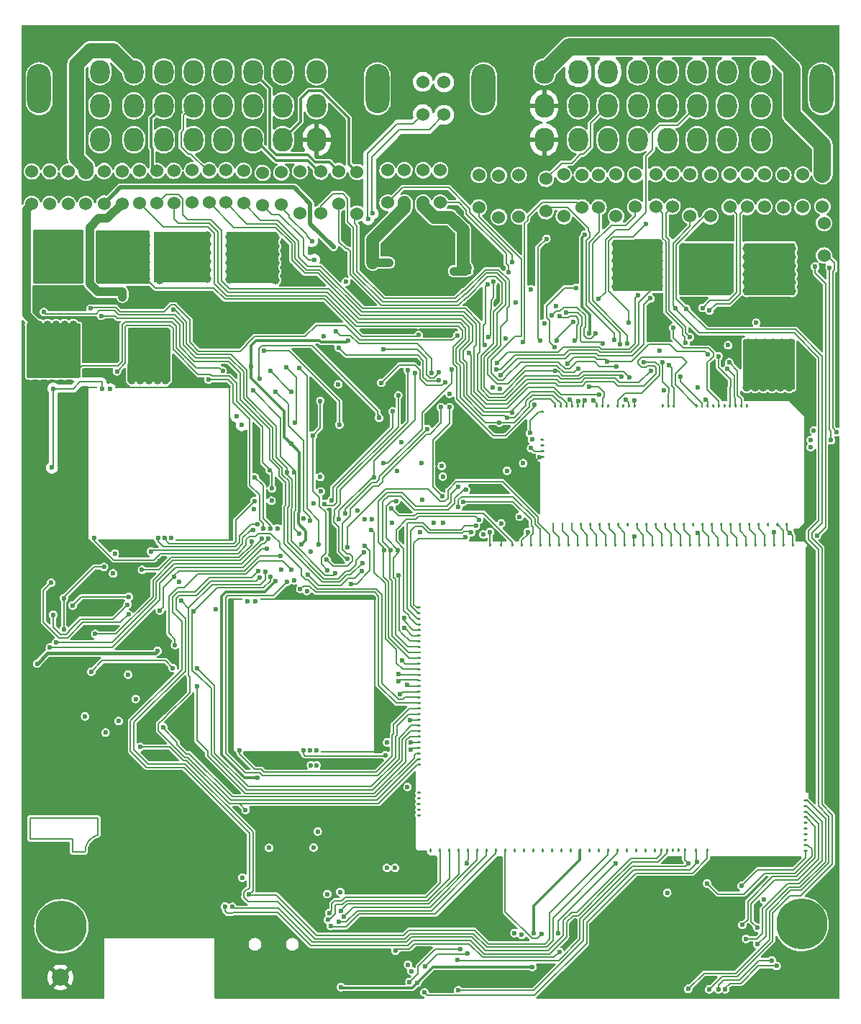
<source format=gbl>
G04 #@! TF.GenerationSoftware,KiCad,Pcbnew,(6.0.1)*
G04 #@! TF.CreationDate,2022-06-10T16:27:29+03:00*
G04 #@! TF.ProjectId,alphax_4ch,616c7068-6178-45f3-9463-682e6b696361,a*
G04 #@! TF.SameCoordinates,PX141f5e0PYa2cace0*
G04 #@! TF.FileFunction,Copper,L4,Bot*
G04 #@! TF.FilePolarity,Positive*
%FSLAX46Y46*%
G04 Gerber Fmt 4.6, Leading zero omitted, Abs format (unit mm)*
G04 Created by KiCad (PCBNEW (6.0.1)) date 2022-06-10 16:27:29*
%MOMM*%
%LPD*%
G01*
G04 APERTURE LIST*
G04 #@! TA.AperFunction,EtchedComponent*
%ADD10C,0.200000*%
G04 #@! TD*
G04 #@! TA.AperFunction,ComponentPad*
%ADD11C,0.599999*%
G04 #@! TD*
G04 #@! TA.AperFunction,ComponentPad*
%ADD12C,1.524000*%
G04 #@! TD*
G04 #@! TA.AperFunction,ComponentPad*
%ADD13C,6.000000*%
G04 #@! TD*
G04 #@! TA.AperFunction,ComponentPad*
%ADD14O,2.800000X5.800000*%
G04 #@! TD*
G04 #@! TA.AperFunction,ComponentPad*
%ADD15O,2.300000X2.800000*%
G04 #@! TD*
G04 #@! TA.AperFunction,SMDPad,CuDef*
%ADD16R,1.250000X0.250000*%
G04 #@! TD*
G04 #@! TA.AperFunction,SMDPad,CuDef*
%ADD17R,0.350000X0.250000*%
G04 #@! TD*
G04 #@! TA.AperFunction,SMDPad,CuDef*
%ADD18R,6.450000X0.250000*%
G04 #@! TD*
G04 #@! TA.AperFunction,SMDPad,CuDef*
%ADD19R,0.250000X18.200000*%
G04 #@! TD*
G04 #@! TA.AperFunction,SMDPad,CuDef*
%ADD20R,6.500000X0.250000*%
G04 #@! TD*
G04 #@! TA.AperFunction,SMDPad,CuDef*
%ADD21R,13.650000X0.250000*%
G04 #@! TD*
G04 #@! TA.AperFunction,SMDPad,CuDef*
%ADD22C,2.000000*%
G04 #@! TD*
G04 #@! TA.AperFunction,ViaPad*
%ADD23C,0.600000*%
G04 #@! TD*
G04 #@! TA.AperFunction,ViaPad*
%ADD24C,1.000000*%
G04 #@! TD*
G04 #@! TA.AperFunction,ViaPad*
%ADD25C,1.500000*%
G04 #@! TD*
G04 #@! TA.AperFunction,Conductor*
%ADD26C,0.200000*%
G04 #@! TD*
G04 #@! TA.AperFunction,Conductor*
%ADD27C,0.300000*%
G04 #@! TD*
G04 #@! TA.AperFunction,Conductor*
%ADD28C,1.000000*%
G04 #@! TD*
G04 #@! TA.AperFunction,Conductor*
%ADD29C,0.203200*%
G04 #@! TD*
G04 #@! TA.AperFunction,Conductor*
%ADD30C,0.400000*%
G04 #@! TD*
G04 #@! TA.AperFunction,Conductor*
%ADD31C,0.500000*%
G04 #@! TD*
G04 #@! TA.AperFunction,Conductor*
%ADD32C,2.000000*%
G04 #@! TD*
G04 #@! TA.AperFunction,Conductor*
%ADD33C,1.800000*%
G04 #@! TD*
G04 #@! TA.AperFunction,Conductor*
%ADD34C,1.500000*%
G04 #@! TD*
G04 APERTURE END LIST*
D10*
G04 #@! TO.C,G3*
X1107713Y21355349D02*
X9107713Y21355349D01*
X6107713Y17355349D02*
X6107713Y18855349D01*
X6107713Y18855349D02*
X1107713Y18855349D01*
X9107713Y21355349D02*
X9107713Y19355349D01*
X6107713Y17355349D02*
X7607713Y17355349D01*
X1107713Y18855349D02*
X1107713Y21355349D01*
X9107713Y19355348D02*
G75*
G03*
X7607713Y17355349I478801J-1921600D01*
G01*
G04 #@! TD*
D11*
G04 #@! TO.P,M4,V1,IGN8*
G04 #@! TO.N,GND*
X84894889Y11474986D03*
G04 #@! TO.P,M4,V2,IGN7*
X86729899Y11049978D03*
G04 #@! TO.P,M4,V3,IGN6*
X84679891Y10499981D03*
G04 #@! TO.P,M4,V4,IGN5*
X84894886Y9625022D03*
G04 #@! TO.P,M4,V5,IGN4*
G04 #@! TO.N,/IGN4*
X84969893Y8774999D03*
G04 #@! TO.P,M4,V6,IGN3*
G04 #@! TO.N,/IGN3*
X86729899Y8449983D03*
G04 #@! TO.P,M4,V7,IGN2*
G04 #@! TO.N,/IGN2*
X85419899Y7150016D03*
G04 #@! TO.P,M4,V8,IGN1*
G04 #@! TO.N,/IGN1*
X86729899Y6499999D03*
G04 #@! TO.P,M4,V9,VCC*
G04 #@! TO.N,+5V_IGN*
X80804884Y13675002D03*
G04 #@! TO.P,M4,V10,V33*
G04 #@! TO.N,+3V3_IGN*
X84879890Y13375000D03*
G04 #@! TD*
D12*
G04 #@! TO.P,R8,1,1*
G04 #@! TO.N,/CAN-*
X76750000Y93245000D03*
G04 #@! TO.P,R8,2,2*
G04 #@! TO.N,/C6*
X76750000Y97055000D03*
G04 #@! TD*
D13*
G04 #@! TO.P,J8,1,Pin_1*
G04 #@! TO.N,unconnected-(J8-Pad1)*
X4803000Y8619000D03*
G04 #@! TD*
D12*
G04 #@! TO.P,R59,1,1*
G04 #@! TO.N,/E8*
X45200000Y97505000D03*
G04 #@! TO.P,R59,2,2*
G04 #@! TO.N,/OUT_ETB-*
X45200000Y93695000D03*
G04 #@! TD*
G04 #@! TO.P,R9,1,1*
G04 #@! TO.N,/CAN+*
X74800000Y93245000D03*
G04 #@! TO.P,R9,2,2*
G04 #@! TO.N,/C5*
X74800000Y97055000D03*
G04 #@! TD*
G04 #@! TO.P,R68,1,1*
G04 #@! TO.N,/IN_TPS2*
X24200000Y93695000D03*
G04 #@! TO.P,R68,2,2*
G04 #@! TO.N,/D4*
X24200000Y97505000D03*
G04 #@! TD*
G04 #@! TO.P,F4,1,1*
G04 #@! TO.N,/A3*
X63950000Y97000000D03*
G04 #@! TO.P,F4,2,2*
G04 #@! TO.N,/OUT_PUMP_RELAY*
X63950000Y92100000D03*
G04 #@! TD*
G04 #@! TO.P,R91,1,1*
G04 #@! TO.N,/IN_KNOCK_RAW*
X94580000Y87485000D03*
G04 #@! TO.P,R91,2,2*
G04 #@! TO.N,/F3*
X94580000Y91295000D03*
G04 #@! TD*
G04 #@! TO.P,M5,E1,GND*
G04 #@! TO.N,GND*
G04 #@! TA.AperFunction,SMDPad,CuDef*
G36*
G01*
X61299998Y63946477D02*
X61549998Y63946477D01*
G75*
G02*
X61674998Y63821477I0J-125000D01*
G01*
X61674998Y63821477D01*
G75*
G02*
X61549998Y63696477I-125000J0D01*
G01*
X61299998Y63696477D01*
G75*
G02*
X61174998Y63821477I0J125000D01*
G01*
X61174998Y63821477D01*
G75*
G02*
X61299998Y63946477I125000J0D01*
G01*
G37*
G04 #@! TD.AperFunction*
G04 #@! TO.P,M5,E2,V5*
G04 #@! TO.N,+5V*
G04 #@! TA.AperFunction,SMDPad,CuDef*
G36*
G01*
X61299998Y64606478D02*
X61549998Y64606478D01*
G75*
G02*
X61674998Y64481478I0J-125000D01*
G01*
X61674998Y64481478D01*
G75*
G02*
X61549998Y64356478I-125000J0D01*
G01*
X61299998Y64356478D01*
G75*
G02*
X61174998Y64481478I0J125000D01*
G01*
X61174998Y64481478D01*
G75*
G02*
X61299998Y64606478I125000J0D01*
G01*
G37*
G04 #@! TD.AperFunction*
G04 #@! TO.P,M5,E3,WBO_O2S2*
G04 #@! TO.N,unconnected-(M5-PadE3)*
G04 #@! TA.AperFunction,SMDPad,CuDef*
G36*
G01*
X61299998Y65266479D02*
X61549998Y65266479D01*
G75*
G02*
X61674998Y65141479I0J-125000D01*
G01*
X61674998Y65141479D01*
G75*
G02*
X61549998Y65016479I-125000J0D01*
G01*
X61299998Y65016479D01*
G75*
G02*
X61174998Y65141479I0J125000D01*
G01*
X61174998Y65141479D01*
G75*
G02*
X61299998Y65266479I125000J0D01*
G01*
G37*
G04 #@! TD.AperFunction*
G04 #@! TO.P,M5,E4,WBO_O2S*
G04 #@! TO.N,unconnected-(M5-PadE4)*
G04 #@! TA.AperFunction,SMDPad,CuDef*
G36*
G01*
X61299998Y65926480D02*
X61549998Y65926480D01*
G75*
G02*
X61674998Y65801480I0J-125000D01*
G01*
X61674998Y65801480D01*
G75*
G02*
X61549998Y65676480I-125000J0D01*
G01*
X61299998Y65676480D01*
G75*
G02*
X61174998Y65801480I0J125000D01*
G01*
X61174998Y65801480D01*
G75*
G02*
X61299998Y65926480I125000J0D01*
G01*
G37*
G04 #@! TD.AperFunction*
G04 #@! TO.P,M5,E5,V5A*
G04 #@! TO.N,+5VA*
G04 #@! TA.AperFunction,SMDPad,CuDef*
G36*
G01*
X61299998Y69226487D02*
X61549998Y69226487D01*
G75*
G02*
X61674998Y69101487I0J-125000D01*
G01*
X61674998Y69101487D01*
G75*
G02*
X61549998Y68976487I-125000J0D01*
G01*
X61299998Y68976487D01*
G75*
G02*
X61174998Y69101487I0J125000D01*
G01*
X61174998Y69101487D01*
G75*
G02*
X61299998Y69226487I125000J0D01*
G01*
G37*
G04 #@! TD.AperFunction*
G04 #@! TO.P,M5,N1,V5A*
G04 #@! TA.AperFunction,SMDPad,CuDef*
G36*
G01*
X90070000Y55727684D02*
X90070000Y55977684D01*
G75*
G02*
X90195000Y56102684I125000J0D01*
G01*
X90195000Y56102684D01*
G75*
G02*
X90320000Y55977684I0J-125000D01*
G01*
X90320000Y55727684D01*
G75*
G02*
X90195000Y55602684I-125000J0D01*
G01*
X90195000Y55602684D01*
G75*
G02*
X90070000Y55727684I0J125000D01*
G01*
G37*
G04 #@! TD.AperFunction*
G04 #@! TO.P,M5,N2,GNDA*
G04 #@! TO.N,GNDA*
G04 #@! TA.AperFunction,SMDPad,CuDef*
G36*
G01*
X89219996Y55977684D02*
X89219996Y55727684D01*
G75*
G02*
X89094996Y55602684I-125000J0D01*
G01*
X89094996Y55602684D01*
G75*
G02*
X88969996Y55727684I0J125000D01*
G01*
X88969996Y55977684D01*
G75*
G02*
X89094996Y56102684I125000J0D01*
G01*
X89094996Y56102684D01*
G75*
G02*
X89219996Y55977684I0J-125000D01*
G01*
G37*
G04 #@! TD.AperFunction*
G04 #@! TO.P,M5,N3,RES2*
G04 #@! TO.N,unconnected-(M5-PadN3)*
G04 #@! TA.AperFunction,SMDPad,CuDef*
G36*
G01*
X88119995Y55977684D02*
X88119995Y55727684D01*
G75*
G02*
X87994995Y55602684I-125000J0D01*
G01*
X87994995Y55602684D01*
G75*
G02*
X87869995Y55727684I0J125000D01*
G01*
X87869995Y55977684D01*
G75*
G02*
X87994995Y56102684I125000J0D01*
G01*
X87994995Y56102684D01*
G75*
G02*
X88119995Y55977684I0J-125000D01*
G01*
G37*
G04 #@! TD.AperFunction*
G04 #@! TO.P,M5,N4,O2S2*
G04 #@! TO.N,/AFR*
G04 #@! TA.AperFunction,SMDPad,CuDef*
G36*
G01*
X87019998Y55977684D02*
X87019998Y55727684D01*
G75*
G02*
X86894998Y55602684I-125000J0D01*
G01*
X86894998Y55602684D01*
G75*
G02*
X86769998Y55727684I0J125000D01*
G01*
X86769998Y55977684D01*
G75*
G02*
X86894998Y56102684I125000J0D01*
G01*
X86894998Y56102684D01*
G75*
G02*
X87019998Y55977684I0J-125000D01*
G01*
G37*
G04 #@! TD.AperFunction*
G04 #@! TO.P,M5,N5,PPS*
G04 #@! TO.N,/PPS1*
G04 #@! TA.AperFunction,SMDPad,CuDef*
G36*
G01*
X85920000Y55977684D02*
X85920000Y55727684D01*
G75*
G02*
X85795000Y55602684I-125000J0D01*
G01*
X85795000Y55602684D01*
G75*
G02*
X85670000Y55727684I0J125000D01*
G01*
X85670000Y55977684D01*
G75*
G02*
X85795000Y56102684I125000J0D01*
G01*
X85795000Y56102684D01*
G75*
G02*
X85920000Y55977684I0J-125000D01*
G01*
G37*
G04 #@! TD.AperFunction*
G04 #@! TO.P,M5,N6,RES1*
G04 #@! TO.N,/CAM_VR*
G04 #@! TA.AperFunction,SMDPad,CuDef*
G36*
G01*
X84820002Y55977684D02*
X84820002Y55727684D01*
G75*
G02*
X84695002Y55602684I-125000J0D01*
G01*
X84695002Y55602684D01*
G75*
G02*
X84570002Y55727684I0J125000D01*
G01*
X84570002Y55977684D01*
G75*
G02*
X84695002Y56102684I125000J0D01*
G01*
X84695002Y56102684D01*
G75*
G02*
X84820002Y55977684I0J-125000D01*
G01*
G37*
G04 #@! TD.AperFunction*
G04 #@! TO.P,M5,N7,AUX4*
G04 #@! TO.N,/FLEX*
G04 #@! TA.AperFunction,SMDPad,CuDef*
G36*
G01*
X83720004Y55977684D02*
X83720004Y55727684D01*
G75*
G02*
X83595004Y55602684I-125000J0D01*
G01*
X83595004Y55602684D01*
G75*
G02*
X83470004Y55727684I0J125000D01*
G01*
X83470004Y55977684D01*
G75*
G02*
X83595004Y56102684I125000J0D01*
G01*
X83595004Y56102684D01*
G75*
G02*
X83720004Y55977684I0J-125000D01*
G01*
G37*
G04 #@! TD.AperFunction*
G04 #@! TO.P,M5,N8,AUX3*
G04 #@! TO.N,Net-(M5-PadN8)*
G04 #@! TA.AperFunction,SMDPad,CuDef*
G36*
G01*
X82620006Y55977684D02*
X82620006Y55727684D01*
G75*
G02*
X82495006Y55602684I-125000J0D01*
G01*
X82495006Y55602684D01*
G75*
G02*
X82370006Y55727684I0J125000D01*
G01*
X82370006Y55977684D01*
G75*
G02*
X82495006Y56102684I125000J0D01*
G01*
X82495006Y56102684D01*
G75*
G02*
X82620006Y55977684I0J-125000D01*
G01*
G37*
G04 #@! TD.AperFunction*
G04 #@! TO.P,M5,N9,AUX2*
G04 #@! TO.N,/PPS2*
G04 #@! TA.AperFunction,SMDPad,CuDef*
G36*
G01*
X81520009Y55977684D02*
X81520009Y55727684D01*
G75*
G02*
X81395009Y55602684I-125000J0D01*
G01*
X81395009Y55602684D01*
G75*
G02*
X81270009Y55727684I0J125000D01*
G01*
X81270009Y55977684D01*
G75*
G02*
X81395009Y56102684I125000J0D01*
G01*
X81395009Y56102684D01*
G75*
G02*
X81520009Y55977684I0J-125000D01*
G01*
G37*
G04 #@! TD.AperFunction*
G04 #@! TO.P,M5,N10,AUX1*
G04 #@! TO.N,/TPS2*
G04 #@! TA.AperFunction,SMDPad,CuDef*
G36*
G01*
X80420011Y55977684D02*
X80420011Y55727684D01*
G75*
G02*
X80295011Y55602684I-125000J0D01*
G01*
X80295011Y55602684D01*
G75*
G02*
X80170011Y55727684I0J125000D01*
G01*
X80170011Y55977684D01*
G75*
G02*
X80295011Y56102684I125000J0D01*
G01*
X80295011Y56102684D01*
G75*
G02*
X80420011Y55977684I0J-125000D01*
G01*
G37*
G04 #@! TD.AperFunction*
G04 #@! TO.P,M5,N11,RES3*
G04 #@! TO.N,unconnected-(M5-PadN11)*
G04 #@! TA.AperFunction,SMDPad,CuDef*
G36*
G01*
X79320013Y55977684D02*
X79320013Y55727684D01*
G75*
G02*
X79195013Y55602684I-125000J0D01*
G01*
X79195013Y55602684D01*
G75*
G02*
X79070013Y55727684I0J125000D01*
G01*
X79070013Y55977684D01*
G75*
G02*
X79195013Y56102684I125000J0D01*
G01*
X79195013Y56102684D01*
G75*
G02*
X79320013Y55977684I0J-125000D01*
G01*
G37*
G04 #@! TD.AperFunction*
G04 #@! TO.P,M5,N12,MAP3*
G04 #@! TO.N,/MAP2*
G04 #@! TA.AperFunction,SMDPad,CuDef*
G36*
G01*
X78220015Y55977684D02*
X78220015Y55727684D01*
G75*
G02*
X78095015Y55602684I-125000J0D01*
G01*
X78095015Y55602684D01*
G75*
G02*
X77970015Y55727684I0J125000D01*
G01*
X77970015Y55977684D01*
G75*
G02*
X78095015Y56102684I125000J0D01*
G01*
X78095015Y56102684D01*
G75*
G02*
X78220015Y55977684I0J-125000D01*
G01*
G37*
G04 #@! TD.AperFunction*
G04 #@! TO.P,M5,N13,MAP2*
G04 #@! TO.N,/MAP*
G04 #@! TA.AperFunction,SMDPad,CuDef*
G36*
G01*
X77120017Y55977684D02*
X77120017Y55727684D01*
G75*
G02*
X76995017Y55602684I-125000J0D01*
G01*
X76995017Y55602684D01*
G75*
G02*
X76870017Y55727684I0J125000D01*
G01*
X76870017Y55977684D01*
G75*
G02*
X76995017Y56102684I125000J0D01*
G01*
X76995017Y56102684D01*
G75*
G02*
X77120017Y55977684I0J-125000D01*
G01*
G37*
G04 #@! TD.AperFunction*
G04 #@! TO.P,M5,N14,MAP1*
G04 #@! TO.N,Net-(M5-PadN14)*
G04 #@! TA.AperFunction,SMDPad,CuDef*
G36*
G01*
X76020020Y55977684D02*
X76020020Y55727684D01*
G75*
G02*
X75895020Y55602684I-125000J0D01*
G01*
X75895020Y55602684D01*
G75*
G02*
X75770020Y55727684I0J125000D01*
G01*
X75770020Y55977684D01*
G75*
G02*
X75895020Y56102684I125000J0D01*
G01*
X75895020Y56102684D01*
G75*
G02*
X76020020Y55977684I0J-125000D01*
G01*
G37*
G04 #@! TD.AperFunction*
G04 #@! TO.P,M5,N15,IAT*
G04 #@! TO.N,/IAT*
G04 #@! TA.AperFunction,SMDPad,CuDef*
G36*
G01*
X74920022Y55977684D02*
X74920022Y55727684D01*
G75*
G02*
X74795022Y55602684I-125000J0D01*
G01*
X74795022Y55602684D01*
G75*
G02*
X74670022Y55727684I0J125000D01*
G01*
X74670022Y55977684D01*
G75*
G02*
X74795022Y56102684I125000J0D01*
G01*
X74795022Y56102684D01*
G75*
G02*
X74920022Y55977684I0J-125000D01*
G01*
G37*
G04 #@! TD.AperFunction*
G04 #@! TO.P,M5,N16,CLT*
G04 #@! TO.N,/CLT*
G04 #@! TA.AperFunction,SMDPad,CuDef*
G36*
G01*
X73820024Y55977684D02*
X73820024Y55727684D01*
G75*
G02*
X73695024Y55602684I-125000J0D01*
G01*
X73695024Y55602684D01*
G75*
G02*
X73570024Y55727684I0J125000D01*
G01*
X73570024Y55977684D01*
G75*
G02*
X73695024Y56102684I125000J0D01*
G01*
X73695024Y56102684D01*
G75*
G02*
X73820024Y55977684I0J-125000D01*
G01*
G37*
G04 #@! TD.AperFunction*
G04 #@! TO.P,M5,N17,TPS*
G04 #@! TO.N,/TPS1*
G04 #@! TA.AperFunction,SMDPad,CuDef*
G36*
G01*
X72720026Y55977684D02*
X72720026Y55727684D01*
G75*
G02*
X72595026Y55602684I-125000J0D01*
G01*
X72595026Y55602684D01*
G75*
G02*
X72470026Y55727684I0J125000D01*
G01*
X72470026Y55977684D01*
G75*
G02*
X72595026Y56102684I125000J0D01*
G01*
X72595026Y56102684D01*
G75*
G02*
X72720026Y55977684I0J-125000D01*
G01*
G37*
G04 #@! TD.AperFunction*
G04 #@! TO.P,M5,N18,O2S*
G04 #@! TO.N,unconnected-(M5-PadN18)*
G04 #@! TA.AperFunction,SMDPad,CuDef*
G36*
G01*
X71620028Y55977684D02*
X71620028Y55727684D01*
G75*
G02*
X71495028Y55602684I-125000J0D01*
G01*
X71495028Y55602684D01*
G75*
G02*
X71370028Y55727684I0J125000D01*
G01*
X71370028Y55977684D01*
G75*
G02*
X71495028Y56102684I125000J0D01*
G01*
X71495028Y56102684D01*
G75*
G02*
X71620028Y55977684I0J-125000D01*
G01*
G37*
G04 #@! TD.AperFunction*
G04 #@! TO.P,M5,N19,CAM*
G04 #@! TO.N,/CAM_HALL*
G04 #@! TA.AperFunction,SMDPad,CuDef*
G36*
G01*
X70520031Y55977684D02*
X70520031Y55727684D01*
G75*
G02*
X70395031Y55602684I-125000J0D01*
G01*
X70395031Y55602684D01*
G75*
G02*
X70270031Y55727684I0J125000D01*
G01*
X70270031Y55977684D01*
G75*
G02*
X70395031Y56102684I125000J0D01*
G01*
X70395031Y56102684D01*
G75*
G02*
X70520031Y55977684I0J-125000D01*
G01*
G37*
G04 #@! TD.AperFunction*
G04 #@! TO.P,M5,N20,VSS*
G04 #@! TO.N,/2STEP*
G04 #@! TA.AperFunction,SMDPad,CuDef*
G36*
G01*
X69420033Y55977684D02*
X69420033Y55727684D01*
G75*
G02*
X69295033Y55602684I-125000J0D01*
G01*
X69295033Y55602684D01*
G75*
G02*
X69170033Y55727684I0J125000D01*
G01*
X69170033Y55977684D01*
G75*
G02*
X69295033Y56102684I125000J0D01*
G01*
X69295033Y56102684D01*
G75*
G02*
X69420033Y55977684I0J-125000D01*
G01*
G37*
G04 #@! TD.AperFunction*
G04 #@! TO.P,M5,N21,CRANK*
G04 #@! TO.N,/CRANK*
G04 #@! TA.AperFunction,SMDPad,CuDef*
G36*
G01*
X68320035Y55977684D02*
X68320035Y55727684D01*
G75*
G02*
X68195035Y55602684I-125000J0D01*
G01*
X68195035Y55602684D01*
G75*
G02*
X68070035Y55727684I0J125000D01*
G01*
X68070035Y55977684D01*
G75*
G02*
X68195035Y56102684I125000J0D01*
G01*
X68195035Y56102684D01*
G75*
G02*
X68320035Y55977684I0J-125000D01*
G01*
G37*
G04 #@! TD.AperFunction*
G04 #@! TO.P,M5,N22,KNOCK*
G04 #@! TO.N,/KNOCK*
G04 #@! TA.AperFunction,SMDPad,CuDef*
G36*
G01*
X67220037Y55977684D02*
X67220037Y55727684D01*
G75*
G02*
X67095037Y55602684I-125000J0D01*
G01*
X67095037Y55602684D01*
G75*
G02*
X66970037Y55727684I0J125000D01*
G01*
X66970037Y55977684D01*
G75*
G02*
X67095037Y56102684I125000J0D01*
G01*
X67095037Y56102684D01*
G75*
G02*
X67220037Y55977684I0J-125000D01*
G01*
G37*
G04 #@! TD.AperFunction*
G04 #@! TO.P,M5,N23,SENS4*
G04 #@! TO.N,/DIG5*
G04 #@! TA.AperFunction,SMDPad,CuDef*
G36*
G01*
X66120039Y55977684D02*
X66120039Y55727684D01*
G75*
G02*
X65995039Y55602684I-125000J0D01*
G01*
X65995039Y55602684D01*
G75*
G02*
X65870039Y55727684I0J125000D01*
G01*
X65870039Y55977684D01*
G75*
G02*
X65995039Y56102684I125000J0D01*
G01*
X65995039Y56102684D01*
G75*
G02*
X66120039Y55977684I0J-125000D01*
G01*
G37*
G04 #@! TD.AperFunction*
G04 #@! TO.P,M5,N24,SENS3*
G04 #@! TO.N,/DIG4*
G04 #@! TA.AperFunction,SMDPad,CuDef*
G36*
G01*
X65020042Y55977684D02*
X65020042Y55727684D01*
G75*
G02*
X64895042Y55602684I-125000J0D01*
G01*
X64895042Y55602684D01*
G75*
G02*
X64770042Y55727684I0J125000D01*
G01*
X64770042Y55977684D01*
G75*
G02*
X64895042Y56102684I125000J0D01*
G01*
X64895042Y56102684D01*
G75*
G02*
X65020042Y55977684I0J-125000D01*
G01*
G37*
G04 #@! TD.AperFunction*
G04 #@! TO.P,M5,N25,SENS2*
G04 #@! TO.N,/DIG3*
G04 #@! TA.AperFunction,SMDPad,CuDef*
G36*
G01*
X63920044Y55977684D02*
X63920044Y55727684D01*
G75*
G02*
X63795044Y55602684I-125000J0D01*
G01*
X63795044Y55602684D01*
G75*
G02*
X63670044Y55727684I0J125000D01*
G01*
X63670044Y55977684D01*
G75*
G02*
X63795044Y56102684I125000J0D01*
G01*
X63795044Y56102684D01*
G75*
G02*
X63920044Y55977684I0J-125000D01*
G01*
G37*
G04 #@! TD.AperFunction*
G04 #@! TO.P,M5,N26,SENS1*
G04 #@! TO.N,/DIG2*
G04 #@! TA.AperFunction,SMDPad,CuDef*
G36*
G01*
X62820046Y55977684D02*
X62820046Y55727684D01*
G75*
G02*
X62695046Y55602684I-125000J0D01*
G01*
X62695046Y55602684D01*
G75*
G02*
X62570046Y55727684I0J125000D01*
G01*
X62570046Y55977684D01*
G75*
G02*
X62695046Y56102684I125000J0D01*
G01*
X62695046Y56102684D01*
G75*
G02*
X62820046Y55977684I0J-125000D01*
G01*
G37*
G04 #@! TD.AperFunction*
G04 #@! TO.P,M5,S1,IN_SENS1*
G04 #@! TO.N,/IN_D2*
G04 #@! TA.AperFunction,SMDPad,CuDef*
G36*
G01*
X63070990Y69939683D02*
X63070990Y69689683D01*
G75*
G02*
X62945990Y69564683I-125000J0D01*
G01*
X62945990Y69564683D01*
G75*
G02*
X62820990Y69689683I0J125000D01*
G01*
X62820990Y69939683D01*
G75*
G02*
X62945990Y70064683I125000J0D01*
G01*
X62945990Y70064683D01*
G75*
G02*
X63070990Y69939683I0J-125000D01*
G01*
G37*
G04 #@! TD.AperFunction*
G04 #@! TO.P,M5,S2,IN_SENS2*
G04 #@! TO.N,/IN_D3*
G04 #@! TA.AperFunction,SMDPad,CuDef*
G36*
G01*
X63730992Y69939683D02*
X63730992Y69689683D01*
G75*
G02*
X63605992Y69564683I-125000J0D01*
G01*
X63605992Y69564683D01*
G75*
G02*
X63480992Y69689683I0J125000D01*
G01*
X63480992Y69939683D01*
G75*
G02*
X63605992Y70064683I125000J0D01*
G01*
X63605992Y70064683D01*
G75*
G02*
X63730992Y69939683I0J-125000D01*
G01*
G37*
G04 #@! TD.AperFunction*
G04 #@! TO.P,M5,S3,IN_SENS3*
G04 #@! TO.N,/IN_D4*
G04 #@! TA.AperFunction,SMDPad,CuDef*
G36*
G01*
X64390993Y69939683D02*
X64390993Y69689683D01*
G75*
G02*
X64265993Y69564683I-125000J0D01*
G01*
X64265993Y69564683D01*
G75*
G02*
X64140993Y69689683I0J125000D01*
G01*
X64140993Y69939683D01*
G75*
G02*
X64265993Y70064683I125000J0D01*
G01*
X64265993Y70064683D01*
G75*
G02*
X64390993Y69939683I0J-125000D01*
G01*
G37*
G04 #@! TD.AperFunction*
G04 #@! TO.P,M5,S4,IN_SENS4*
G04 #@! TO.N,/IN_D5*
G04 #@! TA.AperFunction,SMDPad,CuDef*
G36*
G01*
X65050994Y69939683D02*
X65050994Y69689683D01*
G75*
G02*
X64925994Y69564683I-125000J0D01*
G01*
X64925994Y69564683D01*
G75*
G02*
X64800994Y69689683I0J125000D01*
G01*
X64800994Y69939683D01*
G75*
G02*
X64925994Y70064683I125000J0D01*
G01*
X64925994Y70064683D01*
G75*
G02*
X65050994Y69939683I0J-125000D01*
G01*
G37*
G04 #@! TD.AperFunction*
G04 #@! TO.P,M5,S5,IN_CAM*
G04 #@! TO.N,/IN_CAM_HALL*
G04 #@! TA.AperFunction,SMDPad,CuDef*
G36*
G01*
X65710995Y69939683D02*
X65710995Y69689683D01*
G75*
G02*
X65585995Y69564683I-125000J0D01*
G01*
X65585995Y69564683D01*
G75*
G02*
X65460995Y69689683I0J125000D01*
G01*
X65460995Y69939683D01*
G75*
G02*
X65585995Y70064683I125000J0D01*
G01*
X65585995Y70064683D01*
G75*
G02*
X65710995Y69939683I0J-125000D01*
G01*
G37*
G04 #@! TD.AperFunction*
G04 #@! TO.P,M5,S6,IN_VSS*
G04 #@! TO.N,/IN_2STEP*
G04 #@! TA.AperFunction,SMDPad,CuDef*
G36*
G01*
X66370997Y69939683D02*
X66370997Y69689683D01*
G75*
G02*
X66245997Y69564683I-125000J0D01*
G01*
X66245997Y69564683D01*
G75*
G02*
X66120997Y69689683I0J125000D01*
G01*
X66120997Y69939683D01*
G75*
G02*
X66245997Y70064683I125000J0D01*
G01*
X66245997Y70064683D01*
G75*
G02*
X66370997Y69939683I0J-125000D01*
G01*
G37*
G04 #@! TD.AperFunction*
G04 #@! TO.P,M5,S7,IN_KNOCK*
G04 #@! TO.N,/IN_KNOCK*
G04 #@! TA.AperFunction,SMDPad,CuDef*
G36*
G01*
X67971994Y69939683D02*
X67971994Y69689683D01*
G75*
G02*
X67846994Y69564683I-125000J0D01*
G01*
X67846994Y69564683D01*
G75*
G02*
X67721994Y69689683I0J125000D01*
G01*
X67721994Y69939683D01*
G75*
G02*
X67846994Y70064683I125000J0D01*
G01*
X67846994Y70064683D01*
G75*
G02*
X67971994Y69939683I0J-125000D01*
G01*
G37*
G04 #@! TD.AperFunction*
G04 #@! TO.P,M5,S8,IN_CRANK*
G04 #@! TO.N,/IN_CRANK*
G04 #@! TA.AperFunction,SMDPad,CuDef*
G36*
G01*
X68631995Y69939683D02*
X68631995Y69689683D01*
G75*
G02*
X68506995Y69564683I-125000J0D01*
G01*
X68506995Y69564683D01*
G75*
G02*
X68381995Y69689683I0J125000D01*
G01*
X68381995Y69939683D01*
G75*
G02*
X68506995Y70064683I125000J0D01*
G01*
X68506995Y70064683D01*
G75*
G02*
X68631995Y69939683I0J-125000D01*
G01*
G37*
G04 #@! TD.AperFunction*
G04 #@! TO.P,M5,S9,IN_O2S*
G04 #@! TO.N,unconnected-(M5-PadS9)*
G04 #@! TA.AperFunction,SMDPad,CuDef*
G36*
G01*
X69291997Y69939683D02*
X69291997Y69689683D01*
G75*
G02*
X69166997Y69564683I-125000J0D01*
G01*
X69166997Y69564683D01*
G75*
G02*
X69041997Y69689683I0J125000D01*
G01*
X69041997Y69939683D01*
G75*
G02*
X69166997Y70064683I125000J0D01*
G01*
X69166997Y70064683D01*
G75*
G02*
X69291997Y69939683I0J-125000D01*
G01*
G37*
G04 #@! TD.AperFunction*
G04 #@! TO.P,M5,S10,IN_TPS*
G04 #@! TO.N,/IN_TPS1*
G04 #@! TA.AperFunction,SMDPad,CuDef*
G36*
G01*
X70412896Y69939683D02*
X70412896Y69689683D01*
G75*
G02*
X70287896Y69564683I-125000J0D01*
G01*
X70287896Y69564683D01*
G75*
G02*
X70162896Y69689683I0J125000D01*
G01*
X70162896Y69939683D01*
G75*
G02*
X70287896Y70064683I125000J0D01*
G01*
X70287896Y70064683D01*
G75*
G02*
X70412896Y69939683I0J-125000D01*
G01*
G37*
G04 #@! TD.AperFunction*
G04 #@! TO.P,M5,S11,IN_MAP1*
G04 #@! TO.N,unconnected-(M5-PadS11)*
G04 #@! TA.AperFunction,SMDPad,CuDef*
G36*
G01*
X71072897Y69939683D02*
X71072897Y69689683D01*
G75*
G02*
X70947897Y69564683I-125000J0D01*
G01*
X70947897Y69564683D01*
G75*
G02*
X70822897Y69689683I0J125000D01*
G01*
X70822897Y69939683D01*
G75*
G02*
X70947897Y70064683I125000J0D01*
G01*
X70947897Y70064683D01*
G75*
G02*
X71072897Y69939683I0J-125000D01*
G01*
G37*
G04 #@! TD.AperFunction*
G04 #@! TO.P,M5,S12,IN_MAP2*
G04 #@! TO.N,/IN_MAP2*
G04 #@! TA.AperFunction,SMDPad,CuDef*
G36*
G01*
X71732898Y69939683D02*
X71732898Y69689683D01*
G75*
G02*
X71607898Y69564683I-125000J0D01*
G01*
X71607898Y69564683D01*
G75*
G02*
X71482898Y69689683I0J125000D01*
G01*
X71482898Y69939683D01*
G75*
G02*
X71607898Y70064683I125000J0D01*
G01*
X71607898Y70064683D01*
G75*
G02*
X71732898Y69939683I0J-125000D01*
G01*
G37*
G04 #@! TD.AperFunction*
G04 #@! TO.P,M5,S13,VREF2*
G04 #@! TO.N,/VREF2*
G04 #@! TA.AperFunction,SMDPad,CuDef*
G36*
G01*
X72392900Y69939683D02*
X72392900Y69689683D01*
G75*
G02*
X72267900Y69564683I-125000J0D01*
G01*
X72267900Y69564683D01*
G75*
G02*
X72142900Y69689683I0J125000D01*
G01*
X72142900Y69939683D01*
G75*
G02*
X72267900Y70064683I125000J0D01*
G01*
X72267900Y70064683D01*
G75*
G02*
X72392900Y69939683I0J-125000D01*
G01*
G37*
G04 #@! TD.AperFunction*
G04 #@! TO.P,M5,S14,VREF1*
G04 #@! TO.N,unconnected-(M5-PadS14)*
G04 #@! TA.AperFunction,SMDPad,CuDef*
G36*
G01*
X75718994Y69939683D02*
X75718994Y69689683D01*
G75*
G02*
X75593994Y69564683I-125000J0D01*
G01*
X75593994Y69564683D01*
G75*
G02*
X75468994Y69689683I0J125000D01*
G01*
X75468994Y69939683D01*
G75*
G02*
X75593994Y70064683I125000J0D01*
G01*
X75593994Y70064683D01*
G75*
G02*
X75718994Y69939683I0J-125000D01*
G01*
G37*
G04 #@! TD.AperFunction*
G04 #@! TO.P,M5,S15,IN_CLT*
G04 #@! TO.N,/IN_CLT*
G04 #@! TA.AperFunction,SMDPad,CuDef*
G36*
G01*
X76378995Y69939683D02*
X76378995Y69689683D01*
G75*
G02*
X76253995Y69564683I-125000J0D01*
G01*
X76253995Y69564683D01*
G75*
G02*
X76128995Y69689683I0J125000D01*
G01*
X76128995Y69939683D01*
G75*
G02*
X76253995Y70064683I125000J0D01*
G01*
X76253995Y70064683D01*
G75*
G02*
X76378995Y69939683I0J-125000D01*
G01*
G37*
G04 #@! TD.AperFunction*
G04 #@! TO.P,M5,S16,IN_IAT*
G04 #@! TO.N,/IN_IAT*
G04 #@! TA.AperFunction,SMDPad,CuDef*
G36*
G01*
X77038997Y69939683D02*
X77038997Y69689683D01*
G75*
G02*
X76913997Y69564683I-125000J0D01*
G01*
X76913997Y69564683D01*
G75*
G02*
X76788997Y69689683I0J125000D01*
G01*
X76788997Y69939683D01*
G75*
G02*
X76913997Y70064683I125000J0D01*
G01*
X76913997Y70064683D01*
G75*
G02*
X77038997Y69939683I0J-125000D01*
G01*
G37*
G04 #@! TD.AperFunction*
G04 #@! TO.P,M5,S17,IN_AUX1*
G04 #@! TO.N,/IN_TPS2*
G04 #@! TA.AperFunction,SMDPad,CuDef*
G36*
G01*
X79684988Y69939683D02*
X79684988Y69689683D01*
G75*
G02*
X79559988Y69564683I-125000J0D01*
G01*
X79559988Y69564683D01*
G75*
G02*
X79434988Y69689683I0J125000D01*
G01*
X79434988Y69939683D01*
G75*
G02*
X79559988Y70064683I125000J0D01*
G01*
X79559988Y70064683D01*
G75*
G02*
X79684988Y69939683I0J-125000D01*
G01*
G37*
G04 #@! TD.AperFunction*
G04 #@! TO.P,M5,S18,IN_AUX2*
G04 #@! TO.N,/IN_PPS2*
G04 #@! TA.AperFunction,SMDPad,CuDef*
G36*
G01*
X80344989Y69939683D02*
X80344989Y69689683D01*
G75*
G02*
X80219989Y69564683I-125000J0D01*
G01*
X80219989Y69564683D01*
G75*
G02*
X80094989Y69689683I0J125000D01*
G01*
X80094989Y69939683D01*
G75*
G02*
X80219989Y70064683I125000J0D01*
G01*
X80219989Y70064683D01*
G75*
G02*
X80344989Y69939683I0J-125000D01*
G01*
G37*
G04 #@! TD.AperFunction*
G04 #@! TO.P,M5,S19,IN_MAP3*
G04 #@! TO.N,/IN_MAP3*
G04 #@! TA.AperFunction,SMDPad,CuDef*
G36*
G01*
X81004991Y69939683D02*
X81004991Y69689683D01*
G75*
G02*
X80879991Y69564683I-125000J0D01*
G01*
X80879991Y69564683D01*
G75*
G02*
X80754991Y69689683I0J125000D01*
G01*
X80754991Y69939683D01*
G75*
G02*
X80879991Y70064683I125000J0D01*
G01*
X80879991Y70064683D01*
G75*
G02*
X81004991Y69939683I0J-125000D01*
G01*
G37*
G04 #@! TD.AperFunction*
G04 #@! TO.P,M5,S20,IN_AUX3*
G04 #@! TO.N,unconnected-(M5-PadS20)*
G04 #@! TA.AperFunction,SMDPad,CuDef*
G36*
G01*
X81664992Y69939683D02*
X81664992Y69689683D01*
G75*
G02*
X81539992Y69564683I-125000J0D01*
G01*
X81539992Y69564683D01*
G75*
G02*
X81414992Y69689683I0J125000D01*
G01*
X81414992Y69939683D01*
G75*
G02*
X81539992Y70064683I125000J0D01*
G01*
X81539992Y70064683D01*
G75*
G02*
X81664992Y69939683I0J-125000D01*
G01*
G37*
G04 #@! TD.AperFunction*
G04 #@! TO.P,M5,S21,IN_AUX4*
G04 #@! TO.N,/IN_FLEX*
G04 #@! TA.AperFunction,SMDPad,CuDef*
G36*
G01*
X82324993Y69939683D02*
X82324993Y69689683D01*
G75*
G02*
X82199993Y69564683I-125000J0D01*
G01*
X82199993Y69564683D01*
G75*
G02*
X82074993Y69689683I0J125000D01*
G01*
X82074993Y69939683D01*
G75*
G02*
X82199993Y70064683I125000J0D01*
G01*
X82199993Y70064683D01*
G75*
G02*
X82324993Y69939683I0J-125000D01*
G01*
G37*
G04 #@! TD.AperFunction*
G04 #@! TO.P,M5,S22,IN_RES3*
G04 #@! TO.N,unconnected-(M5-PadS22)*
G04 #@! TA.AperFunction,SMDPad,CuDef*
G36*
G01*
X82984994Y69939683D02*
X82984994Y69689683D01*
G75*
G02*
X82859994Y69564683I-125000J0D01*
G01*
X82859994Y69564683D01*
G75*
G02*
X82734994Y69689683I0J125000D01*
G01*
X82734994Y69939683D01*
G75*
G02*
X82859994Y70064683I125000J0D01*
G01*
X82859994Y70064683D01*
G75*
G02*
X82984994Y69939683I0J-125000D01*
G01*
G37*
G04 #@! TD.AperFunction*
G04 #@! TO.P,M5,S23,IN_RES1*
G04 #@! TO.N,/IN_CAM_VR*
G04 #@! TA.AperFunction,SMDPad,CuDef*
G36*
G01*
X83644996Y69939683D02*
X83644996Y69689683D01*
G75*
G02*
X83519996Y69564683I-125000J0D01*
G01*
X83519996Y69564683D01*
G75*
G02*
X83394996Y69689683I0J125000D01*
G01*
X83394996Y69939683D01*
G75*
G02*
X83519996Y70064683I125000J0D01*
G01*
X83519996Y70064683D01*
G75*
G02*
X83644996Y69939683I0J-125000D01*
G01*
G37*
G04 #@! TD.AperFunction*
G04 #@! TO.P,M5,S24,IN_PPS*
G04 #@! TO.N,/IN_PPS1*
G04 #@! TA.AperFunction,SMDPad,CuDef*
G36*
G01*
X84304997Y69939683D02*
X84304997Y69689683D01*
G75*
G02*
X84179997Y69564683I-125000J0D01*
G01*
X84179997Y69564683D01*
G75*
G02*
X84054997Y69689683I0J125000D01*
G01*
X84054997Y69939683D01*
G75*
G02*
X84179997Y70064683I125000J0D01*
G01*
X84179997Y70064683D01*
G75*
G02*
X84304997Y69939683I0J-125000D01*
G01*
G37*
G04 #@! TD.AperFunction*
G04 #@! TO.P,M5,S25,IN_O2S2*
G04 #@! TO.N,/IN_AFR*
G04 #@! TA.AperFunction,SMDPad,CuDef*
G36*
G01*
X84964998Y69939683D02*
X84964998Y69689683D01*
G75*
G02*
X84839998Y69564683I-125000J0D01*
G01*
X84839998Y69564683D01*
G75*
G02*
X84714998Y69689683I0J125000D01*
G01*
X84714998Y69939683D01*
G75*
G02*
X84839998Y70064683I125000J0D01*
G01*
X84839998Y70064683D01*
G75*
G02*
X84964998Y69939683I0J-125000D01*
G01*
G37*
G04 #@! TD.AperFunction*
G04 #@! TO.P,M5,S26,IN_RES2*
G04 #@! TO.N,unconnected-(M5-PadS26)*
G04 #@! TA.AperFunction,SMDPad,CuDef*
G36*
G01*
X85625000Y69939683D02*
X85625000Y69689683D01*
G75*
G02*
X85500000Y69564683I-125000J0D01*
G01*
X85500000Y69564683D01*
G75*
G02*
X85375000Y69689683I0J125000D01*
G01*
X85375000Y69939683D01*
G75*
G02*
X85500000Y70064683I125000J0D01*
G01*
X85500000Y70064683D01*
G75*
G02*
X85625000Y69939683I0J-125000D01*
G01*
G37*
G04 #@! TD.AperFunction*
G04 #@! TD*
D14*
G04 #@! TO.P,P2,*
G04 #@! TO.N,*
X42000000Y107100000D03*
X2200000Y107100000D03*
D15*
G04 #@! TO.P,P2,1,D1*
G04 #@! TO.N,/D1*
X9350000Y101100000D03*
G04 #@! TO.P,P2,2,D2*
G04 #@! TO.N,/D2*
X13350000Y101100000D03*
G04 #@! TO.P,P2,3,D3*
G04 #@! TO.N,/D3*
X16850000Y101100000D03*
G04 #@! TO.P,P2,4,D4*
G04 #@! TO.N,/D4*
X20350000Y101100000D03*
G04 #@! TO.P,P2,5,D5*
G04 #@! TO.N,/D5*
X23850000Y101100000D03*
G04 #@! TO.P,P2,6,D6*
G04 #@! TO.N,/D6*
X27350000Y101100000D03*
G04 #@! TO.P,P2,7,D7*
G04 #@! TO.N,/D7*
X30850000Y101100000D03*
G04 #@! TO.P,P2,8,D8*
G04 #@! TO.N,GND*
X34850000Y101100000D03*
G04 #@! TO.P,P2,9,E1*
G04 #@! TO.N,/E1*
X9350000Y105100000D03*
G04 #@! TO.P,P2,10,E2*
G04 #@! TO.N,/E2*
X13350000Y105100000D03*
G04 #@! TO.P,P2,11,E3*
G04 #@! TO.N,/E3*
X16850000Y105100000D03*
G04 #@! TO.P,P2,12,E4*
G04 #@! TO.N,/E4*
X20350000Y105100000D03*
G04 #@! TO.P,P2,13,E5*
G04 #@! TO.N,/E5*
X23850000Y105100000D03*
G04 #@! TO.P,P2,14,E6*
G04 #@! TO.N,/E6*
X27350000Y105100000D03*
G04 #@! TO.P,P2,15,E7*
G04 #@! TO.N,/E7*
X30850000Y105100000D03*
G04 #@! TO.P,P2,16,E8*
G04 #@! TO.N,/E8*
X34850000Y105100000D03*
G04 #@! TO.P,P2,17,F1*
G04 #@! TO.N,/F1*
X9350000Y109100000D03*
G04 #@! TO.P,P2,18,F2*
G04 #@! TO.N,/F2*
X13350000Y109100000D03*
G04 #@! TO.P,P2,19,F3*
G04 #@! TO.N,/F3*
X16850000Y109100000D03*
G04 #@! TO.P,P2,20,F4*
G04 #@! TO.N,/F4*
X20350000Y109100000D03*
G04 #@! TO.P,P2,21,F5*
G04 #@! TO.N,/F5*
X23850000Y109100000D03*
G04 #@! TO.P,P2,22,F6*
G04 #@! TO.N,/F6*
X27350000Y109100000D03*
G04 #@! TO.P,P2,23,F7*
G04 #@! TO.N,/F7*
X30850000Y109100000D03*
G04 #@! TO.P,P2,24,F8*
G04 #@! TO.N,/F8*
X34850000Y109100000D03*
G04 #@! TD*
D12*
G04 #@! TO.P,R11,1,1*
G04 #@! TO.N,/IN_CRANK+*
X47350000Y104095000D03*
G04 #@! TO.P,R11,2,2*
G04 #@! TO.N,/C3*
X47350000Y107905000D03*
G04 #@! TD*
G04 #@! TO.P,R6,1,1*
G04 #@! TO.N,/OUT_IDLE1*
X92050000Y93195000D03*
G04 #@! TO.P,R6,2,2*
G04 #@! TO.N,/C8*
X92050000Y97005000D03*
G04 #@! TD*
G04 #@! TO.P,R60,1,1*
G04 #@! TO.N,/IN_FLEX*
X43200000Y93695000D03*
G04 #@! TO.P,R60,2,2*
G04 #@! TO.N,/E7*
X43200000Y97505000D03*
G04 #@! TD*
G04 #@! TO.P,R66,1,1*
G04 #@! TO.N,/OUT_INJ4*
X3450000Y93561701D03*
G04 #@! TO.P,R66,2,2*
G04 #@! TO.N,/E1*
X3450000Y97371701D03*
G04 #@! TD*
G04 #@! TO.P,R17,1,1*
G04 #@! TO.N,/IN_AFR*
X68050000Y93145000D03*
G04 #@! TO.P,R17,2,2*
G04 #@! TO.N,/B4*
X68050000Y96955000D03*
G04 #@! TD*
G04 #@! TO.P,R63,1,1*
G04 #@! TO.N,/IN_D4*
X22200000Y93695000D03*
G04 #@! TO.P,R63,2,2*
G04 #@! TO.N,/E4*
X22200000Y97505000D03*
G04 #@! TD*
G04 #@! TO.P,R16,1,1*
G04 #@! TO.N,/IN_TPS1*
X72350000Y93195000D03*
G04 #@! TO.P,R16,2,2*
G04 #@! TO.N,/B5*
X72350000Y97005000D03*
G04 #@! TD*
G04 #@! TO.P,R70,1,1*
G04 #@! TO.N,/OUT_BOOST*
X11950000Y93595000D03*
G04 #@! TO.P,R70,2,2*
G04 #@! TO.N,/D2*
X11950000Y97405000D03*
G04 #@! TD*
D11*
G04 #@! TO.P,M7,V1,V5*
G04 #@! TO.N,+5V*
X51750003Y5925001D03*
G04 #@! TO.P,M7,V2,CAN_VIO*
G04 #@! TO.N,/CAN_VIO*
X52625005Y5400001D03*
G04 #@! TO.P,M7,V5,CAN_TX*
G04 #@! TO.N,/CAN_TX*
X51450001Y4650003D03*
G04 #@! TO.P,M7,V6,CAN_RX*
G04 #@! TO.N,/CAN_RX*
X51525004Y1100002D03*
G04 #@! TD*
G04 #@! TO.P,M1,V1,V12*
G04 #@! TO.N,+12V*
X27937888Y26083984D03*
G04 #@! TO.P,M1,V2,VBAT*
G04 #@! TO.N,unconnected-(M1-PadV2)*
X29262892Y17858984D03*
G04 #@! TO.P,M1,V3,IN_VIGN*
G04 #@! TO.N,/IN_VIGN*
X34495386Y17876489D03*
G04 #@! TO.P,M1,V4,V12_PERM*
G04 #@! TO.N,+12V_RAW*
X34987892Y19758985D03*
G04 #@! TO.P,M1,V5,VIGN*
G04 #@! TO.N,/VIGN*
X36112878Y12408992D03*
G04 #@! TD*
G04 #@! TO.P,M3,E1,Thresh_IN*
G04 #@! TO.N,/THRESHOLD_VR_CM*
X25775000Y29300000D03*
G04 #@! TO.P,M3,E2,OUT_A*
G04 #@! TO.N,/VR_ANALOG_CM*
X33275000Y29300000D03*
G04 #@! TO.P,M3,E3,OUT*
G04 #@! TO.N,/IN_CAM_VR*
X34075000Y29300000D03*
G04 #@! TO.P,M3,E4,V5_IN*
G04 #@! TO.N,+5V*
X34875000Y29300000D03*
D16*
G04 #@! TO.P,M3,G,GND*
G04 #@! TO.N,GND*
X25550000Y47050000D03*
D17*
X25100000Y29100000D03*
D18*
X38600000Y29100000D03*
D19*
X25050000Y38075000D03*
D20*
X29525000Y29100000D03*
D21*
X35000000Y47050000D03*
D19*
X41700000Y38075000D03*
D11*
G04 #@! TO.P,M3,W1,VR-*
G04 #@! TO.N,/IN_CAM_VR-*
X27675000Y46825000D03*
G04 #@! TO.P,M3,W2,VR+*
G04 #@! TO.N,/IN_CAM_VR+*
X26675000Y46825000D03*
G04 #@! TD*
D12*
G04 #@! TO.P,R10,1,1*
G04 #@! TO.N,/IN_2STEP*
X66100000Y93145000D03*
G04 #@! TO.P,R10,2,2*
G04 #@! TO.N,/C4*
X66100000Y96955000D03*
G04 #@! TD*
G04 #@! TO.P,R62,1,1*
G04 #@! TO.N,/IN_CAM_VR-*
X28500000Y93395000D03*
G04 #@! TO.P,R62,2,2*
G04 #@! TO.N,/E5*
X28500000Y97205000D03*
G04 #@! TD*
G04 #@! TO.P,R65,1,1*
G04 #@! TO.N,/OUT_NOS*
X9850000Y93595000D03*
G04 #@! TO.P,R65,2,2*
G04 #@! TO.N,/E2*
X9850000Y97405000D03*
G04 #@! TD*
G04 #@! TO.P,F7,1,1*
G04 #@! TO.N,/F5*
X32900000Y97399979D03*
G04 #@! TO.P,F7,2,2*
G04 #@! TO.N,/OUT_MAIN*
X32900000Y92499979D03*
G04 #@! TD*
G04 #@! TO.P,R58,1,1*
G04 #@! TO.N,/OUT_IDLE2*
X1347390Y93561701D03*
G04 #@! TO.P,R58,2,2*
G04 #@! TO.N,/F1*
X1347390Y97371701D03*
G04 #@! TD*
G04 #@! TO.P,R56,1,1*
G04 #@! TO.N,/IN_D5*
X14000000Y93645000D03*
G04 #@! TO.P,R56,2,2*
G04 #@! TO.N,/F3*
X14000000Y97455000D03*
G04 #@! TD*
G04 #@! TO.P,R19,1,1*
G04 #@! TO.N,/IN_MAP2*
X53950000Y93145000D03*
G04 #@! TO.P,R19,2,2*
G04 #@! TO.N,/B2*
X53950000Y96955000D03*
G04 #@! TD*
G04 #@! TO.P,R67,1,1*
G04 #@! TO.N,/IN_PPS1*
X26250000Y93645000D03*
G04 #@! TO.P,R67,2,2*
G04 #@! TO.N,/D5*
X26250000Y97455000D03*
G04 #@! TD*
G04 #@! TO.P,F1,1,1*
G04 #@! TO.N,/A7*
X81196000Y96995000D03*
G04 #@! TO.P,F1,2,2*
G04 #@! TO.N,/OUT_IGN2*
X81196000Y92095000D03*
G04 #@! TD*
G04 #@! TO.P,R14,1,1*
G04 #@! TO.N,/B8*
X89800000Y96955000D03*
G04 #@! TO.P,R14,2,2*
G04 #@! TO.N,/OUT_INJ2*
X89800000Y93145000D03*
G04 #@! TD*
G04 #@! TO.P,R64,1,1*
G04 #@! TO.N,/IN_D3*
X16050000Y93645000D03*
G04 #@! TO.P,R64,2,2*
G04 #@! TO.N,/E3*
X16050000Y97455000D03*
G04 #@! TD*
G04 #@! TO.P,F3,1,1*
G04 #@! TO.N,/A4*
X70100000Y97000000D03*
G04 #@! TO.P,F3,2,2*
G04 #@! TO.N,/OUT_TACH*
X70100000Y92100000D03*
G04 #@! TD*
G04 #@! TO.P,R71,1,1*
G04 #@! TO.N,/OUT_INJ3*
X5600000Y93545000D03*
G04 #@! TO.P,R71,2,2*
G04 #@! TO.N,/D1*
X5600000Y97355000D03*
G04 #@! TD*
G04 #@! TO.P,R61,1,1*
G04 #@! TO.N,/IN_CAM_VR+*
X30700000Y93445000D03*
G04 #@! TO.P,R61,2,2*
G04 #@! TO.N,/E6*
X30700000Y97255000D03*
G04 #@! TD*
D13*
G04 #@! TO.P,J7,1,Pin_1*
G04 #@! TO.N,unconnected-(J7-Pad1)*
X91948000Y8873000D03*
G04 #@! TD*
D12*
G04 #@! TO.P,R69,1,1*
G04 #@! TO.N,/IN_D2*
X18050000Y93645000D03*
G04 #@! TO.P,R69,2,2*
G04 #@! TO.N,/D3*
X18050000Y97455000D03*
G04 #@! TD*
G04 #@! TO.P,R55,1,1*
G04 #@! TO.N,/OUT_VVT2*
X20200000Y93695000D03*
G04 #@! TO.P,R55,2,2*
G04 #@! TO.N,/F4*
X20200000Y97505000D03*
G04 #@! TD*
G04 #@! TO.P,F8,1,1*
G04 #@! TO.N,/D7*
X39600000Y97299979D03*
G04 #@! TO.P,F8,2,2*
G04 #@! TO.N,/OUT_IGN4*
X39600000Y92399979D03*
G04 #@! TD*
G04 #@! TO.P,R54,1,1*
G04 #@! TO.N,/IN_PPS2*
X37450000Y93595000D03*
G04 #@! TO.P,R54,2,2*
G04 #@! TO.N,/F6*
X37450000Y97405000D03*
G04 #@! TD*
G04 #@! TO.P,R52,1,1*
G04 #@! TO.N,/OUT_ETB+*
X47400000Y93695000D03*
G04 #@! TO.P,R52,2,2*
G04 #@! TO.N,/F8*
X47400000Y97505000D03*
G04 #@! TD*
G04 #@! TO.P,M6,E1,SPI1_SCK*
G04 #@! TO.N,unconnected-(M6-PadE1)*
G04 #@! TA.AperFunction,SMDPad,CuDef*
G36*
G01*
X46760503Y21803625D02*
X47010503Y21803625D01*
G75*
G02*
X47135503Y21678625I0J-125000D01*
G01*
X47135503Y21678625D01*
G75*
G02*
X47010503Y21553625I-125000J0D01*
G01*
X46760503Y21553625D01*
G75*
G02*
X46635503Y21678625I0J125000D01*
G01*
X46635503Y21678625D01*
G75*
G02*
X46760503Y21803625I125000J0D01*
G01*
G37*
G04 #@! TD.AperFunction*
G04 #@! TO.P,M6,E2,SPI1_MISO*
G04 #@! TO.N,unconnected-(M6-PadE2)*
G04 #@! TA.AperFunction,SMDPad,CuDef*
G36*
G01*
X47010503Y22213623D02*
X46760503Y22213623D01*
G75*
G02*
X46635503Y22338623I0J125000D01*
G01*
X46635503Y22338623D01*
G75*
G02*
X46760503Y22463623I125000J0D01*
G01*
X47010503Y22463623D01*
G75*
G02*
X47135503Y22338623I0J-125000D01*
G01*
X47135503Y22338623D01*
G75*
G02*
X47010503Y22213623I-125000J0D01*
G01*
G37*
G04 #@! TD.AperFunction*
G04 #@! TO.P,M6,E3,SPI1_MOSI*
G04 #@! TO.N,unconnected-(M6-PadE3)*
G04 #@! TA.AperFunction,SMDPad,CuDef*
G36*
G01*
X47010503Y22873628D02*
X46760503Y22873628D01*
G75*
G02*
X46635503Y22998628I0J125000D01*
G01*
X46635503Y22998628D01*
G75*
G02*
X46760503Y23123628I125000J0D01*
G01*
X47010503Y23123628D01*
G75*
G02*
X47135503Y22998628I0J-125000D01*
G01*
X47135503Y22998628D01*
G75*
G02*
X47010503Y22873628I-125000J0D01*
G01*
G37*
G04 #@! TD.AperFunction*
G04 #@! TO.P,M6,E4,SPI1_CS1*
G04 #@! TO.N,unconnected-(M6-PadE4)*
G04 #@! TA.AperFunction,SMDPad,CuDef*
G36*
G01*
X47010503Y23533623D02*
X46760503Y23533623D01*
G75*
G02*
X46635503Y23658623I0J125000D01*
G01*
X46635503Y23658623D01*
G75*
G02*
X46760503Y23783623I125000J0D01*
G01*
X47010503Y23783623D01*
G75*
G02*
X47135503Y23658623I0J-125000D01*
G01*
X47135503Y23658623D01*
G75*
G02*
X47010503Y23533623I-125000J0D01*
G01*
G37*
G04 #@! TD.AperFunction*
G04 #@! TO.P,M6,E5,SPI1_CS2*
G04 #@! TO.N,unconnected-(M6-PadE5)*
G04 #@! TA.AperFunction,SMDPad,CuDef*
G36*
G01*
X47010503Y24193625D02*
X46760503Y24193625D01*
G75*
G02*
X46635503Y24318625I0J125000D01*
G01*
X46635503Y24318625D01*
G75*
G02*
X46760503Y24443625I125000J0D01*
G01*
X47010503Y24443625D01*
G75*
G02*
X47135503Y24318625I0J-125000D01*
G01*
X47135503Y24318625D01*
G75*
G02*
X47010503Y24193625I-125000J0D01*
G01*
G37*
G04 #@! TD.AperFunction*
G04 #@! TO.P,M6,E6,OUT_IO3*
G04 #@! TO.N,/PWR_EN*
G04 #@! TA.AperFunction,SMDPad,CuDef*
G36*
G01*
X47010503Y27493626D02*
X46760503Y27493626D01*
G75*
G02*
X46635503Y27618626I0J125000D01*
G01*
X46635503Y27618626D01*
G75*
G02*
X46760503Y27743626I125000J0D01*
G01*
X47010503Y27743626D01*
G75*
G02*
X47135503Y27618626I0J-125000D01*
G01*
X47135503Y27618626D01*
G75*
G02*
X47010503Y27493626I-125000J0D01*
G01*
G37*
G04 #@! TD.AperFunction*
G04 #@! TO.P,M6,E7,OUT_IO5*
G04 #@! TO.N,/CRANK_N_PULLUP*
G04 #@! TA.AperFunction,SMDPad,CuDef*
G36*
G01*
X47010503Y28153627D02*
X46760503Y28153627D01*
G75*
G02*
X46635503Y28278627I0J125000D01*
G01*
X46635503Y28278627D01*
G75*
G02*
X46760503Y28403627I125000J0D01*
G01*
X47010503Y28403627D01*
G75*
G02*
X47135503Y28278627I0J-125000D01*
G01*
X47135503Y28278627D01*
G75*
G02*
X47010503Y28153627I-125000J0D01*
G01*
G37*
G04 #@! TD.AperFunction*
G04 #@! TO.P,M6,E8,OUT_IO1*
G04 #@! TO.N,/TACH_PULLUP*
G04 #@! TA.AperFunction,SMDPad,CuDef*
G36*
G01*
X47010503Y28813629D02*
X46760503Y28813629D01*
G75*
G02*
X46635503Y28938629I0J125000D01*
G01*
X46635503Y28938629D01*
G75*
G02*
X46760503Y29063629I125000J0D01*
G01*
X47010503Y29063629D01*
G75*
G02*
X47135503Y28938629I0J-125000D01*
G01*
X47135503Y28938629D01*
G75*
G02*
X47010503Y28813629I-125000J0D01*
G01*
G37*
G04 #@! TD.AperFunction*
G04 #@! TO.P,M6,E9,OUT_IO6*
G04 #@! TO.N,/NOS*
G04 #@! TA.AperFunction,SMDPad,CuDef*
G36*
G01*
X47010503Y29473627D02*
X46760503Y29473627D01*
G75*
G02*
X46635503Y29598627I0J125000D01*
G01*
X46635503Y29598627D01*
G75*
G02*
X46760503Y29723627I125000J0D01*
G01*
X47010503Y29723627D01*
G75*
G02*
X47135503Y29598627I0J-125000D01*
G01*
X47135503Y29598627D01*
G75*
G02*
X47010503Y29473627I-125000J0D01*
G01*
G37*
G04 #@! TD.AperFunction*
G04 #@! TO.P,M6,E10,OUT_IO10*
G04 #@! TO.N,/MAIN*
G04 #@! TA.AperFunction,SMDPad,CuDef*
G36*
G01*
X47010503Y30133629D02*
X46760503Y30133629D01*
G75*
G02*
X46635503Y30258629I0J125000D01*
G01*
X46635503Y30258629D01*
G75*
G02*
X46760503Y30383629I125000J0D01*
G01*
X47010503Y30383629D01*
G75*
G02*
X47135503Y30258629I0J-125000D01*
G01*
X47135503Y30258629D01*
G75*
G02*
X47010503Y30133629I-125000J0D01*
G01*
G37*
G04 #@! TD.AperFunction*
G04 #@! TO.P,M6,E11,OUT_IO9*
G04 #@! TO.N,/CAM_VR_PULLUP*
G04 #@! TA.AperFunction,SMDPad,CuDef*
G36*
G01*
X47010503Y30793627D02*
X46760503Y30793627D01*
G75*
G02*
X46635503Y30918627I0J125000D01*
G01*
X46635503Y30918627D01*
G75*
G02*
X46760503Y31043627I125000J0D01*
G01*
X47010503Y31043627D01*
G75*
G02*
X47135503Y30918627I0J-125000D01*
G01*
X47135503Y30918627D01*
G75*
G02*
X47010503Y30793627I-125000J0D01*
G01*
G37*
G04 #@! TD.AperFunction*
G04 #@! TO.P,M6,E12,OUT_IO2*
G04 #@! TO.N,/CRANK_P_PULLUP*
G04 #@! TA.AperFunction,SMDPad,CuDef*
G36*
G01*
X47010503Y31453628D02*
X46760503Y31453628D01*
G75*
G02*
X46635503Y31578628I0J125000D01*
G01*
X46635503Y31578628D01*
G75*
G02*
X46760503Y31703628I125000J0D01*
G01*
X47010503Y31703628D01*
G75*
G02*
X47135503Y31578628I0J-125000D01*
G01*
X47135503Y31578628D01*
G75*
G02*
X47010503Y31453628I-125000J0D01*
G01*
G37*
G04 #@! TD.AperFunction*
G04 #@! TO.P,M6,E13,OUT_IO12*
G04 #@! TO.N,/PUMP_RELAY*
G04 #@! TA.AperFunction,SMDPad,CuDef*
G36*
G01*
X47010503Y32113627D02*
X46760503Y32113627D01*
G75*
G02*
X46635503Y32238627I0J125000D01*
G01*
X46635503Y32238627D01*
G75*
G02*
X46760503Y32363627I125000J0D01*
G01*
X47010503Y32363627D01*
G75*
G02*
X47135503Y32238627I0J-125000D01*
G01*
X47135503Y32238627D01*
G75*
G02*
X47010503Y32113627I-125000J0D01*
G01*
G37*
G04 #@! TD.AperFunction*
G04 #@! TO.P,M6,E14,OUT_PWM2*
G04 #@! TO.N,/ETB_PWM*
G04 #@! TA.AperFunction,SMDPad,CuDef*
G36*
G01*
X47010503Y32773628D02*
X46760503Y32773628D01*
G75*
G02*
X46635503Y32898628I0J125000D01*
G01*
X46635503Y32898628D01*
G75*
G02*
X46760503Y33023628I125000J0D01*
G01*
X47010503Y33023628D01*
G75*
G02*
X47135503Y32898628I0J-125000D01*
G01*
X47135503Y32898628D01*
G75*
G02*
X47010503Y32773628I-125000J0D01*
G01*
G37*
G04 #@! TD.AperFunction*
G04 #@! TO.P,M6,E15,OUT_PWM3*
G04 #@! TO.N,/BOOST*
G04 #@! TA.AperFunction,SMDPad,CuDef*
G36*
G01*
X47010503Y33433627D02*
X46760503Y33433627D01*
G75*
G02*
X46635503Y33558627I0J125000D01*
G01*
X46635503Y33558627D01*
G75*
G02*
X46760503Y33683627I125000J0D01*
G01*
X47010503Y33683627D01*
G75*
G02*
X47135503Y33558627I0J-125000D01*
G01*
X47135503Y33558627D01*
G75*
G02*
X47010503Y33433627I-125000J0D01*
G01*
G37*
G04 #@! TD.AperFunction*
G04 #@! TO.P,M6,E16,OUT_PWM4*
G04 #@! TO.N,/THRESHOLD_VR_CM*
G04 #@! TA.AperFunction,SMDPad,CuDef*
G36*
G01*
X47010503Y34093628D02*
X46760503Y34093628D01*
G75*
G02*
X46635503Y34218628I0J125000D01*
G01*
X46635503Y34218628D01*
G75*
G02*
X46760503Y34343628I125000J0D01*
G01*
X47010503Y34343628D01*
G75*
G02*
X47135503Y34218628I0J-125000D01*
G01*
X47135503Y34218628D01*
G75*
G02*
X47010503Y34093628I-125000J0D01*
G01*
G37*
G04 #@! TD.AperFunction*
G04 #@! TO.P,M6,E17,OUT_PWM5*
G04 #@! TO.N,/IDLE2*
G04 #@! TA.AperFunction,SMDPad,CuDef*
G36*
G01*
X47010503Y34753627D02*
X46760503Y34753627D01*
G75*
G02*
X46635503Y34878627I0J125000D01*
G01*
X46635503Y34878627D01*
G75*
G02*
X46760503Y35003627I125000J0D01*
G01*
X47010503Y35003627D01*
G75*
G02*
X47135503Y34878627I0J-125000D01*
G01*
X47135503Y34878627D01*
G75*
G02*
X47010503Y34753627I-125000J0D01*
G01*
G37*
G04 #@! TD.AperFunction*
G04 #@! TO.P,M6,E18,OUT_PWM6*
G04 #@! TO.N,/THRESHOLD_VR_CR*
G04 #@! TA.AperFunction,SMDPad,CuDef*
G36*
G01*
X47010503Y35413628D02*
X46760503Y35413628D01*
G75*
G02*
X46635503Y35538628I0J125000D01*
G01*
X46635503Y35538628D01*
G75*
G02*
X46760503Y35663628I125000J0D01*
G01*
X47010503Y35663628D01*
G75*
G02*
X47135503Y35538628I0J-125000D01*
G01*
X47135503Y35538628D01*
G75*
G02*
X47010503Y35413628I-125000J0D01*
G01*
G37*
G04 #@! TD.AperFunction*
G04 #@! TO.P,M6,E19,OUT_PWM7*
G04 #@! TO.N,/VVT1*
G04 #@! TA.AperFunction,SMDPad,CuDef*
G36*
G01*
X47010503Y36073627D02*
X46760503Y36073627D01*
G75*
G02*
X46635503Y36198627I0J125000D01*
G01*
X46635503Y36198627D01*
G75*
G02*
X46760503Y36323627I125000J0D01*
G01*
X47010503Y36323627D01*
G75*
G02*
X47135503Y36198627I0J-125000D01*
G01*
X47135503Y36198627D01*
G75*
G02*
X47010503Y36073627I-125000J0D01*
G01*
G37*
G04 #@! TD.AperFunction*
G04 #@! TO.P,M6,E20,OUT_IO11*
G04 #@! TO.N,/FAN_RELAY*
G04 #@! TA.AperFunction,SMDPad,CuDef*
G36*
G01*
X47010503Y36733628D02*
X46760503Y36733628D01*
G75*
G02*
X46635503Y36858628I0J125000D01*
G01*
X46635503Y36858628D01*
G75*
G02*
X46760503Y36983628I125000J0D01*
G01*
X47010503Y36983628D01*
G75*
G02*
X47135503Y36858628I0J-125000D01*
G01*
X47135503Y36858628D01*
G75*
G02*
X47010503Y36733628I-125000J0D01*
G01*
G37*
G04 #@! TD.AperFunction*
G04 #@! TO.P,M6,E21,OUT_IO7*
G04 #@! TO.N,/2STEP_PULLDOWN*
G04 #@! TA.AperFunction,SMDPad,CuDef*
G36*
G01*
X47010503Y37393627D02*
X46760503Y37393627D01*
G75*
G02*
X46635503Y37518627I0J125000D01*
G01*
X46635503Y37518627D01*
G75*
G02*
X46760503Y37643627I125000J0D01*
G01*
X47010503Y37643627D01*
G75*
G02*
X47135503Y37518627I0J-125000D01*
G01*
X47135503Y37518627D01*
G75*
G02*
X47010503Y37393627I-125000J0D01*
G01*
G37*
G04 #@! TD.AperFunction*
G04 #@! TO.P,M6,E22,OUT_IO8*
G04 #@! TO.N,/CAM_PULLDOWN*
G04 #@! TA.AperFunction,SMDPad,CuDef*
G36*
G01*
X47010503Y38053628D02*
X46760503Y38053628D01*
G75*
G02*
X46635503Y38178628I0J125000D01*
G01*
X46635503Y38178628D01*
G75*
G02*
X46760503Y38303628I125000J0D01*
G01*
X47010503Y38303628D01*
G75*
G02*
X47135503Y38178628I0J-125000D01*
G01*
X47135503Y38178628D01*
G75*
G02*
X47010503Y38053628I-125000J0D01*
G01*
G37*
G04 #@! TD.AperFunction*
G04 #@! TO.P,M6,E23,OUT_IO4*
G04 #@! TO.N,/TEMP_PULLUP*
G04 #@! TA.AperFunction,SMDPad,CuDef*
G36*
G01*
X47010503Y38713627D02*
X46760503Y38713627D01*
G75*
G02*
X46635503Y38838627I0J125000D01*
G01*
X46635503Y38838627D01*
G75*
G02*
X46760503Y38963627I125000J0D01*
G01*
X47010503Y38963627D01*
G75*
G02*
X47135503Y38838627I0J-125000D01*
G01*
X47135503Y38838627D01*
G75*
G02*
X47010503Y38713627I-125000J0D01*
G01*
G37*
G04 #@! TD.AperFunction*
G04 #@! TO.P,M6,E24,OUT_IO13*
G04 #@! TO.N,/TACH*
G04 #@! TA.AperFunction,SMDPad,CuDef*
G36*
G01*
X47010503Y39373628D02*
X46760503Y39373628D01*
G75*
G02*
X46635503Y39498628I0J125000D01*
G01*
X46635503Y39498628D01*
G75*
G02*
X46760503Y39623628I125000J0D01*
G01*
X47010503Y39623628D01*
G75*
G02*
X47135503Y39498628I0J-125000D01*
G01*
X47135503Y39498628D01*
G75*
G02*
X47010503Y39373628I-125000J0D01*
G01*
G37*
G04 #@! TD.AperFunction*
G04 #@! TO.P,M6,E25,OUT_INJ1*
G04 #@! TO.N,/INJ1*
G04 #@! TA.AperFunction,SMDPad,CuDef*
G36*
G01*
X47010503Y40033627D02*
X46760503Y40033627D01*
G75*
G02*
X46635503Y40158627I0J125000D01*
G01*
X46635503Y40158627D01*
G75*
G02*
X46760503Y40283627I125000J0D01*
G01*
X47010503Y40283627D01*
G75*
G02*
X47135503Y40158627I0J-125000D01*
G01*
X47135503Y40158627D01*
G75*
G02*
X47010503Y40033627I-125000J0D01*
G01*
G37*
G04 #@! TD.AperFunction*
G04 #@! TO.P,M6,E26,OUT_INJ2*
G04 #@! TO.N,/INJ2*
G04 #@! TA.AperFunction,SMDPad,CuDef*
G36*
G01*
X47010503Y40693628D02*
X46760503Y40693628D01*
G75*
G02*
X46635503Y40818628I0J125000D01*
G01*
X46635503Y40818628D01*
G75*
G02*
X46760503Y40943628I125000J0D01*
G01*
X47010503Y40943628D01*
G75*
G02*
X47135503Y40818628I0J-125000D01*
G01*
X47135503Y40818628D01*
G75*
G02*
X47010503Y40693628I-125000J0D01*
G01*
G37*
G04 #@! TD.AperFunction*
G04 #@! TO.P,M6,E27,OUT_PWM1*
G04 #@! TO.N,/IDLE1*
G04 #@! TA.AperFunction,SMDPad,CuDef*
G36*
G01*
X47010503Y41353626D02*
X46760503Y41353626D01*
G75*
G02*
X46635503Y41478626I0J125000D01*
G01*
X46635503Y41478626D01*
G75*
G02*
X46760503Y41603626I125000J0D01*
G01*
X47010503Y41603626D01*
G75*
G02*
X47135503Y41478626I0J-125000D01*
G01*
X47135503Y41478626D01*
G75*
G02*
X47010503Y41353626I-125000J0D01*
G01*
G37*
G04 #@! TD.AperFunction*
G04 #@! TO.P,M6,E28,OUT_PWM8*
G04 #@! TO.N,/VVT2*
G04 #@! TA.AperFunction,SMDPad,CuDef*
G36*
G01*
X47010503Y42013628D02*
X46760503Y42013628D01*
G75*
G02*
X46635503Y42138628I0J125000D01*
G01*
X46635503Y42138628D01*
G75*
G02*
X46760503Y42263628I125000J0D01*
G01*
X47010503Y42263628D01*
G75*
G02*
X47135503Y42138628I0J-125000D01*
G01*
X47135503Y42138628D01*
G75*
G02*
X47010503Y42013628I-125000J0D01*
G01*
G37*
G04 #@! TD.AperFunction*
G04 #@! TO.P,M6,E29,OUT_INJ3*
G04 #@! TO.N,/INJ3*
G04 #@! TA.AperFunction,SMDPad,CuDef*
G36*
G01*
X47010503Y42673626D02*
X46760503Y42673626D01*
G75*
G02*
X46635503Y42798626I0J125000D01*
G01*
X46635503Y42798626D01*
G75*
G02*
X46760503Y42923626I125000J0D01*
G01*
X47010503Y42923626D01*
G75*
G02*
X47135503Y42798626I0J-125000D01*
G01*
X47135503Y42798626D01*
G75*
G02*
X47010503Y42673626I-125000J0D01*
G01*
G37*
G04 #@! TD.AperFunction*
G04 #@! TO.P,M6,E30,OUT_INJ4*
G04 #@! TO.N,/INJ4*
G04 #@! TA.AperFunction,SMDPad,CuDef*
G36*
G01*
X47010503Y43333628D02*
X46760503Y43333628D01*
G75*
G02*
X46635503Y43458628I0J125000D01*
G01*
X46635503Y43458628D01*
G75*
G02*
X46760503Y43583628I125000J0D01*
G01*
X47010503Y43583628D01*
G75*
G02*
X47135503Y43458628I0J-125000D01*
G01*
X47135503Y43458628D01*
G75*
G02*
X47010503Y43333628I-125000J0D01*
G01*
G37*
G04 #@! TD.AperFunction*
G04 #@! TO.P,M6,E31,OUT_INJ5*
G04 #@! TO.N,/D2_PULLDOWN*
G04 #@! TA.AperFunction,SMDPad,CuDef*
G36*
G01*
X47010503Y43993626D02*
X46760503Y43993626D01*
G75*
G02*
X46635503Y44118626I0J125000D01*
G01*
X46635503Y44118626D01*
G75*
G02*
X46760503Y44243626I125000J0D01*
G01*
X47010503Y44243626D01*
G75*
G02*
X47135503Y44118626I0J-125000D01*
G01*
X47135503Y44118626D01*
G75*
G02*
X47010503Y43993626I-125000J0D01*
G01*
G37*
G04 #@! TD.AperFunction*
G04 #@! TO.P,M6,E32,OUT_INJ6*
G04 #@! TO.N,/D3_PULLDOWN*
G04 #@! TA.AperFunction,SMDPad,CuDef*
G36*
G01*
X47010503Y44653627D02*
X46760503Y44653627D01*
G75*
G02*
X46635503Y44778627I0J125000D01*
G01*
X46635503Y44778627D01*
G75*
G02*
X46760503Y44903627I125000J0D01*
G01*
X47010503Y44903627D01*
G75*
G02*
X47135503Y44778627I0J-125000D01*
G01*
X47135503Y44778627D01*
G75*
G02*
X47010503Y44653627I-125000J0D01*
G01*
G37*
G04 #@! TD.AperFunction*
G04 #@! TO.P,M6,E33,OUT_INJ7*
G04 #@! TO.N,/D4_PULLDOWN*
G04 #@! TA.AperFunction,SMDPad,CuDef*
G36*
G01*
X47010503Y45313626D02*
X46760503Y45313626D01*
G75*
G02*
X46635503Y45438626I0J125000D01*
G01*
X46635503Y45438626D01*
G75*
G02*
X46760503Y45563626I125000J0D01*
G01*
X47010503Y45563626D01*
G75*
G02*
X47135503Y45438626I0J-125000D01*
G01*
X47135503Y45438626D01*
G75*
G02*
X47010503Y45313626I-125000J0D01*
G01*
G37*
G04 #@! TD.AperFunction*
G04 #@! TO.P,M6,E34,OUT_INJ8*
G04 #@! TO.N,/D5_PULLDOWN*
G04 #@! TA.AperFunction,SMDPad,CuDef*
G36*
G01*
X47010503Y45973627D02*
X46760503Y45973627D01*
G75*
G02*
X46635503Y46098627I0J125000D01*
G01*
X46635503Y46098627D01*
G75*
G02*
X46760503Y46223627I125000J0D01*
G01*
X47010503Y46223627D01*
G75*
G02*
X47135503Y46098627I0J-125000D01*
G01*
X47135503Y46098627D01*
G75*
G02*
X47010503Y45973627I-125000J0D01*
G01*
G37*
G04 #@! TD.AperFunction*
G04 #@! TO.P,M6,N1,CAN_VIO*
G04 #@! TO.N,/CAN_VIO*
G04 #@! TA.AperFunction,SMDPad,CuDef*
G36*
G01*
X80707501Y17426623D02*
X80707501Y17676623D01*
G75*
G02*
X80832501Y17801623I125000J0D01*
G01*
X80832501Y17801623D01*
G75*
G02*
X80957501Y17676623I0J-125000D01*
G01*
X80957501Y17426623D01*
G75*
G02*
X80832501Y17301623I-125000J0D01*
G01*
X80832501Y17301623D01*
G75*
G02*
X80707501Y17426623I0J125000D01*
G01*
G37*
G04 #@! TD.AperFunction*
G04 #@! TO.P,M6,N2,CAN_RX*
G04 #@! TO.N,/CAN_RX*
G04 #@! TA.AperFunction,SMDPad,CuDef*
G36*
G01*
X79637499Y17676623D02*
X79637499Y17426623D01*
G75*
G02*
X79512499Y17301623I-125000J0D01*
G01*
X79512499Y17301623D01*
G75*
G02*
X79387499Y17426623I0J125000D01*
G01*
X79387499Y17676623D01*
G75*
G02*
X79512499Y17801623I125000J0D01*
G01*
X79512499Y17801623D01*
G75*
G02*
X79637499Y17676623I0J-125000D01*
G01*
G37*
G04 #@! TD.AperFunction*
G04 #@! TO.P,M6,N3,CAN_TX*
G04 #@! TO.N,/CAN_TX*
G04 #@! TA.AperFunction,SMDPad,CuDef*
G36*
G01*
X78317496Y17676623D02*
X78317496Y17426623D01*
G75*
G02*
X78192496Y17301623I-125000J0D01*
G01*
X78192496Y17301623D01*
G75*
G02*
X78067496Y17426623I0J125000D01*
G01*
X78067496Y17676623D01*
G75*
G02*
X78192496Y17801623I125000J0D01*
G01*
X78192496Y17801623D01*
G75*
G02*
X78317496Y17676623I0J-125000D01*
G01*
G37*
G04 #@! TD.AperFunction*
G04 #@! TO.P,M6,N4,UART8_TX*
G04 #@! TO.N,unconnected-(M6-PadN4)*
G04 #@! TA.AperFunction,SMDPad,CuDef*
G36*
G01*
X77557498Y17676623D02*
X77557498Y17426623D01*
G75*
G02*
X77432498Y17301623I-125000J0D01*
G01*
X77432498Y17301623D01*
G75*
G02*
X77307498Y17426623I0J125000D01*
G01*
X77307498Y17676623D01*
G75*
G02*
X77432498Y17801623I125000J0D01*
G01*
X77432498Y17801623D01*
G75*
G02*
X77557498Y17676623I0J-125000D01*
G01*
G37*
G04 #@! TD.AperFunction*
G04 #@! TO.P,M6,N5,UART8_RX*
G04 #@! TO.N,unconnected-(M6-PadN5)*
G04 #@! TA.AperFunction,SMDPad,CuDef*
G36*
G01*
X76892495Y17676623D02*
X76892495Y17426623D01*
G75*
G02*
X76767495Y17301623I-125000J0D01*
G01*
X76767495Y17301623D01*
G75*
G02*
X76642495Y17426623I0J125000D01*
G01*
X76642495Y17676623D01*
G75*
G02*
X76767495Y17801623I125000J0D01*
G01*
X76767495Y17801623D01*
G75*
G02*
X76892495Y17676623I0J-125000D01*
G01*
G37*
G04 #@! TD.AperFunction*
G04 #@! TO.P,M6,N6,UART2_TX*
G04 #@! TO.N,/UART_TX*
G04 #@! TA.AperFunction,SMDPad,CuDef*
G36*
G01*
X76227493Y17676623D02*
X76227493Y17426623D01*
G75*
G02*
X76102493Y17301623I-125000J0D01*
G01*
X76102493Y17301623D01*
G75*
G02*
X75977493Y17426623I0J125000D01*
G01*
X75977493Y17676623D01*
G75*
G02*
X76102493Y17801623I125000J0D01*
G01*
X76102493Y17801623D01*
G75*
G02*
X76227493Y17676623I0J-125000D01*
G01*
G37*
G04 #@! TD.AperFunction*
G04 #@! TO.P,M6,N7,UART2_RX*
G04 #@! TO.N,/UART_RX*
G04 #@! TA.AperFunction,SMDPad,CuDef*
G36*
G01*
X75562503Y17676623D02*
X75562503Y17426623D01*
G75*
G02*
X75437503Y17301623I-125000J0D01*
G01*
X75437503Y17301623D01*
G75*
G02*
X75312503Y17426623I0J125000D01*
G01*
X75312503Y17676623D01*
G75*
G02*
X75437503Y17801623I125000J0D01*
G01*
X75437503Y17801623D01*
G75*
G02*
X75562503Y17676623I0J-125000D01*
G01*
G37*
G04 #@! TD.AperFunction*
G04 #@! TO.P,M6,N8,SPI3_CS*
G04 #@! TO.N,unconnected-(M6-PadN8)*
G04 #@! TA.AperFunction,SMDPad,CuDef*
G36*
G01*
X74787503Y17676623D02*
X74787503Y17426623D01*
G75*
G02*
X74662503Y17301623I-125000J0D01*
G01*
X74662503Y17301623D01*
G75*
G02*
X74537503Y17426623I0J125000D01*
G01*
X74537503Y17676623D01*
G75*
G02*
X74662503Y17801623I125000J0D01*
G01*
X74662503Y17801623D01*
G75*
G02*
X74787503Y17676623I0J-125000D01*
G01*
G37*
G04 #@! TD.AperFunction*
G04 #@! TO.P,M6,N9,SPI3_SCK*
G04 #@! TO.N,unconnected-(M6-PadN9)*
G04 #@! TA.AperFunction,SMDPad,CuDef*
G36*
G01*
X73687505Y17676623D02*
X73687505Y17426623D01*
G75*
G02*
X73562505Y17301623I-125000J0D01*
G01*
X73562505Y17301623D01*
G75*
G02*
X73437505Y17426623I0J125000D01*
G01*
X73437505Y17676623D01*
G75*
G02*
X73562505Y17801623I125000J0D01*
G01*
X73562505Y17801623D01*
G75*
G02*
X73687505Y17676623I0J-125000D01*
G01*
G37*
G04 #@! TD.AperFunction*
G04 #@! TO.P,M6,N10,SPI3_MISO*
G04 #@! TO.N,unconnected-(M6-PadN10)*
G04 #@! TA.AperFunction,SMDPad,CuDef*
G36*
G01*
X72587508Y17676623D02*
X72587508Y17426623D01*
G75*
G02*
X72462508Y17301623I-125000J0D01*
G01*
X72462508Y17301623D01*
G75*
G02*
X72337508Y17426623I0J125000D01*
G01*
X72337508Y17676623D01*
G75*
G02*
X72462508Y17801623I125000J0D01*
G01*
X72462508Y17801623D01*
G75*
G02*
X72587508Y17676623I0J-125000D01*
G01*
G37*
G04 #@! TD.AperFunction*
G04 #@! TO.P,M6,N11,SPI3_MOSI*
G04 #@! TO.N,unconnected-(M6-PadN11)*
G04 #@! TA.AperFunction,SMDPad,CuDef*
G36*
G01*
X71487510Y17676623D02*
X71487510Y17426623D01*
G75*
G02*
X71362510Y17301623I-125000J0D01*
G01*
X71362510Y17301623D01*
G75*
G02*
X71237510Y17426623I0J125000D01*
G01*
X71237510Y17676623D01*
G75*
G02*
X71362510Y17801623I125000J0D01*
G01*
X71362510Y17801623D01*
G75*
G02*
X71487510Y17676623I0J-125000D01*
G01*
G37*
G04 #@! TD.AperFunction*
G04 #@! TO.P,M6,N12,IO1*
G04 #@! TO.N,/ETB_DIR*
G04 #@! TA.AperFunction,SMDPad,CuDef*
G36*
G01*
X70387512Y17676623D02*
X70387512Y17426623D01*
G75*
G02*
X70262512Y17301623I-125000J0D01*
G01*
X70262512Y17301623D01*
G75*
G02*
X70137512Y17426623I0J125000D01*
G01*
X70137512Y17676623D01*
G75*
G02*
X70262512Y17801623I125000J0D01*
G01*
X70262512Y17801623D01*
G75*
G02*
X70387512Y17676623I0J-125000D01*
G01*
G37*
G04 #@! TD.AperFunction*
G04 #@! TO.P,M6,N13,IO2*
G04 #@! TO.N,/ETB_DIS*
G04 #@! TA.AperFunction,SMDPad,CuDef*
G36*
G01*
X69287514Y17676623D02*
X69287514Y17426623D01*
G75*
G02*
X69162514Y17301623I-125000J0D01*
G01*
X69162514Y17301623D01*
G75*
G02*
X69037514Y17426623I0J125000D01*
G01*
X69037514Y17676623D01*
G75*
G02*
X69162514Y17801623I125000J0D01*
G01*
X69162514Y17801623D01*
G75*
G02*
X69287514Y17676623I0J-125000D01*
G01*
G37*
G04 #@! TD.AperFunction*
G04 #@! TO.P,M6,N14,IO3*
G04 #@! TO.N,unconnected-(M6-PadN14)*
G04 #@! TA.AperFunction,SMDPad,CuDef*
G36*
G01*
X68187516Y17676623D02*
X68187516Y17426623D01*
G75*
G02*
X68062516Y17301623I-125000J0D01*
G01*
X68062516Y17301623D01*
G75*
G02*
X67937516Y17426623I0J125000D01*
G01*
X67937516Y17676623D01*
G75*
G02*
X68062516Y17801623I125000J0D01*
G01*
X68062516Y17801623D01*
G75*
G02*
X68187516Y17676623I0J-125000D01*
G01*
G37*
G04 #@! TD.AperFunction*
G04 #@! TO.P,M6,N15,IO4*
G04 #@! TO.N,unconnected-(M6-PadN15)*
G04 #@! TA.AperFunction,SMDPad,CuDef*
G36*
G01*
X67087519Y17676623D02*
X67087519Y17426623D01*
G75*
G02*
X66962519Y17301623I-125000J0D01*
G01*
X66962519Y17301623D01*
G75*
G02*
X66837519Y17426623I0J125000D01*
G01*
X66837519Y17676623D01*
G75*
G02*
X66962519Y17801623I125000J0D01*
G01*
X66962519Y17801623D01*
G75*
G02*
X67087519Y17676623I0J-125000D01*
G01*
G37*
G04 #@! TD.AperFunction*
G04 #@! TO.P,M6,N16,V33*
G04 #@! TO.N,+3V3*
G04 #@! TA.AperFunction,SMDPad,CuDef*
G36*
G01*
X65987521Y17676623D02*
X65987521Y17426623D01*
G75*
G02*
X65862521Y17301623I-125000J0D01*
G01*
X65862521Y17301623D01*
G75*
G02*
X65737521Y17426623I0J125000D01*
G01*
X65737521Y17676623D01*
G75*
G02*
X65862521Y17801623I125000J0D01*
G01*
X65862521Y17801623D01*
G75*
G02*
X65987521Y17676623I0J-125000D01*
G01*
G37*
G04 #@! TD.AperFunction*
G04 #@! TO.P,M6,N17,VBAT*
G04 #@! TO.N,unconnected-(M6-PadN17)*
G04 #@! TA.AperFunction,SMDPad,CuDef*
G36*
G01*
X64887523Y17676623D02*
X64887523Y17426623D01*
G75*
G02*
X64762523Y17301623I-125000J0D01*
G01*
X64762523Y17301623D01*
G75*
G02*
X64637523Y17426623I0J125000D01*
G01*
X64637523Y17676623D01*
G75*
G02*
X64762523Y17801623I125000J0D01*
G01*
X64762523Y17801623D01*
G75*
G02*
X64887523Y17676623I0J-125000D01*
G01*
G37*
G04 #@! TD.AperFunction*
G04 #@! TO.P,M6,N18,I2C_SDA*
G04 #@! TO.N,unconnected-(M6-PadN18)*
G04 #@! TA.AperFunction,SMDPad,CuDef*
G36*
G01*
X63787525Y17676623D02*
X63787525Y17426623D01*
G75*
G02*
X63662525Y17301623I-125000J0D01*
G01*
X63662525Y17301623D01*
G75*
G02*
X63537525Y17426623I0J125000D01*
G01*
X63537525Y17676623D01*
G75*
G02*
X63662525Y17801623I125000J0D01*
G01*
X63662525Y17801623D01*
G75*
G02*
X63787525Y17676623I0J-125000D01*
G01*
G37*
G04 #@! TD.AperFunction*
G04 #@! TO.P,M6,N19,I2C_SCL*
G04 #@! TO.N,unconnected-(M6-PadN19)*
G04 #@! TA.AperFunction,SMDPad,CuDef*
G36*
G01*
X62687527Y17676623D02*
X62687527Y17426623D01*
G75*
G02*
X62562527Y17301623I-125000J0D01*
G01*
X62562527Y17301623D01*
G75*
G02*
X62437527Y17426623I0J125000D01*
G01*
X62437527Y17676623D01*
G75*
G02*
X62562527Y17801623I125000J0D01*
G01*
X62562527Y17801623D01*
G75*
G02*
X62687527Y17676623I0J-125000D01*
G01*
G37*
G04 #@! TD.AperFunction*
G04 #@! TO.P,M6,N20,SPI2_SCK*
G04 #@! TO.N,unconnected-(M6-PadN20)*
G04 #@! TA.AperFunction,SMDPad,CuDef*
G36*
G01*
X61587530Y17676623D02*
X61587530Y17426623D01*
G75*
G02*
X61462530Y17301623I-125000J0D01*
G01*
X61462530Y17301623D01*
G75*
G02*
X61337530Y17426623I0J125000D01*
G01*
X61337530Y17676623D01*
G75*
G02*
X61462530Y17801623I125000J0D01*
G01*
X61462530Y17801623D01*
G75*
G02*
X61587530Y17676623I0J-125000D01*
G01*
G37*
G04 #@! TD.AperFunction*
G04 #@! TO.P,M6,N21,SPI2_MISO*
G04 #@! TO.N,unconnected-(M6-PadN21)*
G04 #@! TA.AperFunction,SMDPad,CuDef*
G36*
G01*
X60487532Y17676623D02*
X60487532Y17426623D01*
G75*
G02*
X60362532Y17301623I-125000J0D01*
G01*
X60362532Y17301623D01*
G75*
G02*
X60237532Y17426623I0J125000D01*
G01*
X60237532Y17676623D01*
G75*
G02*
X60362532Y17801623I125000J0D01*
G01*
X60362532Y17801623D01*
G75*
G02*
X60487532Y17676623I0J-125000D01*
G01*
G37*
G04 #@! TD.AperFunction*
G04 #@! TO.P,M6,N22,SPI2_MOSI*
G04 #@! TO.N,unconnected-(M6-PadN22)*
G04 #@! TA.AperFunction,SMDPad,CuDef*
G36*
G01*
X59387534Y17676623D02*
X59387534Y17426623D01*
G75*
G02*
X59262534Y17301623I-125000J0D01*
G01*
X59262534Y17301623D01*
G75*
G02*
X59137534Y17426623I0J125000D01*
G01*
X59137534Y17676623D01*
G75*
G02*
X59262534Y17801623I125000J0D01*
G01*
X59262534Y17801623D01*
G75*
G02*
X59387534Y17676623I0J-125000D01*
G01*
G37*
G04 #@! TD.AperFunction*
G04 #@! TO.P,M6,N23,SPI2_CS*
G04 #@! TO.N,unconnected-(M6-PadN23)*
G04 #@! TA.AperFunction,SMDPad,CuDef*
G36*
G01*
X58287536Y17676623D02*
X58287536Y17426623D01*
G75*
G02*
X58162536Y17301623I-125000J0D01*
G01*
X58162536Y17301623D01*
G75*
G02*
X58037536Y17426623I0J125000D01*
G01*
X58037536Y17676623D01*
G75*
G02*
X58162536Y17801623I125000J0D01*
G01*
X58162536Y17801623D01*
G75*
G02*
X58287536Y17676623I0J-125000D01*
G01*
G37*
G04 #@! TD.AperFunction*
G04 #@! TO.P,M6,N24,nReset*
G04 #@! TO.N,/NRESET*
G04 #@! TA.AperFunction,SMDPad,CuDef*
G36*
G01*
X57187538Y17676623D02*
X57187538Y17426623D01*
G75*
G02*
X57062538Y17301623I-125000J0D01*
G01*
X57062538Y17301623D01*
G75*
G02*
X56937538Y17426623I0J125000D01*
G01*
X56937538Y17676623D01*
G75*
G02*
X57062538Y17801623I125000J0D01*
G01*
X57062538Y17801623D01*
G75*
G02*
X57187538Y17676623I0J-125000D01*
G01*
G37*
G04 #@! TD.AperFunction*
G04 #@! TO.P,M6,N25,SWCLK*
G04 #@! TO.N,/SWCLK*
G04 #@! TA.AperFunction,SMDPad,CuDef*
G36*
G01*
X56087541Y17676623D02*
X56087541Y17426623D01*
G75*
G02*
X55962541Y17301623I-125000J0D01*
G01*
X55962541Y17301623D01*
G75*
G02*
X55837541Y17426623I0J125000D01*
G01*
X55837541Y17676623D01*
G75*
G02*
X55962541Y17801623I125000J0D01*
G01*
X55962541Y17801623D01*
G75*
G02*
X56087541Y17676623I0J-125000D01*
G01*
G37*
G04 #@! TD.AperFunction*
G04 #@! TO.P,M6,N26,SWDIO*
G04 #@! TO.N,/SWDIO*
G04 #@! TA.AperFunction,SMDPad,CuDef*
G36*
G01*
X54987543Y17676623D02*
X54987543Y17426623D01*
G75*
G02*
X54862543Y17301623I-125000J0D01*
G01*
X54862543Y17301623D01*
G75*
G02*
X54737543Y17426623I0J125000D01*
G01*
X54737543Y17676623D01*
G75*
G02*
X54862543Y17801623I125000J0D01*
G01*
X54862543Y17801623D01*
G75*
G02*
X54987543Y17676623I0J-125000D01*
G01*
G37*
G04 #@! TD.AperFunction*
G04 #@! TO.P,M6,N27,SWO*
G04 #@! TO.N,/SWO*
G04 #@! TA.AperFunction,SMDPad,CuDef*
G36*
G01*
X53887545Y17676623D02*
X53887545Y17426623D01*
G75*
G02*
X53762545Y17301623I-125000J0D01*
G01*
X53762545Y17301623D01*
G75*
G02*
X53637545Y17426623I0J125000D01*
G01*
X53637545Y17676623D01*
G75*
G02*
X53762545Y17801623I125000J0D01*
G01*
X53762545Y17801623D01*
G75*
G02*
X53887545Y17676623I0J-125000D01*
G01*
G37*
G04 #@! TD.AperFunction*
G04 #@! TO.P,M6,N28,BOOT0*
G04 #@! TO.N,/BOOT0*
G04 #@! TA.AperFunction,SMDPad,CuDef*
G36*
G01*
X52787547Y17676623D02*
X52787547Y17426623D01*
G75*
G02*
X52662547Y17301623I-125000J0D01*
G01*
X52662547Y17301623D01*
G75*
G02*
X52537547Y17426623I0J125000D01*
G01*
X52537547Y17676623D01*
G75*
G02*
X52662547Y17801623I125000J0D01*
G01*
X52662547Y17801623D01*
G75*
G02*
X52787547Y17676623I0J-125000D01*
G01*
G37*
G04 #@! TD.AperFunction*
G04 #@! TO.P,M6,N29,VBUS*
G04 #@! TO.N,/VBUS*
G04 #@! TA.AperFunction,SMDPad,CuDef*
G36*
G01*
X51687549Y17676623D02*
X51687549Y17426623D01*
G75*
G02*
X51562549Y17301623I-125000J0D01*
G01*
X51562549Y17301623D01*
G75*
G02*
X51437549Y17426623I0J125000D01*
G01*
X51437549Y17676623D01*
G75*
G02*
X51562549Y17801623I125000J0D01*
G01*
X51562549Y17801623D01*
G75*
G02*
X51687549Y17676623I0J-125000D01*
G01*
G37*
G04 #@! TD.AperFunction*
G04 #@! TO.P,M6,N30,USB1P*
G04 #@! TO.N,/USB+*
G04 #@! TA.AperFunction,SMDPad,CuDef*
G36*
G01*
X50587552Y17676623D02*
X50587552Y17426623D01*
G75*
G02*
X50462552Y17301623I-125000J0D01*
G01*
X50462552Y17301623D01*
G75*
G02*
X50337552Y17426623I0J125000D01*
G01*
X50337552Y17676623D01*
G75*
G02*
X50462552Y17801623I125000J0D01*
G01*
X50462552Y17801623D01*
G75*
G02*
X50587552Y17676623I0J-125000D01*
G01*
G37*
G04 #@! TD.AperFunction*
G04 #@! TO.P,M6,N31,USB1M*
G04 #@! TO.N,/USB-*
G04 #@! TA.AperFunction,SMDPad,CuDef*
G36*
G01*
X49487554Y17676623D02*
X49487554Y17426623D01*
G75*
G02*
X49362554Y17301623I-125000J0D01*
G01*
X49362554Y17301623D01*
G75*
G02*
X49237554Y17426623I0J125000D01*
G01*
X49237554Y17676623D01*
G75*
G02*
X49362554Y17801623I125000J0D01*
G01*
X49362554Y17801623D01*
G75*
G02*
X49487554Y17676623I0J-125000D01*
G01*
G37*
G04 #@! TD.AperFunction*
G04 #@! TO.P,M6,N32,USB1ID*
G04 #@! TO.N,unconnected-(M6-PadN32)*
G04 #@! TA.AperFunction,SMDPad,CuDef*
G36*
G01*
X48387556Y17676623D02*
X48387556Y17426623D01*
G75*
G02*
X48262556Y17301623I-125000J0D01*
G01*
X48262556Y17301623D01*
G75*
G02*
X48137556Y17426623I0J125000D01*
G01*
X48137556Y17676623D01*
G75*
G02*
X48262556Y17801623I125000J0D01*
G01*
X48262556Y17801623D01*
G75*
G02*
X48387556Y17676623I0J-125000D01*
G01*
G37*
G04 #@! TD.AperFunction*
G04 #@! TO.P,M6,S1,V5*
G04 #@! TO.N,+5V*
G04 #@! TA.AperFunction,SMDPad,CuDef*
G36*
G01*
X55387499Y53605623D02*
X55387499Y53355623D01*
G75*
G02*
X55262499Y53230623I-125000J0D01*
G01*
X55262499Y53230623D01*
G75*
G02*
X55137499Y53355623I0J125000D01*
G01*
X55137499Y53605623D01*
G75*
G02*
X55262499Y53730623I125000J0D01*
G01*
X55262499Y53730623D01*
G75*
G02*
X55387499Y53605623I0J-125000D01*
G01*
G37*
G04 #@! TD.AperFunction*
G04 #@! TO.P,M6,S2,GND*
G04 #@! TO.N,GND*
G04 #@! TA.AperFunction,SMDPad,CuDef*
G36*
G01*
X56457501Y53355623D02*
X56457501Y53605623D01*
G75*
G02*
X56582501Y53730623I125000J0D01*
G01*
X56582501Y53730623D01*
G75*
G02*
X56707501Y53605623I0J-125000D01*
G01*
X56707501Y53355623D01*
G75*
G02*
X56582501Y53230623I-125000J0D01*
G01*
X56582501Y53230623D01*
G75*
G02*
X56457501Y53355623I0J125000D01*
G01*
G37*
G04 #@! TD.AperFunction*
G04 #@! TA.AperFunction,SMDPad,CuDef*
G36*
G01*
X92447501Y24363623D02*
X92447501Y53163623D01*
G75*
G02*
X92547501Y53263623I100000J0D01*
G01*
X92547501Y53263623D01*
G75*
G02*
X92647501Y53163623I0J-100000D01*
G01*
X92647501Y24363623D01*
G75*
G02*
X92547501Y24263623I-100000J0D01*
G01*
X92547501Y24263623D01*
G75*
G02*
X92447501Y24363623I0J100000D01*
G01*
G37*
G04 #@! TD.AperFunction*
G04 #@! TO.P,M6,S3,IN_D1*
G04 #@! TO.N,/HALL1*
G04 #@! TA.AperFunction,SMDPad,CuDef*
G36*
G01*
X57777504Y53355623D02*
X57777504Y53605623D01*
G75*
G02*
X57902504Y53730623I125000J0D01*
G01*
X57902504Y53730623D01*
G75*
G02*
X58027504Y53605623I0J-125000D01*
G01*
X58027504Y53355623D01*
G75*
G02*
X57902504Y53230623I-125000J0D01*
G01*
X57902504Y53230623D01*
G75*
G02*
X57777504Y53355623I0J125000D01*
G01*
G37*
G04 #@! TD.AperFunction*
G04 #@! TO.P,M6,S4,IN_D2*
G04 #@! TO.N,/TLS115_PG*
G04 #@! TA.AperFunction,SMDPad,CuDef*
G36*
G01*
X58877501Y53355623D02*
X58877501Y53605623D01*
G75*
G02*
X59002501Y53730623I125000J0D01*
G01*
X59002501Y53730623D01*
G75*
G02*
X59127501Y53605623I0J-125000D01*
G01*
X59127501Y53355623D01*
G75*
G02*
X59002501Y53230623I-125000J0D01*
G01*
X59002501Y53230623D01*
G75*
G02*
X58877501Y53355623I0J125000D01*
G01*
G37*
G04 #@! TD.AperFunction*
G04 #@! TO.P,M6,S5,IN_D3*
G04 #@! TO.N,/HALL2*
G04 #@! TA.AperFunction,SMDPad,CuDef*
G36*
G01*
X59977499Y53355623D02*
X59977499Y53605623D01*
G75*
G02*
X60102499Y53730623I125000J0D01*
G01*
X60102499Y53730623D01*
G75*
G02*
X60227499Y53605623I0J-125000D01*
G01*
X60227499Y53355623D01*
G75*
G02*
X60102499Y53230623I-125000J0D01*
G01*
X60102499Y53230623D01*
G75*
G02*
X59977499Y53355623I0J125000D01*
G01*
G37*
G04 #@! TD.AperFunction*
G04 #@! TO.P,M6,S6,IN_D4*
G04 #@! TO.N,/HALL3*
G04 #@! TA.AperFunction,SMDPad,CuDef*
G36*
G01*
X61077497Y53355623D02*
X61077497Y53605623D01*
G75*
G02*
X61202497Y53730623I125000J0D01*
G01*
X61202497Y53730623D01*
G75*
G02*
X61327497Y53605623I0J-125000D01*
G01*
X61327497Y53355623D01*
G75*
G02*
X61202497Y53230623I-125000J0D01*
G01*
X61202497Y53230623D01*
G75*
G02*
X61077497Y53355623I0J125000D01*
G01*
G37*
G04 #@! TD.AperFunction*
G04 #@! TO.P,M6,S7,VIGN*
G04 #@! TO.N,/VIGN*
G04 #@! TA.AperFunction,SMDPad,CuDef*
G36*
G01*
X62177495Y53355623D02*
X62177495Y53605623D01*
G75*
G02*
X62302495Y53730623I125000J0D01*
G01*
X62302495Y53730623D01*
G75*
G02*
X62427495Y53605623I0J-125000D01*
G01*
X62427495Y53355623D01*
G75*
G02*
X62302495Y53230623I-125000J0D01*
G01*
X62302495Y53230623D01*
G75*
G02*
X62177495Y53355623I0J125000D01*
G01*
G37*
G04 #@! TD.AperFunction*
G04 #@! TO.P,M6,S8,IN_SENS1*
G04 #@! TO.N,/DIG2*
G04 #@! TA.AperFunction,SMDPad,CuDef*
G36*
G01*
X63277493Y53355623D02*
X63277493Y53605623D01*
G75*
G02*
X63402493Y53730623I125000J0D01*
G01*
X63402493Y53730623D01*
G75*
G02*
X63527493Y53605623I0J-125000D01*
G01*
X63527493Y53355623D01*
G75*
G02*
X63402493Y53230623I-125000J0D01*
G01*
X63402493Y53230623D01*
G75*
G02*
X63277493Y53355623I0J125000D01*
G01*
G37*
G04 #@! TD.AperFunction*
G04 #@! TO.P,M6,S9,IN_SENS2*
G04 #@! TO.N,/DIG3*
G04 #@! TA.AperFunction,SMDPad,CuDef*
G36*
G01*
X64377490Y53355623D02*
X64377490Y53605623D01*
G75*
G02*
X64502490Y53730623I125000J0D01*
G01*
X64502490Y53730623D01*
G75*
G02*
X64627490Y53605623I0J-125000D01*
G01*
X64627490Y53355623D01*
G75*
G02*
X64502490Y53230623I-125000J0D01*
G01*
X64502490Y53230623D01*
G75*
G02*
X64377490Y53355623I0J125000D01*
G01*
G37*
G04 #@! TD.AperFunction*
G04 #@! TO.P,M6,S10,IN_SENS3*
G04 #@! TO.N,/DIG4*
G04 #@! TA.AperFunction,SMDPad,CuDef*
G36*
G01*
X65477488Y53355623D02*
X65477488Y53605623D01*
G75*
G02*
X65602488Y53730623I125000J0D01*
G01*
X65602488Y53730623D01*
G75*
G02*
X65727488Y53605623I0J-125000D01*
G01*
X65727488Y53355623D01*
G75*
G02*
X65602488Y53230623I-125000J0D01*
G01*
X65602488Y53230623D01*
G75*
G02*
X65477488Y53355623I0J125000D01*
G01*
G37*
G04 #@! TD.AperFunction*
G04 #@! TO.P,M6,S11,IN_SENS4*
G04 #@! TO.N,/DIG5*
G04 #@! TA.AperFunction,SMDPad,CuDef*
G36*
G01*
X66577486Y53355623D02*
X66577486Y53605623D01*
G75*
G02*
X66702486Y53730623I125000J0D01*
G01*
X66702486Y53730623D01*
G75*
G02*
X66827486Y53605623I0J-125000D01*
G01*
X66827486Y53355623D01*
G75*
G02*
X66702486Y53230623I-125000J0D01*
G01*
X66702486Y53230623D01*
G75*
G02*
X66577486Y53355623I0J125000D01*
G01*
G37*
G04 #@! TD.AperFunction*
G04 #@! TO.P,M6,S12,IN_KNOCK*
G04 #@! TO.N,/KNOCK*
G04 #@! TA.AperFunction,SMDPad,CuDef*
G36*
G01*
X67677484Y53355623D02*
X67677484Y53605623D01*
G75*
G02*
X67802484Y53730623I125000J0D01*
G01*
X67802484Y53730623D01*
G75*
G02*
X67927484Y53605623I0J-125000D01*
G01*
X67927484Y53355623D01*
G75*
G02*
X67802484Y53230623I-125000J0D01*
G01*
X67802484Y53230623D01*
G75*
G02*
X67677484Y53355623I0J125000D01*
G01*
G37*
G04 #@! TD.AperFunction*
G04 #@! TO.P,M6,S13,IN_CRANK*
G04 #@! TO.N,/CRANK*
G04 #@! TA.AperFunction,SMDPad,CuDef*
G36*
G01*
X68777482Y53355623D02*
X68777482Y53605623D01*
G75*
G02*
X68902482Y53730623I125000J0D01*
G01*
X68902482Y53730623D01*
G75*
G02*
X69027482Y53605623I0J-125000D01*
G01*
X69027482Y53355623D01*
G75*
G02*
X68902482Y53230623I-125000J0D01*
G01*
X68902482Y53230623D01*
G75*
G02*
X68777482Y53355623I0J125000D01*
G01*
G37*
G04 #@! TD.AperFunction*
G04 #@! TO.P,M6,S14,IN_VSS*
G04 #@! TO.N,/2STEP*
G04 #@! TA.AperFunction,SMDPad,CuDef*
G36*
G01*
X69877479Y53355623D02*
X69877479Y53605623D01*
G75*
G02*
X70002479Y53730623I125000J0D01*
G01*
X70002479Y53730623D01*
G75*
G02*
X70127479Y53605623I0J-125000D01*
G01*
X70127479Y53355623D01*
G75*
G02*
X70002479Y53230623I-125000J0D01*
G01*
X70002479Y53230623D01*
G75*
G02*
X69877479Y53355623I0J125000D01*
G01*
G37*
G04 #@! TD.AperFunction*
G04 #@! TO.P,M6,S15,IN_CAM*
G04 #@! TO.N,/CAM_HALL*
G04 #@! TA.AperFunction,SMDPad,CuDef*
G36*
G01*
X70977477Y53355623D02*
X70977477Y53605623D01*
G75*
G02*
X71102477Y53730623I125000J0D01*
G01*
X71102477Y53730623D01*
G75*
G02*
X71227477Y53605623I0J-125000D01*
G01*
X71227477Y53355623D01*
G75*
G02*
X71102477Y53230623I-125000J0D01*
G01*
X71102477Y53230623D01*
G75*
G02*
X70977477Y53355623I0J125000D01*
G01*
G37*
G04 #@! TD.AperFunction*
G04 #@! TO.P,M6,S16,IN_O2S*
G04 #@! TO.N,/WAKEUP*
G04 #@! TA.AperFunction,SMDPad,CuDef*
G36*
G01*
X72077475Y53355623D02*
X72077475Y53605623D01*
G75*
G02*
X72202475Y53730623I125000J0D01*
G01*
X72202475Y53730623D01*
G75*
G02*
X72327475Y53605623I0J-125000D01*
G01*
X72327475Y53355623D01*
G75*
G02*
X72202475Y53230623I-125000J0D01*
G01*
X72202475Y53230623D01*
G75*
G02*
X72077475Y53355623I0J125000D01*
G01*
G37*
G04 #@! TD.AperFunction*
G04 #@! TO.P,M6,S17,IN_TPS*
G04 #@! TO.N,/TPS1*
G04 #@! TA.AperFunction,SMDPad,CuDef*
G36*
G01*
X73177473Y53355623D02*
X73177473Y53605623D01*
G75*
G02*
X73302473Y53730623I125000J0D01*
G01*
X73302473Y53730623D01*
G75*
G02*
X73427473Y53605623I0J-125000D01*
G01*
X73427473Y53355623D01*
G75*
G02*
X73302473Y53230623I-125000J0D01*
G01*
X73302473Y53230623D01*
G75*
G02*
X73177473Y53355623I0J125000D01*
G01*
G37*
G04 #@! TD.AperFunction*
G04 #@! TO.P,M6,S18,IN_CLT*
G04 #@! TO.N,/CLT*
G04 #@! TA.AperFunction,SMDPad,CuDef*
G36*
G01*
X74277471Y53355623D02*
X74277471Y53605623D01*
G75*
G02*
X74402471Y53730623I125000J0D01*
G01*
X74402471Y53730623D01*
G75*
G02*
X74527471Y53605623I0J-125000D01*
G01*
X74527471Y53355623D01*
G75*
G02*
X74402471Y53230623I-125000J0D01*
G01*
X74402471Y53230623D01*
G75*
G02*
X74277471Y53355623I0J125000D01*
G01*
G37*
G04 #@! TD.AperFunction*
G04 #@! TO.P,M6,S19,IN_IAT*
G04 #@! TO.N,/IAT*
G04 #@! TA.AperFunction,SMDPad,CuDef*
G36*
G01*
X75377468Y53355623D02*
X75377468Y53605623D01*
G75*
G02*
X75502468Y53730623I125000J0D01*
G01*
X75502468Y53730623D01*
G75*
G02*
X75627468Y53605623I0J-125000D01*
G01*
X75627468Y53355623D01*
G75*
G02*
X75502468Y53230623I-125000J0D01*
G01*
X75502468Y53230623D01*
G75*
G02*
X75377468Y53355623I0J125000D01*
G01*
G37*
G04 #@! TD.AperFunction*
G04 #@! TO.P,M6,S20,IN_MAP1*
G04 #@! TO.N,Net-(M5-PadN14)*
G04 #@! TA.AperFunction,SMDPad,CuDef*
G36*
G01*
X76477466Y53355623D02*
X76477466Y53605623D01*
G75*
G02*
X76602466Y53730623I125000J0D01*
G01*
X76602466Y53730623D01*
G75*
G02*
X76727466Y53605623I0J-125000D01*
G01*
X76727466Y53355623D01*
G75*
G02*
X76602466Y53230623I-125000J0D01*
G01*
X76602466Y53230623D01*
G75*
G02*
X76477466Y53355623I0J125000D01*
G01*
G37*
G04 #@! TD.AperFunction*
G04 #@! TO.P,M6,S21,IN_MAP2*
G04 #@! TO.N,/MAP*
G04 #@! TA.AperFunction,SMDPad,CuDef*
G36*
G01*
X77577464Y53355623D02*
X77577464Y53605623D01*
G75*
G02*
X77702464Y53730623I125000J0D01*
G01*
X77702464Y53730623D01*
G75*
G02*
X77827464Y53605623I0J-125000D01*
G01*
X77827464Y53355623D01*
G75*
G02*
X77702464Y53230623I-125000J0D01*
G01*
X77702464Y53230623D01*
G75*
G02*
X77577464Y53355623I0J125000D01*
G01*
G37*
G04 #@! TD.AperFunction*
G04 #@! TO.P,M6,S22,IN_MAP3*
G04 #@! TO.N,/MAP2*
G04 #@! TA.AperFunction,SMDPad,CuDef*
G36*
G01*
X78677462Y53355623D02*
X78677462Y53605623D01*
G75*
G02*
X78802462Y53730623I125000J0D01*
G01*
X78802462Y53730623D01*
G75*
G02*
X78927462Y53605623I0J-125000D01*
G01*
X78927462Y53355623D01*
G75*
G02*
X78802462Y53230623I-125000J0D01*
G01*
X78802462Y53230623D01*
G75*
G02*
X78677462Y53355623I0J125000D01*
G01*
G37*
G04 #@! TD.AperFunction*
G04 #@! TO.P,M6,S23,IN_RES3*
G04 #@! TO.N,/VR_ANALOG_CR*
G04 #@! TA.AperFunction,SMDPad,CuDef*
G36*
G01*
X79777460Y53355623D02*
X79777460Y53605623D01*
G75*
G02*
X79902460Y53730623I125000J0D01*
G01*
X79902460Y53730623D01*
G75*
G02*
X80027460Y53605623I0J-125000D01*
G01*
X80027460Y53355623D01*
G75*
G02*
X79902460Y53230623I-125000J0D01*
G01*
X79902460Y53230623D01*
G75*
G02*
X79777460Y53355623I0J125000D01*
G01*
G37*
G04 #@! TD.AperFunction*
G04 #@! TO.P,M6,S24,IN_AUX1*
G04 #@! TO.N,/TPS2*
G04 #@! TA.AperFunction,SMDPad,CuDef*
G36*
G01*
X80877457Y53355623D02*
X80877457Y53605623D01*
G75*
G02*
X81002457Y53730623I125000J0D01*
G01*
X81002457Y53730623D01*
G75*
G02*
X81127457Y53605623I0J-125000D01*
G01*
X81127457Y53355623D01*
G75*
G02*
X81002457Y53230623I-125000J0D01*
G01*
X81002457Y53230623D01*
G75*
G02*
X80877457Y53355623I0J125000D01*
G01*
G37*
G04 #@! TD.AperFunction*
G04 #@! TO.P,M6,S25,IN_AUX2*
G04 #@! TO.N,/PPS2*
G04 #@! TA.AperFunction,SMDPad,CuDef*
G36*
G01*
X81977455Y53355623D02*
X81977455Y53605623D01*
G75*
G02*
X82102455Y53730623I125000J0D01*
G01*
X82102455Y53730623D01*
G75*
G02*
X82227455Y53605623I0J-125000D01*
G01*
X82227455Y53355623D01*
G75*
G02*
X82102455Y53230623I-125000J0D01*
G01*
X82102455Y53230623D01*
G75*
G02*
X81977455Y53355623I0J125000D01*
G01*
G37*
G04 #@! TD.AperFunction*
G04 #@! TO.P,M6,S26,IN_AUX3*
G04 #@! TO.N,Net-(M5-PadN8)*
G04 #@! TA.AperFunction,SMDPad,CuDef*
G36*
G01*
X83077453Y53355623D02*
X83077453Y53605623D01*
G75*
G02*
X83202453Y53730623I125000J0D01*
G01*
X83202453Y53730623D01*
G75*
G02*
X83327453Y53605623I0J-125000D01*
G01*
X83327453Y53355623D01*
G75*
G02*
X83202453Y53230623I-125000J0D01*
G01*
X83202453Y53230623D01*
G75*
G02*
X83077453Y53355623I0J125000D01*
G01*
G37*
G04 #@! TD.AperFunction*
G04 #@! TO.P,M6,S27,IN_AUX4*
G04 #@! TO.N,/FLEX*
G04 #@! TA.AperFunction,SMDPad,CuDef*
G36*
G01*
X84177451Y53355623D02*
X84177451Y53605623D01*
G75*
G02*
X84302451Y53730623I125000J0D01*
G01*
X84302451Y53730623D01*
G75*
G02*
X84427451Y53605623I0J-125000D01*
G01*
X84427451Y53355623D01*
G75*
G02*
X84302451Y53230623I-125000J0D01*
G01*
X84302451Y53230623D01*
G75*
G02*
X84177451Y53355623I0J125000D01*
G01*
G37*
G04 #@! TD.AperFunction*
G04 #@! TO.P,M6,S28,IN_RES1*
G04 #@! TO.N,/CAM_VR*
G04 #@! TA.AperFunction,SMDPad,CuDef*
G36*
G01*
X85277449Y53355623D02*
X85277449Y53605623D01*
G75*
G02*
X85402449Y53730623I125000J0D01*
G01*
X85402449Y53730623D01*
G75*
G02*
X85527449Y53605623I0J-125000D01*
G01*
X85527449Y53355623D01*
G75*
G02*
X85402449Y53230623I-125000J0D01*
G01*
X85402449Y53230623D01*
G75*
G02*
X85277449Y53355623I0J125000D01*
G01*
G37*
G04 #@! TD.AperFunction*
G04 #@! TO.P,M6,S29,IN_PPS*
G04 #@! TO.N,/PPS1*
G04 #@! TA.AperFunction,SMDPad,CuDef*
G36*
G01*
X86377446Y53355623D02*
X86377446Y53605623D01*
G75*
G02*
X86502446Y53730623I125000J0D01*
G01*
X86502446Y53730623D01*
G75*
G02*
X86627446Y53605623I0J-125000D01*
G01*
X86627446Y53355623D01*
G75*
G02*
X86502446Y53230623I-125000J0D01*
G01*
X86502446Y53230623D01*
G75*
G02*
X86377446Y53355623I0J125000D01*
G01*
G37*
G04 #@! TD.AperFunction*
G04 #@! TO.P,M6,S30,IN_O2S2*
G04 #@! TO.N,/AFR*
G04 #@! TA.AperFunction,SMDPad,CuDef*
G36*
G01*
X87477444Y53355623D02*
X87477444Y53605623D01*
G75*
G02*
X87602444Y53730623I125000J0D01*
G01*
X87602444Y53730623D01*
G75*
G02*
X87727444Y53605623I0J-125000D01*
G01*
X87727444Y53355623D01*
G75*
G02*
X87602444Y53230623I-125000J0D01*
G01*
X87602444Y53230623D01*
G75*
G02*
X87477444Y53355623I0J125000D01*
G01*
G37*
G04 #@! TD.AperFunction*
G04 #@! TO.P,M6,S31,IN_RES2*
G04 #@! TO.N,/VR_ANALOG_CM*
G04 #@! TA.AperFunction,SMDPad,CuDef*
G36*
G01*
X88577442Y53355623D02*
X88577442Y53605623D01*
G75*
G02*
X88702442Y53730623I125000J0D01*
G01*
X88702442Y53730623D01*
G75*
G02*
X88827442Y53605623I0J-125000D01*
G01*
X88827442Y53355623D01*
G75*
G02*
X88702442Y53230623I-125000J0D01*
G01*
X88702442Y53230623D01*
G75*
G02*
X88577442Y53355623I0J125000D01*
G01*
G37*
G04 #@! TD.AperFunction*
G04 #@! TO.P,M6,S32,GNDA*
G04 #@! TO.N,GNDA*
G04 #@! TA.AperFunction,SMDPad,CuDef*
G36*
G01*
X89677440Y53355623D02*
X89677440Y53605623D01*
G75*
G02*
X89802440Y53730623I125000J0D01*
G01*
X89802440Y53730623D01*
G75*
G02*
X89927440Y53605623I0J-125000D01*
G01*
X89927440Y53355623D01*
G75*
G02*
X89802440Y53230623I-125000J0D01*
G01*
X89802440Y53230623D01*
G75*
G02*
X89677440Y53355623I0J125000D01*
G01*
G37*
G04 #@! TD.AperFunction*
G04 #@! TO.P,M6,S33,V5A*
G04 #@! TO.N,+5VA*
G04 #@! TA.AperFunction,SMDPad,CuDef*
G36*
G01*
X90777438Y53355623D02*
X90777438Y53605623D01*
G75*
G02*
X90902438Y53730623I125000J0D01*
G01*
X90902438Y53730623D01*
G75*
G02*
X91027438Y53605623I0J-125000D01*
G01*
X91027438Y53355623D01*
G75*
G02*
X90902438Y53230623I-125000J0D01*
G01*
X90902438Y53230623D01*
G75*
G02*
X90777438Y53355623I0J125000D01*
G01*
G37*
G04 #@! TD.AperFunction*
G04 #@! TO.P,M6,W1,OUT_IGN1*
G04 #@! TO.N,/IGN1*
G04 #@! TA.AperFunction,SMDPad,CuDef*
G36*
G01*
X92287501Y23548623D02*
X92537501Y23548623D01*
G75*
G02*
X92662501Y23423623I0J-125000D01*
G01*
X92662501Y23423623D01*
G75*
G02*
X92537501Y23298623I-125000J0D01*
G01*
X92287501Y23298623D01*
G75*
G02*
X92162501Y23423623I0J125000D01*
G01*
X92162501Y23423623D01*
G75*
G02*
X92287501Y23548623I125000J0D01*
G01*
G37*
G04 #@! TD.AperFunction*
G04 #@! TO.P,M6,W2,OUT_IGN2*
G04 #@! TO.N,/IGN2*
G04 #@! TA.AperFunction,SMDPad,CuDef*
G36*
G01*
X92287501Y22888623D02*
X92537501Y22888623D01*
G75*
G02*
X92662501Y22763623I0J-125000D01*
G01*
X92662501Y22763623D01*
G75*
G02*
X92537501Y22638623I-125000J0D01*
G01*
X92287501Y22638623D01*
G75*
G02*
X92162501Y22763623I0J125000D01*
G01*
X92162501Y22763623D01*
G75*
G02*
X92287501Y22888623I125000J0D01*
G01*
G37*
G04 #@! TD.AperFunction*
G04 #@! TO.P,M6,W3,OUT_IGN3*
G04 #@! TO.N,/IGN3*
G04 #@! TA.AperFunction,SMDPad,CuDef*
G36*
G01*
X92287501Y22228621D02*
X92537501Y22228621D01*
G75*
G02*
X92662501Y22103621I0J-125000D01*
G01*
X92662501Y22103621D01*
G75*
G02*
X92537501Y21978621I-125000J0D01*
G01*
X92287501Y21978621D01*
G75*
G02*
X92162501Y22103621I0J125000D01*
G01*
X92162501Y22103621D01*
G75*
G02*
X92287501Y22228621I125000J0D01*
G01*
G37*
G04 #@! TD.AperFunction*
G04 #@! TO.P,M6,W4,OUT_IGN4*
G04 #@! TO.N,/IGN4*
G04 #@! TA.AperFunction,SMDPad,CuDef*
G36*
G01*
X92287501Y21568620D02*
X92537501Y21568620D01*
G75*
G02*
X92662501Y21443620I0J-125000D01*
G01*
X92662501Y21443620D01*
G75*
G02*
X92537501Y21318620I-125000J0D01*
G01*
X92287501Y21318620D01*
G75*
G02*
X92162501Y21443620I0J125000D01*
G01*
X92162501Y21443620D01*
G75*
G02*
X92287501Y21568620I125000J0D01*
G01*
G37*
G04 #@! TD.AperFunction*
G04 #@! TO.P,M6,W5,OUT_IGN5*
G04 #@! TO.N,unconnected-(M6-PadW5)*
G04 #@! TA.AperFunction,SMDPad,CuDef*
G36*
G01*
X92287501Y20908618D02*
X92537501Y20908618D01*
G75*
G02*
X92662501Y20783618I0J-125000D01*
G01*
X92662501Y20783618D01*
G75*
G02*
X92537501Y20658618I-125000J0D01*
G01*
X92287501Y20658618D01*
G75*
G02*
X92162501Y20783618I0J125000D01*
G01*
X92162501Y20783618D01*
G75*
G02*
X92287501Y20908618I125000J0D01*
G01*
G37*
G04 #@! TD.AperFunction*
G04 #@! TO.P,M6,W6,OUT_IGN6*
G04 #@! TO.N,unconnected-(M6-PadW6)*
G04 #@! TA.AperFunction,SMDPad,CuDef*
G36*
G01*
X92287501Y20248617D02*
X92537501Y20248617D01*
G75*
G02*
X92662501Y20123617I0J-125000D01*
G01*
X92662501Y20123617D01*
G75*
G02*
X92537501Y19998617I-125000J0D01*
G01*
X92287501Y19998617D01*
G75*
G02*
X92162501Y20123617I0J125000D01*
G01*
X92162501Y20123617D01*
G75*
G02*
X92287501Y20248617I125000J0D01*
G01*
G37*
G04 #@! TD.AperFunction*
G04 #@! TO.P,M6,W7,OUT_IGN7*
G04 #@! TO.N,unconnected-(M6-PadW7)*
G04 #@! TA.AperFunction,SMDPad,CuDef*
G36*
G01*
X92287501Y19588616D02*
X92537501Y19588616D01*
G75*
G02*
X92662501Y19463616I0J-125000D01*
G01*
X92662501Y19463616D01*
G75*
G02*
X92537501Y19338616I-125000J0D01*
G01*
X92287501Y19338616D01*
G75*
G02*
X92162501Y19463616I0J125000D01*
G01*
X92162501Y19463616D01*
G75*
G02*
X92287501Y19588616I125000J0D01*
G01*
G37*
G04 #@! TD.AperFunction*
G04 #@! TO.P,M6,W8,OUT_IGN8*
G04 #@! TO.N,unconnected-(M6-PadW8)*
G04 #@! TA.AperFunction,SMDPad,CuDef*
G36*
G01*
X92287501Y18928615D02*
X92537501Y18928615D01*
G75*
G02*
X92662501Y18803615I0J-125000D01*
G01*
X92662501Y18803615D01*
G75*
G02*
X92537501Y18678615I-125000J0D01*
G01*
X92287501Y18678615D01*
G75*
G02*
X92162501Y18803615I0J125000D01*
G01*
X92162501Y18803615D01*
G75*
G02*
X92287501Y18928615I125000J0D01*
G01*
G37*
G04 #@! TD.AperFunction*
G04 #@! TO.P,M6,W9,IGN_V5*
G04 #@! TO.N,+5V_IGN*
G04 #@! TA.AperFunction,SMDPad,CuDef*
G36*
G01*
X92287501Y18268613D02*
X92537501Y18268613D01*
G75*
G02*
X92662501Y18143613I0J-125000D01*
G01*
X92662501Y18143613D01*
G75*
G02*
X92537501Y18018613I-125000J0D01*
G01*
X92287501Y18018613D01*
G75*
G02*
X92162501Y18143613I0J125000D01*
G01*
X92162501Y18143613D01*
G75*
G02*
X92287501Y18268613I125000J0D01*
G01*
G37*
G04 #@! TD.AperFunction*
G04 #@! TO.P,M6,W10,IGN_V33*
G04 #@! TO.N,+3V3_IGN*
G04 #@! TA.AperFunction,SMDPad,CuDef*
G36*
G01*
X92287501Y17608612D02*
X92537501Y17608612D01*
G75*
G02*
X92662501Y17483612I0J-125000D01*
G01*
X92662501Y17483612D01*
G75*
G02*
X92537501Y17358612I-125000J0D01*
G01*
X92287501Y17358612D01*
G75*
G02*
X92162501Y17483612I0J125000D01*
G01*
X92162501Y17483612D01*
G75*
G02*
X92287501Y17608612I125000J0D01*
G01*
G37*
G04 #@! TD.AperFunction*
G04 #@! TD*
G04 #@! TO.P,R15,1,1*
G04 #@! TO.N,/IN_CLT*
X83482000Y93190000D03*
G04 #@! TO.P,R15,2,2*
G04 #@! TO.N,/B7*
X83482000Y97000000D03*
G04 #@! TD*
G04 #@! TO.P,R57,1,1*
G04 #@! TO.N,/OUT_VVT1*
X7700000Y93545000D03*
G04 #@! TO.P,R57,2,2*
G04 #@! TO.N,/F2*
X7700000Y97355000D03*
G04 #@! TD*
G04 #@! TO.P,R53,1,1*
G04 #@! TO.N,/IN_VIGN*
X49400000Y93695000D03*
G04 #@! TO.P,R53,2,2*
G04 #@! TO.N,/F7*
X49400000Y97505000D03*
G04 #@! TD*
D11*
G04 #@! TO.P,M8,E1,Thresh_IN*
G04 #@! TO.N,/THRESHOLD_VR_CR*
X8675000Y54250000D03*
G04 #@! TO.P,M8,E2,OUT_A*
G04 #@! TO.N,/VR_ANALOG_CR*
X16175000Y54250000D03*
G04 #@! TO.P,M8,E3,OUT*
G04 #@! TO.N,/IN_CRANK*
X16975000Y54250000D03*
G04 #@! TO.P,M8,E4,V5_IN*
G04 #@! TO.N,+5V*
X17775000Y54250000D03*
D21*
G04 #@! TO.P,M8,G,GND*
G04 #@! TO.N,GND*
X17900000Y72000000D03*
D17*
X8000000Y54050000D03*
D20*
X12425000Y54050000D03*
D19*
X24600000Y63025000D03*
X7950000Y63025000D03*
D16*
X8450000Y72000000D03*
D18*
X21500000Y54050000D03*
D11*
G04 #@! TO.P,M8,W1,VR-*
G04 #@! TO.N,/IN_CRANK-*
X10575000Y71775000D03*
G04 #@! TO.P,M8,W2,VR+*
G04 #@! TO.N,/IN_CRANK+*
X9575000Y71775000D03*
G04 #@! TD*
D12*
G04 #@! TO.P,F9,1,1*
G04 #@! TO.N,/D6*
X35350000Y97349979D03*
G04 #@! TO.P,F9,2,2*
G04 #@! TO.N,/OUT_IGN3*
X35350000Y92449979D03*
G04 #@! TD*
G04 #@! TO.P,R7,1,1*
G04 #@! TO.N,/IN_CAM_HALL*
X85514000Y93190000D03*
G04 #@! TO.P,R7,2,2*
G04 #@! TO.N,/C7*
X85514000Y97000000D03*
G04 #@! TD*
G04 #@! TO.P,R13,1,1*
G04 #@! TO.N,/OUT_FAN_RELAY*
X94400000Y93245000D03*
G04 #@! TO.P,R13,2,2*
G04 #@! TO.N,/C1*
X94400000Y97055000D03*
G04 #@! TD*
G04 #@! TO.P,R20,1,1*
G04 #@! TO.N,/OUT_INJ1*
X87546000Y93238000D03*
G04 #@! TO.P,R20,2,2*
G04 #@! TO.N,/A8*
X87546000Y97048000D03*
G04 #@! TD*
D14*
G04 #@! TO.P,P1,*
G04 #@! TO.N,*
X94300000Y107100000D03*
X54500000Y107100000D03*
D15*
G04 #@! TO.P,P1,1,A1*
G04 #@! TO.N,GND*
X61650000Y101100000D03*
G04 #@! TO.P,P1,2,A2*
G04 #@! TO.N,/A2*
X65650000Y101100000D03*
G04 #@! TO.P,P1,3,A3*
G04 #@! TO.N,/A3*
X69150000Y101100000D03*
G04 #@! TO.P,P1,4,A4*
G04 #@! TO.N,/A4*
X72650000Y101100000D03*
G04 #@! TO.P,P1,5,A5*
G04 #@! TO.N,GNDA*
X76150000Y101100000D03*
G04 #@! TO.P,P1,6,A6*
G04 #@! TO.N,/A6*
X79650000Y101100000D03*
G04 #@! TO.P,P1,7,A7*
G04 #@! TO.N,/A7*
X83150000Y101100000D03*
G04 #@! TO.P,P1,8,A8*
G04 #@! TO.N,/A8*
X87150000Y101100000D03*
G04 #@! TO.P,P1,9,B1*
G04 #@! TO.N,GND*
X61650000Y105100000D03*
G04 #@! TO.P,P1,10,B2*
G04 #@! TO.N,/B2*
X65650000Y105100000D03*
G04 #@! TO.P,P1,11,B3*
G04 #@! TO.N,/B3*
X69150000Y105100000D03*
G04 #@! TO.P,P1,12,B4*
G04 #@! TO.N,/B4*
X72650000Y105100000D03*
G04 #@! TO.P,P1,13,B5*
G04 #@! TO.N,/B5*
X76150000Y105100000D03*
G04 #@! TO.P,P1,14,B6*
G04 #@! TO.N,+5VAS*
X79650000Y105100000D03*
G04 #@! TO.P,P1,15,B7*
G04 #@! TO.N,/B7*
X83150000Y105100000D03*
G04 #@! TO.P,P1,16,B8*
G04 #@! TO.N,/B8*
X87150000Y105100000D03*
G04 #@! TO.P,P1,17,C1*
G04 #@! TO.N,/C1*
X61650000Y109100000D03*
G04 #@! TO.P,P1,18,C2*
G04 #@! TO.N,/C2*
X65650000Y109100000D03*
G04 #@! TO.P,P1,19,C3*
G04 #@! TO.N,/C3*
X69150000Y109100000D03*
G04 #@! TO.P,P1,20,C4*
G04 #@! TO.N,/C4*
X72650000Y109100000D03*
G04 #@! TO.P,P1,21,C5*
G04 #@! TO.N,/C5*
X76150000Y109100000D03*
G04 #@! TO.P,P1,22,C6*
G04 #@! TO.N,/C6*
X79650000Y109100000D03*
G04 #@! TO.P,P1,23,C7*
G04 #@! TO.N,/C7*
X83150000Y109100000D03*
G04 #@! TO.P,P1,24,C8*
G04 #@! TO.N,/C8*
X87150000Y109100000D03*
G04 #@! TD*
D12*
G04 #@! TO.P,F6,1,1*
G04 #@! TO.N,/A2*
X56300000Y96900000D03*
G04 #@! TO.P,F6,2,2*
G04 #@! TO.N,+12V_ETB*
X56300000Y92000000D03*
G04 #@! TD*
D11*
G04 #@! TO.P,M2,G,GND*
G04 #@! TO.N,GND*
X40150002Y8749981D03*
X77513268Y8749981D03*
X65250000Y8749981D03*
X51050001Y8749981D03*
G04 #@! TO.P,M2,V2,V5*
G04 #@! TO.N,+5V*
X76124995Y12549993D03*
G04 #@! TD*
D12*
G04 #@! TO.P,R12,1,1*
G04 #@! TO.N,/IN_CRANK-*
X49850000Y104045000D03*
G04 #@! TO.P,R12,2,2*
G04 #@! TO.N,/C2*
X49850000Y107855000D03*
G04 #@! TD*
G04 #@! TO.P,R18,1,1*
G04 #@! TO.N,/IN_IAT*
X61850000Y92695000D03*
G04 #@! TO.P,R18,2,2*
G04 #@! TO.N,/B3*
X61850000Y96505000D03*
G04 #@! TD*
G04 #@! TO.P,F5,1,1*
G04 #@! TO.N,/A2*
X58650000Y96945000D03*
G04 #@! TO.P,F5,2,2*
G04 #@! TO.N,+12V_RAW*
X58650000Y92045000D03*
G04 #@! TD*
G04 #@! TO.P,F2,1,1*
G04 #@! TO.N,/A6*
X78800000Y97045000D03*
G04 #@! TO.P,F2,2,2*
G04 #@! TO.N,/OUT_IGN1*
X78800000Y92145000D03*
G04 #@! TD*
D22*
G04 #@! TO.P,J4,1,Pin_1*
G04 #@! TO.N,GND*
X4700000Y2600000D03*
G04 #@! TD*
D23*
G04 #@! TO.N,GND*
X77200000Y16350000D03*
X14800000Y44150000D03*
D24*
X20600000Y80950000D03*
D23*
X41700000Y78549500D03*
X95750000Y102950000D03*
D25*
X45700000Y88500000D03*
D24*
X83850000Y79900000D03*
D23*
X56500000Y63800000D03*
X50300000Y90200000D03*
D25*
X45698700Y84816011D03*
D23*
X30900000Y85100000D03*
X77900000Y110300000D03*
X62650000Y86350000D03*
X11600000Y107350000D03*
X7250000Y55000000D03*
X66000000Y2050000D03*
X43910000Y2170000D03*
X4950000Y107350000D03*
X54400000Y88600000D03*
X51650000Y95400000D03*
X35650000Y8550000D03*
X14950000Y30350000D03*
X16500000Y28750000D03*
X61750000Y3450000D03*
D25*
X48700000Y88500000D03*
D23*
X7650000Y71600000D03*
D24*
X6400000Y82712000D03*
D23*
X44800000Y54150000D03*
D24*
X22400000Y80950000D03*
D23*
X24600000Y74000000D03*
X19250000Y37300000D03*
X1350000Y113250000D03*
X46500000Y110000000D03*
X84150000Y76250000D03*
X950000Y11500000D03*
X24800000Y36600000D03*
X61050000Y63800000D03*
X61950000Y600000D03*
X16400000Y51550000D03*
X43200000Y78549500D03*
D25*
X45700000Y86600000D03*
D23*
X36900000Y52600000D03*
X78700000Y13150000D03*
X68100000Y113600000D03*
X33200000Y107350000D03*
X25400000Y6450000D03*
X58200000Y98850000D03*
X56300000Y60100000D03*
D24*
X29500000Y80000000D03*
D23*
X35100000Y700000D03*
X51313710Y93020391D03*
X47850000Y16850000D03*
X10450000Y43600000D03*
X53550000Y88650000D03*
D24*
X74250000Y80250000D03*
X75450000Y80250000D03*
X82000000Y71800000D03*
D23*
X5900000Y66000000D03*
X7900000Y51200000D03*
X31800000Y86250000D03*
X57350000Y105150000D03*
X54350000Y86600000D03*
X70200000Y3550000D03*
D24*
X81700000Y73250000D03*
D23*
X30550000Y60100000D03*
X23849502Y21650000D03*
X88800000Y750000D03*
D25*
X45701300Y90283989D03*
D23*
X44100000Y87400000D03*
X43000000Y84500000D03*
X36750000Y99750000D03*
X45500000Y104600000D03*
D24*
X91050000Y79700000D03*
D23*
X43400000Y74400000D03*
X8900000Y28700000D03*
X95970000Y23010000D03*
X56100000Y82100000D03*
X54400000Y87600000D03*
X57300000Y110000000D03*
X650000Y72200000D03*
D24*
X30400000Y81000000D03*
D23*
X19500000Y73150000D03*
X53500000Y86650000D03*
D24*
X10300000Y77600000D03*
D23*
X33950000Y103250000D03*
X14200000Y37800000D03*
D24*
X14900000Y81750000D03*
D23*
X60350000Y94700000D03*
X41700000Y113000000D03*
X27900000Y65450000D03*
X86900000Y81950000D03*
X450000Y42400000D03*
X50300000Y86600000D03*
X50550000Y84350000D03*
D24*
X13500000Y81850000D03*
D23*
X26700000Y59450000D03*
X45450000Y57500000D03*
X7850000Y45350000D03*
X7700000Y4750000D03*
D24*
X83050000Y80750000D03*
X8888000Y78500000D03*
D23*
X5000000Y48750000D03*
X6300000Y40000000D03*
X50300000Y87500000D03*
X92280000Y55510000D03*
X52450000Y61900000D03*
D24*
X90350000Y80712000D03*
X22850000Y78350000D03*
D25*
X48701300Y90283989D03*
D23*
X10100010Y34400010D03*
X95860000Y64600000D03*
X51900000Y84400000D03*
X95880000Y91660000D03*
D24*
X89500000Y79750000D03*
D23*
X94420000Y85970000D03*
X56150000Y98900000D03*
X39650000Y72850000D03*
X92055135Y81401627D03*
D24*
X21600000Y77450000D03*
D23*
X56900000Y57150000D03*
X50626089Y94426089D03*
X8100000Y73800000D03*
X42700000Y92500000D03*
X7650000Y900000D03*
D24*
X21600000Y79250000D03*
D23*
X25350000Y800000D03*
X37650000Y17050000D03*
X22450000Y103000000D03*
X26210000Y19400000D03*
X27150000Y21450000D03*
X750000Y66000000D03*
X25500000Y11900000D03*
X32300000Y78650000D03*
X37300000Y63200000D03*
X59950000Y85450000D03*
X43400000Y23150000D03*
X56300000Y66900000D03*
D24*
X82350000Y79900000D03*
D23*
X4100000Y55050000D03*
X44100000Y88300000D03*
X22450000Y107350000D03*
X56000000Y7700000D03*
X81150000Y113600000D03*
D24*
X21450000Y82500000D03*
D23*
X4150000Y59700000D03*
X15350000Y113150000D03*
X35450000Y80450000D03*
X16530919Y33565712D03*
X4150000Y29300000D03*
X24210000Y25640000D03*
X52600000Y101150000D03*
X51650000Y113600000D03*
X53350000Y54200000D03*
D24*
X74827523Y79200000D03*
D23*
X34150000Y5300000D03*
X45050000Y16750000D03*
X42000000Y84500000D03*
X13550000Y42950000D03*
X43980000Y4640000D03*
X28300000Y113050000D03*
X50300000Y89300000D03*
X34250000Y88050000D03*
X44100000Y89300000D03*
X91900000Y71770000D03*
X95600000Y13950000D03*
D24*
X5550000Y81900000D03*
X14200000Y82262000D03*
D23*
X7450000Y61900000D03*
D25*
X48700000Y86600000D03*
D24*
X10250000Y79100000D03*
D23*
X37600000Y99750000D03*
X38200000Y87700000D03*
D24*
X7200000Y81900000D03*
D23*
X7950000Y35940010D03*
X47200000Y91200000D03*
X44950000Y78550000D03*
X1900000Y35800000D03*
X50300000Y88400000D03*
X52750000Y82000000D03*
X95990000Y89140000D03*
X11700000Y72700000D03*
X3550000Y39050000D03*
X1000000Y29050000D03*
X74000000Y650000D03*
X53550000Y87650000D03*
X1850000Y42600000D03*
X38060000Y89390000D03*
X51600000Y66550000D03*
X41879289Y32085903D03*
X29200000Y28800000D03*
X5700000Y45300000D03*
X10800000Y53800000D03*
X39975698Y106888929D03*
X43250000Y17050000D03*
X1150000Y900000D03*
X94450000Y113450000D03*
X24850000Y45900000D03*
X27200000Y9150000D03*
X44100000Y84500000D03*
X40750000Y82000000D03*
X96070000Y56530000D03*
X13500000Y48200000D03*
X91120000Y16380000D03*
X42750000Y550000D03*
X63700000Y102450000D03*
X44100000Y90200000D03*
X900000Y103300000D03*
X92630000Y63560000D03*
D24*
X28700000Y81000000D03*
D25*
X48698700Y84816011D03*
D23*
X60550000Y58500000D03*
X42350000Y85250000D03*
X16900000Y42000000D03*
D24*
X82800000Y72400000D03*
D23*
X95960000Y39280000D03*
X44100000Y85600000D03*
X2400000Y95486987D03*
G04 #@! TO.N,/IN_CRANK*
X56397896Y71831020D03*
X27574400Y58625600D03*
X66960000Y72052421D03*
X47200000Y63050000D03*
G04 #@! TO.N,+12V*
X34100500Y56289849D03*
X41600000Y61400000D03*
X30046923Y49207319D03*
X46400000Y73700000D03*
X37650000Y12650000D03*
X30050000Y71450000D03*
X37500000Y56500000D03*
G04 #@! TO.N,/NRESET*
X63425000Y5625000D03*
X44130000Y5750500D03*
X61300000Y7750000D03*
G04 #@! TO.N,Net-(D12-Pad1)*
X63129115Y77501460D03*
X65100000Y79700000D03*
G04 #@! TO.N,/VBUS*
X37691148Y10459336D03*
G04 #@! TO.N,Net-(D13-Pad1)*
X75750000Y71600000D03*
X34500000Y58350000D03*
X47300000Y58750000D03*
G04 #@! TO.N,Net-(D14-Pad1)*
X44457503Y71042497D03*
X35812422Y58273386D03*
G04 #@! TO.N,+5VA*
X61650000Y79500460D03*
X93749541Y54543911D03*
X93530000Y86170000D03*
X90550000Y54900000D03*
X59947175Y66608475D03*
G04 #@! TO.N,Net-(D2-Pad1)*
X36600000Y58700000D03*
X43807502Y69157502D03*
D24*
G04 #@! TO.N,/OUT_IDLE2*
X3250000Y73550000D03*
D23*
X23800000Y73899020D03*
D24*
X6250000Y73550000D03*
X6200000Y79350000D03*
X2200000Y79350000D03*
D23*
X42200000Y68400000D03*
D24*
X5200000Y79350000D03*
X3200000Y79350000D03*
D23*
X28176834Y72958112D03*
D24*
X1250000Y73550000D03*
X1200000Y79350000D03*
X4250000Y73550000D03*
X2250000Y73550000D03*
X4200000Y79350000D03*
X5250000Y73550000D03*
D23*
G04 #@! TO.N,Net-(D3-Pad1)*
X47850000Y67100000D03*
X38232970Y57185148D03*
G04 #@! TO.N,/INJ1*
X51550000Y60300000D03*
X42772488Y52800500D03*
G04 #@! TO.N,/INJ2*
X52450000Y59950000D03*
X43571991Y52800500D03*
G04 #@! TO.N,/USB+*
X36169164Y9377840D03*
G04 #@! TO.N,/USB-*
X36350944Y10201029D03*
G04 #@! TO.N,+5V*
X45790000Y2050000D03*
X11100000Y52450500D03*
X55262499Y54987501D03*
X35350000Y59750500D03*
X43140910Y30250000D03*
X16150000Y41000000D03*
X43100000Y15500000D03*
X60100000Y64850000D03*
X1950000Y39500000D03*
X63050000Y81549011D03*
X44100000Y15500000D03*
G04 #@! TO.N,Net-(D1-Pad1)*
X68100000Y71150000D03*
X35300000Y61450000D03*
X52750499Y76008393D03*
G04 #@! TO.N,/VIGN*
X38502347Y53175185D03*
G04 #@! TO.N,/BOOT0*
X52550000Y16049500D03*
X70100000Y16050000D03*
X63300000Y7825478D03*
G04 #@! TO.N,/OUT_IGN1*
X50508593Y71241408D03*
X78600000Y1250000D03*
X77100000Y81300000D03*
G04 #@! TO.N,/OUT_IGN2*
X55600000Y71950000D03*
X81050000Y1200000D03*
X78376089Y81226089D03*
G04 #@! TO.N,+3V3*
X9999500Y31400000D03*
X11550000Y32750000D03*
X35649500Y77950000D03*
X46715000Y1995000D03*
X60250000Y3850000D03*
X37710000Y1460000D03*
X26100000Y14350000D03*
X60450000Y7800000D03*
D24*
G04 #@! TO.N,/OUT_INJ2*
X78000000Y88450000D03*
X83350000Y87350000D03*
D23*
X72700000Y82800000D03*
D24*
X83350000Y83350000D03*
X78000000Y86450000D03*
X83350000Y84350000D03*
X78000000Y85450000D03*
D23*
X49222873Y73751938D03*
D24*
X83350000Y85350000D03*
X83350000Y86350000D03*
D23*
X42675000Y76425000D03*
D24*
X78000000Y83450000D03*
X78000000Y84450000D03*
X83350000Y88350000D03*
D23*
X56050980Y74860948D03*
D24*
X78000000Y87450000D03*
G04 #@! TO.N,/OUT_INJ1*
X75100000Y87900000D03*
X75100000Y88900000D03*
X75100000Y84900000D03*
X70050000Y84850000D03*
X70050000Y87850000D03*
X70050000Y88850000D03*
X70050000Y83850000D03*
D23*
X56030948Y74061696D03*
X49235366Y72814635D03*
D24*
X75100000Y83900000D03*
X70050000Y86850000D03*
D23*
X37450000Y76650000D03*
D24*
X70050000Y85850000D03*
X75100000Y85900000D03*
X75100000Y86900000D03*
D23*
G04 #@! TO.N,/OUT_NOS*
X48425060Y73699989D03*
X36850000Y88500000D03*
X37159469Y78549500D03*
G04 #@! TO.N,/CAN_TX*
X78650000Y16000000D03*
G04 #@! TO.N,/CAN_RX*
X45620000Y4090000D03*
X79600000Y16200000D03*
D24*
G04 #@! TO.N,/OUT_IDLE1*
X90800000Y88300000D03*
X85500000Y84300000D03*
X90800000Y86300000D03*
X85500000Y88300000D03*
X90800000Y87300000D03*
X90800000Y83300000D03*
D23*
X74150000Y82450500D03*
X42474999Y72524999D03*
X50005379Y72599498D03*
D24*
X90800000Y84300000D03*
X85500000Y87300000D03*
X85500000Y85300000D03*
X85500000Y83300000D03*
D23*
X56520433Y73429551D03*
D24*
X90800000Y85300000D03*
X85500000Y86300000D03*
D23*
G04 #@! TO.N,/IN_CLT*
X49600000Y62750978D03*
X75590298Y74946756D03*
X80275000Y81325000D03*
G04 #@! TO.N,/IN_IAT*
X49700000Y61500000D03*
X76350000Y74600978D03*
X69901170Y77544774D03*
G04 #@! TO.N,/IN_2STEP*
X59150980Y77350000D03*
X33350000Y56600000D03*
X57098558Y77750000D03*
X66450000Y70450000D03*
D24*
G04 #@! TO.N,/OUT_FAN_RELAY*
X85450000Y72000000D03*
X89450000Y72000000D03*
X90450000Y72000000D03*
X86600000Y77200000D03*
X86450000Y72000000D03*
X87600000Y77200000D03*
X89600000Y77200000D03*
X88450000Y72000000D03*
X87450000Y72000000D03*
X90600000Y77200000D03*
X85600000Y77200000D03*
X88600000Y77200000D03*
D23*
G04 #@! TO.N,/OUT_TACH*
X30685694Y50524541D03*
X13549990Y35350010D03*
X30249503Y55401460D03*
X66901657Y78300500D03*
X66450000Y89950000D03*
G04 #@! TO.N,/IN_CAM_HALL*
X64370803Y74749020D03*
X81100000Y81000000D03*
X69071352Y75058644D03*
X29550000Y58650000D03*
X65626126Y70404144D03*
X80915554Y75830500D03*
G04 #@! TO.N,/CRANK_N_PULLUP*
X6150000Y46350000D03*
X40550000Y56500000D03*
X18900539Y46897391D03*
X28800000Y50300000D03*
X12750000Y47350000D03*
G04 #@! TO.N,+12V_RAW*
X38600000Y77499018D03*
X27100000Y74400000D03*
X34200000Y27550000D03*
X32223661Y49300500D03*
X8349990Y38550010D03*
X34850000Y27550000D03*
X17906334Y38999500D03*
X7600000Y33300000D03*
X31850000Y65350000D03*
X38300000Y84400000D03*
X33100000Y53550000D03*
X10900000Y50100000D03*
G04 #@! TO.N,/CAN-*
X78800000Y77900000D03*
X58939431Y7614909D03*
G04 #@! TO.N,/CAN+*
X58150000Y7825478D03*
X78300000Y77200000D03*
G04 #@! TO.N,/OUT_PUMP_RELAY*
X37400000Y72350000D03*
X28400497Y54202449D03*
X8800000Y43000000D03*
G04 #@! TO.N,/SWDIO*
X37450000Y9149500D03*
G04 #@! TO.N,/SWCLK*
X36500000Y8650000D03*
G04 #@! TO.N,/SWO*
X38059994Y9750000D03*
G04 #@! TO.N,/OUT_IGN3*
X93008911Y64948911D03*
X82151842Y1203295D03*
X88450000Y4600000D03*
X71650000Y73200000D03*
X62965324Y73893833D03*
G04 #@! TO.N,/IN_CRANK-*
X41461011Y92428993D03*
G04 #@! TO.N,/IN_CRANK+*
X3850000Y71850000D03*
X3700000Y62550000D03*
X40913217Y91758540D03*
X3700000Y62550000D03*
G04 #@! TO.N,/OUT_IGN4*
X82951338Y1199992D03*
X65634870Y74201458D03*
X89000000Y3950000D03*
X93009130Y65796515D03*
G04 #@! TO.N,Net-(D33-Pad1)*
X67700000Y78350999D03*
X62500000Y80450000D03*
G04 #@! TO.N,GNDA*
X79750000Y71950000D03*
X71600000Y79600000D03*
X73650000Y91200000D03*
G04 #@! TO.N,/IN_MAP3*
X80615458Y70554791D03*
G04 #@! TO.N,/IN_AFR*
X83416408Y74933592D03*
X70558866Y77090197D03*
G04 #@! TO.N,/IN_CAM_VR*
X75201087Y76300018D03*
X82149500Y75650000D03*
G04 #@! TO.N,/HALL3*
X18200000Y41700000D03*
X51510654Y57889346D03*
X31884705Y50515794D03*
G04 #@! TO.N,/OUT_BOOST*
X28650000Y76300000D03*
D24*
X13100000Y72850000D03*
X15100000Y72850000D03*
X17150000Y78500000D03*
D23*
X12000000Y82600000D03*
D24*
X16100000Y72850000D03*
X16150000Y78500000D03*
X15150000Y78500000D03*
X17100000Y72850000D03*
X14100000Y72850000D03*
X14150000Y78500000D03*
D23*
X12000000Y83200000D03*
D24*
X13150000Y78500000D03*
D23*
X37550000Y67600000D03*
D24*
G04 #@! TO.N,/OUT_VVT1*
X22000000Y84800000D03*
X16400000Y85600000D03*
X22000000Y89800000D03*
D23*
X31900000Y71500000D03*
X29400000Y73900500D03*
D24*
X22000000Y85800000D03*
X16400000Y88600000D03*
X16400000Y87600000D03*
X22000000Y88800000D03*
X22000000Y87800000D03*
X22000000Y86800000D03*
X16400000Y86600000D03*
X16400000Y89600000D03*
X16400000Y84600000D03*
G04 #@! TO.N,/OUT_VVT2*
X24600000Y87650000D03*
X30000000Y86600000D03*
X30000000Y88600000D03*
X30000000Y87600000D03*
X24600000Y89650000D03*
X24600000Y84650000D03*
X24600000Y88650000D03*
X24600000Y86650000D03*
X30000000Y85600000D03*
X24600000Y85650000D03*
X30000000Y84600000D03*
D23*
X32300000Y67800000D03*
X31300500Y74350000D03*
D24*
X30000000Y89600000D03*
D23*
G04 #@! TO.N,/IN_KNOCK*
X95401100Y65760000D03*
X67438283Y70420908D03*
X95242818Y86063328D03*
D24*
G04 #@! TO.N,/OUT_INJ3*
X9350000Y89650000D03*
D23*
X46850000Y78150000D03*
D24*
X9350000Y85650000D03*
X9350000Y86650000D03*
X14800000Y86750000D03*
X14800000Y85750000D03*
X14800000Y84750000D03*
X9350000Y88650000D03*
X14800000Y88750000D03*
X9350000Y87650000D03*
X9350000Y84650000D03*
X14800000Y87750000D03*
X14800000Y89750000D03*
D23*
G04 #@! TO.N,Net-(D42-Pad1)*
X42750000Y63100000D03*
X50757772Y74107771D03*
G04 #@! TO.N,/IN_MAP2*
X70150000Y74450000D03*
X71256161Y70558339D03*
D24*
G04 #@! TO.N,/OUT_INJ4*
X1950000Y86900000D03*
X6900000Y88850000D03*
X1950000Y84900000D03*
X1950000Y88900000D03*
X1950000Y85900000D03*
X6900000Y84850000D03*
X6900000Y85850000D03*
X6900000Y87850000D03*
D23*
X51400000Y78100980D03*
D24*
X6900000Y89850000D03*
D23*
X8250000Y81249500D03*
D24*
X1950000Y89900000D03*
X6900000Y86850000D03*
X1950000Y87900000D03*
D23*
G04 #@! TO.N,/TACH_PULLUP*
X16823846Y32026089D03*
G04 #@! TO.N,/CRANK_P_PULLUP*
X29399500Y49676412D03*
X12600000Y46450000D03*
X20400000Y45650000D03*
X39625000Y57525000D03*
X3850000Y45250000D03*
G04 #@! TO.N,/FAN_RELAY*
X83300000Y76950000D03*
X45538481Y37000000D03*
G04 #@! TO.N,/PUMP_RELAY*
X20800000Y38950000D03*
G04 #@! TO.N,/TACH*
X40216408Y50416408D03*
X44900000Y39850000D03*
X12675000Y38212510D03*
X33811083Y49961083D03*
G04 #@! TO.N,/IN_VIGN*
X38500000Y51850000D03*
X45600000Y74000000D03*
X57441033Y85505460D03*
G04 #@! TO.N,/CAM_PULLDOWN*
X44450000Y38300000D03*
X16409500Y45750000D03*
X30599500Y52150000D03*
X34120654Y52645859D03*
X18100000Y49699510D03*
G04 #@! TO.N,/HALL1*
X43650500Y57750000D03*
X29000000Y53003438D03*
X3450000Y41400000D03*
G04 #@! TO.N,/VR_ANALOG_CM*
X42981321Y28719179D03*
X88650000Y54950000D03*
X45550000Y25000000D03*
G04 #@! TO.N,/IN_CAM_VR-*
X26051461Y67550000D03*
X34576461Y87000000D03*
G04 #@! TO.N,/IN_CAM_VR+*
X25450000Y68550000D03*
X34300000Y89200000D03*
G04 #@! TO.N,/HALL2*
X52150267Y58528975D03*
X44850000Y65550000D03*
X4200000Y42000000D03*
X29200000Y54202449D03*
G04 #@! TO.N,/TLS115_PG*
X62850000Y76750000D03*
X60200000Y65850000D03*
X59709500Y55000000D03*
X65400000Y83700980D03*
G04 #@! TO.N,/+12V_LIM*
X9824995Y50875005D03*
X5100000Y47200000D03*
X5100000Y43550500D03*
G04 #@! TO.N,/TEMP_PULLUP*
X41300000Y55250000D03*
G04 #@! TO.N,/VREF2*
X72263414Y70486586D03*
X93380000Y66910000D03*
G04 #@! TO.N,Net-(D10-Pad1)*
X65200000Y77450000D03*
X63450000Y80350000D03*
G04 #@! TO.N,Net-(D11-Pad1)*
X64250000Y80800500D03*
X68550000Y77151999D03*
G04 #@! TO.N,/PWR_EN*
X61900000Y89450000D03*
X48650000Y56100000D03*
X14100000Y29700000D03*
X43750500Y56050000D03*
X26500000Y22300000D03*
X61150980Y77448911D03*
G04 #@! TO.N,/UART_TX*
X24051089Y10948911D03*
G04 #@! TO.N,/UART_RX*
X24950000Y10900000D03*
G04 #@! TO.N,+5VAS*
X58300000Y82000000D03*
X44300000Y62134994D03*
X27184540Y53865959D03*
X49700000Y56050000D03*
X60081329Y83533507D03*
X14300000Y50550000D03*
X68056414Y82356414D03*
X58750000Y56775000D03*
G04 #@! TO.N,/2STEP_PULLDOWN*
X44500000Y37400000D03*
X22950000Y45900000D03*
X33700000Y48049500D03*
G04 #@! TO.N,Net-(Q20-Pad2)*
X15350000Y52700000D03*
X27400000Y55199500D03*
G04 #@! TO.N,Net-(Q21-Pad2)*
X18700000Y49150000D03*
X27448306Y57651683D03*
G04 #@! TO.N,/CAN_VIO*
X47550000Y850000D03*
X47638002Y3900000D03*
G04 #@! TO.N,/WAKEUP*
X46029031Y3341862D03*
X72300000Y54450000D03*
X87540000Y11740000D03*
G04 #@! TO.N,/IN_D2*
X56581156Y55992110D03*
X56364377Y67848982D03*
G04 #@! TO.N,/IN_D3*
X57247534Y68449496D03*
X57275000Y62177178D03*
G04 #@! TO.N,/IN_D4*
X59175000Y63075000D03*
X57840500Y69020347D03*
G04 #@! TO.N,/IN_D5*
X60507863Y69937171D03*
X64650000Y70550498D03*
G04 #@! TO.N,/IN_TPS1*
X71449757Y77099741D03*
X73351084Y74946745D03*
G04 #@! TO.N,/IN_PPS2*
X77652535Y73249020D03*
X70699989Y73250981D03*
G04 #@! TO.N,/IN_FLEX*
X76800000Y79000000D03*
X57874992Y86675008D03*
G04 #@! TO.N,/IN_PPS1*
X83207503Y74157503D03*
X74191758Y73928586D03*
G04 #@! TO.N,/NOS*
X34425000Y66325000D03*
X35300000Y70400000D03*
X45938001Y29400497D03*
X36150000Y50497100D03*
G04 #@! TO.N,/MAIN*
X40535108Y53338004D03*
X35100000Y53500000D03*
X38900000Y48899020D03*
X45938001Y30200000D03*
X32775000Y74275000D03*
G04 #@! TO.N,/CAM_VR_PULLUP*
X20750000Y36850000D03*
X41350000Y56450000D03*
G04 #@! TO.N,/ETB_PWM*
X55700500Y84409731D03*
X55046130Y77900000D03*
X45850000Y32900000D03*
X49650000Y59184994D03*
X50500000Y69650000D03*
G04 #@! TO.N,/BOOST*
X22100000Y72900000D03*
X31389542Y49128786D03*
X28585091Y55418546D03*
G04 #@! TO.N,/IDLE2*
X11350000Y73850000D03*
X32935115Y48299020D03*
X29600000Y60100000D03*
X29300000Y62250000D03*
G04 #@! TO.N,/VVT1*
X37046601Y50097580D03*
X17950000Y81097569D03*
X44700000Y35900000D03*
X31400000Y62000000D03*
G04 #@! TO.N,/IDLE1*
X44200000Y58600000D03*
X44371494Y52800500D03*
X86600000Y79600000D03*
G04 #@! TO.N,/VVT2*
X44501940Y49900000D03*
X27350000Y71600000D03*
X32850000Y54750000D03*
X32200000Y62000000D03*
G04 #@! TO.N,/INJ3*
X45138961Y43668942D03*
X40250000Y51350000D03*
X9500000Y80400000D03*
G04 #@! TO.N,/INJ4*
X40400000Y52550000D03*
X2750000Y80850000D03*
X45138961Y44850000D03*
G04 #@! TO.N,/D2_PULLDOWN*
X53957549Y56415097D03*
G04 #@! TO.N,/D3_PULLDOWN*
X53600000Y55700000D03*
G04 #@! TO.N,/D4_PULLDOWN*
X53050000Y54950000D03*
G04 #@! TO.N,/D5_PULLDOWN*
X52400000Y54403126D03*
G04 #@! TO.N,/ETB_DIR*
X27600000Y61400000D03*
X29450000Y55401460D03*
X27950000Y50400000D03*
G04 #@! TO.N,/ETB_DIS*
X49500000Y69650000D03*
X54964183Y84098219D03*
X36024992Y51725008D03*
X54646610Y76972400D03*
X28150000Y49600000D03*
X26900000Y12350000D03*
G04 #@! TO.N,/VR_ANALOG_CR*
X54450000Y54700000D03*
X27901461Y55850980D03*
X47049395Y55000500D03*
X79700000Y54900000D03*
G04 #@! TO.N,/OUT_ETB+*
X52785351Y85545875D03*
X51000000Y85650000D03*
G04 #@! TO.N,/OUT_ETB-*
X43400000Y86650000D03*
X41449500Y86650000D03*
G04 #@! TO.N,/IN_KNOCK_RAW*
X96050000Y66760000D03*
G04 #@! TO.N,Net-(Q4-Pad1)*
X3600000Y49000000D03*
X12700000Y45300000D03*
G04 #@! TD*
D26*
G04 #@! TO.N,GND*
X53850489Y55102651D02*
X53850489Y54700489D01*
X61403521Y63800000D02*
X61050000Y63800000D01*
X57824511Y62475489D02*
X56500000Y63800000D01*
X56582501Y53480623D02*
X56582501Y54517499D01*
X56582501Y54517499D02*
X55512988Y55587012D01*
X61050000Y63800000D02*
X59725489Y62475489D01*
X59725489Y62475489D02*
X57824511Y62475489D01*
X61424998Y63821477D02*
X61403521Y63800000D01*
X54334850Y55587012D02*
X53850489Y55102651D01*
X55512988Y55587012D02*
X54334850Y55587012D01*
X53850489Y54700489D02*
X53350000Y54200000D01*
G04 #@! TO.N,/IN_CRANK*
X68500000Y69821678D02*
X68506995Y69814683D01*
X68699511Y70901673D02*
X68500000Y70702162D01*
X68045417Y72052421D02*
X68699511Y71398327D01*
X68500000Y70702162D02*
X68500000Y69821678D01*
X25349999Y56401199D02*
X25349999Y53899999D01*
X17524511Y53625489D02*
X16975000Y54175000D01*
X68699511Y71398327D02*
X68699511Y70901673D01*
X25075489Y53625489D02*
X17524511Y53625489D01*
X66960000Y72052421D02*
X68045417Y72052421D01*
X16975000Y54175000D02*
X16975000Y54250000D01*
X27574400Y58625600D02*
X25349999Y56401199D01*
X25349999Y53899999D02*
X25075489Y53625489D01*
D27*
G04 #@! TO.N,+12V*
X23700000Y47433555D02*
X23700000Y28784282D01*
D26*
X31499040Y70000960D02*
X30050000Y71450000D01*
X33299031Y65700969D02*
X31499040Y67500960D01*
X41600000Y61400000D02*
X41600000Y63354982D01*
X37500000Y56500000D02*
X37500000Y57480012D01*
X46400000Y68154982D02*
X46400000Y73700000D01*
X31499040Y67500960D02*
X31499040Y70000960D01*
D27*
X23700000Y28784282D02*
X26400298Y26083984D01*
D26*
X33299031Y57498807D02*
X33299031Y65700969D01*
D27*
X30046923Y49207319D02*
X30046923Y49196923D01*
X24190475Y47924031D02*
X23700000Y47433555D01*
X30046923Y49196923D02*
X28774031Y47924031D01*
D26*
X34100500Y56697338D02*
X33299031Y57498807D01*
X34100500Y56289849D02*
X34100500Y56697338D01*
X37500000Y57480012D02*
X41419988Y61400000D01*
D27*
X28774031Y47924031D02*
X24190475Y47924031D01*
X26400298Y26083984D02*
X27937888Y26083984D01*
D26*
X41419988Y61400000D02*
X41600000Y61400000D01*
X41600000Y63354982D02*
X46400000Y68154982D01*
G04 #@! TO.N,/NRESET*
X60800489Y7200489D02*
X61300000Y7700000D01*
X60201673Y7200489D02*
X60800489Y7200489D01*
X54371636Y4968340D02*
X62768340Y4968340D01*
X62768340Y4968340D02*
X63425000Y5625000D01*
X46352391Y6552391D02*
X52787585Y6552391D01*
X57062538Y10339624D02*
X60201673Y7200489D01*
X57062538Y17551623D02*
X57062538Y10339624D01*
X52787585Y6552391D02*
X54371636Y4968340D01*
X45750481Y5950481D02*
X46352391Y6552391D01*
X44130000Y5750500D02*
X44329980Y5950480D01*
X61300000Y7700000D02*
X61300000Y7750000D01*
X44329980Y5950480D02*
X45750481Y5950481D01*
G04 #@! TO.N,Net-(D12-Pad1)*
X63129115Y77501460D02*
X63129115Y77729115D01*
X63129115Y77729115D02*
X65100000Y79700000D01*
G04 #@! TO.N,/VBUS*
X48032852Y11249520D02*
X51562549Y14779217D01*
X38521686Y11249520D02*
X48032852Y11249520D01*
X37691148Y10459336D02*
X38054145Y10822333D01*
X38054145Y10822333D02*
X38094499Y10822333D01*
X51562549Y14779217D02*
X51562549Y17551623D01*
X38094499Y10822333D02*
X38521686Y11249520D01*
G04 #@! TO.N,Net-(D14-Pad1)*
X36900000Y58100000D02*
X37200000Y58400000D01*
X44457503Y67342497D02*
X44457503Y71042497D01*
X35812422Y58273386D02*
X35985808Y58100000D01*
X37200000Y60084994D02*
X44457503Y67342497D01*
X37200000Y58400000D02*
X37200000Y60084994D01*
X35985808Y58100000D02*
X36900000Y58100000D01*
G04 #@! TO.N,+5VA*
X59947175Y68047175D02*
X61001487Y69101487D01*
X93749541Y54543911D02*
X94778550Y55572920D01*
X59947175Y66608475D02*
X59947175Y68047175D01*
X90902438Y53480623D02*
X90902438Y54547562D01*
X94778550Y55572920D02*
X94778550Y84211450D01*
X61001487Y69101487D02*
X61424998Y69101487D01*
X90902438Y54547562D02*
X90550000Y54900000D01*
X90550000Y54900000D02*
X90195000Y55255000D01*
X93530000Y85460000D02*
X93530000Y86170000D01*
X94778550Y84211450D02*
X93530000Y85460000D01*
X90195000Y55255000D02*
X90195000Y55852684D01*
G04 #@! TO.N,Net-(D2-Pad1)*
X43807502Y67257502D02*
X36750000Y60200000D01*
X36750000Y60200000D02*
X36750000Y58850000D01*
X43807502Y69157502D02*
X43807502Y67257502D01*
X36750000Y58850000D02*
X36600000Y58700000D01*
G04 #@! TO.N,/OUT_IDLE2*
X42200000Y68400000D02*
X42200000Y68682832D01*
X28402162Y76900000D02*
X28050489Y76548327D01*
D28*
X1347390Y93561701D02*
X700000Y92914311D01*
D26*
X28050489Y76548327D02*
X28050489Y73084457D01*
X34350000Y76900000D02*
X28402162Y76900000D01*
X20715486Y74249520D02*
X18349030Y76615976D01*
X7257503Y74557503D02*
X6250000Y73550000D01*
D28*
X700000Y80500000D02*
X1800000Y79400000D01*
D26*
X18349030Y79150970D02*
X17800969Y79699031D01*
X18349030Y76615976D02*
X18349030Y79150970D01*
X11492497Y74557503D02*
X7257503Y74557503D01*
D28*
X700000Y92914311D02*
X700000Y80500000D01*
D26*
X23449500Y74249520D02*
X20715486Y74249520D01*
X42200000Y68682832D02*
X42048807Y68834025D01*
X23800000Y73899020D02*
X23449500Y74249520D01*
X17800969Y79699031D02*
X12314705Y79699031D01*
X28050489Y73084457D02*
X28176834Y72958112D01*
X12314705Y79699031D02*
X11950481Y79334807D01*
X11950481Y79334807D02*
X11950480Y75015486D01*
X42048807Y69201193D02*
X34350000Y76900000D01*
X11950480Y75015486D02*
X11492497Y74557503D01*
X42048807Y68834025D02*
X42048807Y69201193D01*
G04 #@! TO.N,Net-(D3-Pad1)*
X38232970Y57185148D02*
X38232970Y57647976D01*
X41848327Y60800489D02*
X42199511Y61151673D01*
X42199511Y61449511D02*
X47850000Y67100000D01*
X38232970Y57647976D02*
X41385483Y60800489D01*
X42199511Y61151673D02*
X42199511Y61449511D01*
X41385483Y60800489D02*
X41848327Y60800489D01*
G04 #@! TO.N,/INJ1*
X42716587Y49707503D02*
X43340891Y49083199D01*
X42716587Y53168407D02*
X42716587Y49707503D01*
X50184514Y57999520D02*
X46520468Y57999520D01*
X42100000Y58584994D02*
X42100000Y53784994D01*
X44920957Y59599031D02*
X43114037Y59599031D01*
X46520468Y57999520D02*
X44920957Y59599031D01*
X51550000Y60300000D02*
X50711615Y59461615D01*
X45791373Y40158627D02*
X46885503Y40158627D01*
X43340891Y42609110D02*
X45791373Y40158627D01*
X42100000Y53784994D02*
X42716587Y53168407D01*
X43114037Y59599031D02*
X42100000Y58584994D01*
X50711615Y59461615D02*
X50711615Y58526621D01*
X43340891Y49083199D02*
X43340891Y42609110D01*
X50711615Y58526621D02*
X50184514Y57999520D01*
G04 #@! TO.N,/INJ2*
X44755471Y59199511D02*
X46354982Y57600000D01*
X43740410Y49248686D02*
X43502910Y49486186D01*
X51111135Y58902687D02*
X52158448Y59950000D01*
X43740411Y42774595D02*
X43740410Y49248686D01*
X45696378Y40818628D02*
X43740411Y42774595D01*
X50350000Y57600000D02*
X51111134Y58361134D01*
X46885503Y40818628D02*
X45696378Y40818628D01*
X43279523Y59199511D02*
X44755471Y59199511D01*
X43502910Y49486186D02*
X43502910Y52997090D01*
X42650481Y53849519D02*
X42650481Y58570469D01*
X51111134Y58361134D02*
X51111135Y58902687D01*
X46354982Y57600000D02*
X50350000Y57600000D01*
X43502910Y52997090D02*
X42650481Y53849519D01*
X52158448Y59950000D02*
X52450000Y59950000D01*
X42650481Y58570469D02*
X43279523Y59199511D01*
G04 #@! TO.N,/CRANK*
X68195035Y55304965D02*
X68902482Y54597518D01*
X68902482Y54597518D02*
X68902482Y53480623D01*
X68195035Y55852684D02*
X68195035Y55304965D01*
G04 #@! TO.N,/CLT*
X73695024Y55852684D02*
X73695024Y55154976D01*
X74402471Y54447529D02*
X74402471Y53480623D01*
X73695024Y55154976D02*
X74402471Y54447529D01*
G04 #@! TO.N,/IAT*
X74795022Y55504978D02*
X75502468Y54797532D01*
X75502468Y54797532D02*
X75502468Y53480623D01*
X74795022Y55852684D02*
X74795022Y55504978D01*
G04 #@! TO.N,/MAP2*
X78095015Y55254985D02*
X78802462Y54547538D01*
X78095015Y55852684D02*
X78095015Y55254985D01*
X78802462Y54547538D02*
X78802462Y53480623D01*
D29*
G04 #@! TO.N,/USB+*
X37050000Y11109219D02*
X37164234Y11223453D01*
X47866702Y11650640D02*
X50462552Y14246490D01*
X38355537Y11650640D02*
X47866702Y11650640D01*
X36169164Y9377840D02*
X36377840Y9377840D01*
X36377840Y9377840D02*
X37050000Y10050000D01*
X37164234Y11223453D02*
X37928349Y11223453D01*
X37050000Y10050000D02*
X37050000Y11109219D01*
X50462552Y14246490D02*
X50462552Y17551623D01*
X37928349Y11223453D02*
X38355537Y11650640D01*
G04 #@! TO.N,/USB-*
X37761537Y11626173D02*
X38188725Y12053360D01*
X47699890Y12053360D02*
X49362554Y13716024D01*
X36647280Y11276031D02*
X36997422Y11626173D01*
X36647280Y10497365D02*
X36647280Y11276031D01*
X36350944Y10201029D02*
X36647280Y10497365D01*
X49362554Y13716024D02*
X49362554Y17551623D01*
X36997422Y11626173D02*
X37761537Y11626173D01*
X38188725Y12053360D02*
X47699890Y12053360D01*
D26*
G04 #@! TO.N,+5V*
X45790000Y2050000D02*
X46810000Y3070000D01*
D30*
X15850000Y40700000D02*
X3150000Y40700000D01*
D26*
X48815165Y5925001D02*
X51750003Y5925001D01*
X55262499Y53480623D02*
X55262499Y54987501D01*
X60100000Y64850000D02*
X60468522Y64481478D01*
X46810000Y3070000D02*
X46810000Y3919836D01*
D30*
X16150000Y41000000D02*
X15850000Y40700000D01*
X3150000Y40700000D02*
X1950000Y39500000D01*
D26*
X46810000Y3919836D02*
X48815165Y5925001D01*
X60468522Y64481478D02*
X61424998Y64481478D01*
G04 #@! TO.N,/IGN1*
X94747595Y16222565D02*
X91777430Y13252400D01*
X94747597Y21252403D02*
X94747595Y16222565D01*
X92412501Y23423623D02*
X92576377Y23423623D01*
X92576377Y23423623D02*
X94747597Y21252403D01*
X90482387Y13252399D02*
X87728929Y10498941D01*
X91777430Y13252400D02*
X90482387Y13252399D01*
X87728929Y7499029D02*
X86729899Y6499999D01*
X87728929Y10498941D02*
X87728929Y7499029D01*
G04 #@! TO.N,/IGN2*
X91611944Y13651920D02*
X90316900Y13651918D01*
X94348077Y20893406D02*
X94348076Y16388052D01*
X92412501Y22763623D02*
X92477860Y22763623D01*
X87329409Y7839802D02*
X86639623Y7150016D01*
X87329409Y10664427D02*
X87329409Y7839802D01*
X90316900Y13651918D02*
X87329409Y10664427D01*
X94348076Y16388052D02*
X91611944Y13651920D01*
X92477860Y22763623D02*
X94348077Y20893406D01*
X86639623Y7150016D02*
X85419899Y7150016D01*
G04 #@! TO.N,Net-(D1-Pad1)*
X68100000Y71150000D02*
X63615006Y71150000D01*
X59717579Y71950000D02*
X57283803Y69516224D01*
X62815006Y71950000D02*
X59717579Y71950000D01*
X54743800Y69516224D02*
X53002881Y71257143D01*
X63615006Y71150000D02*
X62815006Y71950000D01*
X53002881Y71257143D02*
X53002881Y75697119D01*
X53002881Y75697119D02*
X52750000Y75950000D01*
X57283803Y69516224D02*
X54743800Y69516224D01*
G04 #@! TO.N,/VIGN*
X50312095Y58962095D02*
X50312095Y59909933D01*
X49935483Y58585483D02*
X50312095Y58962095D01*
X50312095Y59909933D02*
X51301673Y60899511D01*
X38502347Y55552347D02*
X42948551Y59998551D01*
X51301673Y60899511D02*
X56750489Y60899511D01*
X56750489Y60899511D02*
X60950000Y56700000D01*
X62302495Y54725355D02*
X62302495Y53480623D01*
X60950000Y56077850D02*
X62302495Y54725355D01*
X38502347Y53175185D02*
X38502347Y55552347D01*
X47988605Y59998551D02*
X49401673Y58585483D01*
X60950000Y56700000D02*
X60950000Y56077850D01*
X49401673Y58585483D02*
X49935483Y58585483D01*
X42948551Y59998551D02*
X47988605Y59998551D01*
G04 #@! TO.N,/BOOT0*
X63300000Y7825478D02*
X63300000Y9250000D01*
X52662547Y16462547D02*
X52662547Y17551623D01*
X52550000Y16350000D02*
X52662547Y16462547D01*
X63300000Y9250000D02*
X70100000Y16050000D01*
X52550000Y16049500D02*
X52550000Y16350000D01*
G04 #@! TO.N,/OUT_IGN1*
X88150000Y10355006D02*
X88149999Y7072263D01*
X92750511Y54130097D02*
X93930480Y52950128D01*
X91942916Y12852880D02*
X90647874Y12852880D01*
X95147115Y16057079D02*
X91942916Y12852880D01*
X88149999Y7072263D02*
X84177736Y3100000D01*
X84177736Y3100000D02*
X80450000Y3100000D01*
X78800000Y92145000D02*
X78800000Y90945686D01*
X92750511Y55098349D02*
X92750511Y54130097D01*
X77100000Y81200000D02*
X79899031Y78400969D01*
X78800000Y90945686D02*
X76800970Y88946656D01*
X93930480Y22769520D02*
X95147116Y21552884D01*
X93979510Y56327348D02*
X92750511Y55098349D01*
X79899031Y78400969D02*
X91034025Y78400969D01*
X93930480Y52950128D02*
X93930480Y22769520D01*
X95147116Y21552884D02*
X95147115Y16057079D01*
X80450000Y3100000D02*
X78600000Y1250000D01*
X90647874Y12852880D02*
X88150000Y10355006D01*
X76800970Y88946656D02*
X76800970Y81599030D01*
X91034025Y78400969D02*
X93979510Y75455484D01*
X93979510Y75455484D02*
X93979510Y56327348D01*
X77100000Y81300000D02*
X77100000Y81200000D01*
X76800970Y81599030D02*
X77100000Y81300000D01*
G04 #@! TO.N,/OUT_IGN2*
X78376089Y81226089D02*
X77200489Y82401689D01*
X78376089Y81226089D02*
X80801689Y78800489D01*
X84343223Y2700481D02*
X82550481Y2700481D01*
X80801689Y78800489D02*
X91199512Y78800488D01*
X94379030Y75620970D02*
X94379030Y56079030D01*
X91827553Y12172511D02*
X90532511Y12172511D01*
X93150030Y54850030D02*
X93150030Y54295584D01*
X94379030Y56079030D02*
X93150030Y54850030D01*
X88549519Y6906777D02*
X84343223Y2700481D01*
X77200489Y88781169D02*
X80514320Y92095000D01*
X82550481Y2700481D02*
X81050000Y1200000D01*
X80514320Y92095000D02*
X81196000Y92095000D01*
X90532511Y12172511D02*
X88549519Y10189519D01*
X94330000Y53115614D02*
X94330000Y22935006D01*
X95546635Y15891593D02*
X91827553Y12172511D01*
X94330000Y22935006D02*
X95546635Y21718371D01*
X88549519Y10189519D02*
X88549519Y6906777D01*
X91199512Y78800488D02*
X94379030Y75620970D01*
X77200489Y82401689D02*
X77200489Y88781169D01*
X93150030Y54295584D02*
X94330000Y53115614D01*
X95546635Y21718371D02*
X95546635Y15891593D01*
D27*
G04 #@! TO.N,+3V3*
X46070489Y1350489D02*
X48570000Y3850000D01*
X60450000Y11000000D02*
X60450000Y7800000D01*
X48570000Y3850000D02*
X60250000Y3850000D01*
X37819511Y1350489D02*
X46070489Y1350489D01*
X65862521Y16412521D02*
X60450000Y11000000D01*
X65862521Y17551623D02*
X65862521Y16412521D01*
X37710000Y1460000D02*
X37819511Y1350489D01*
D26*
G04 #@! TO.N,/OUT_INJ2*
X72350000Y77152162D02*
X72350000Y82450000D01*
X47799040Y75350960D02*
X46725000Y76425000D01*
X57340032Y76150000D02*
X63256849Y76150000D01*
X48673387Y73100478D02*
X48176733Y73100478D01*
X63256849Y76150000D02*
X63856849Y76750000D01*
X68363475Y76490686D02*
X71688524Y76490686D01*
X47799040Y73478171D02*
X47799040Y75350960D01*
X48176733Y73100478D02*
X47799040Y73478171D01*
X49222873Y73649964D02*
X48673387Y73100478D01*
X49222873Y73751938D02*
X49222873Y73649964D01*
X68104161Y76750000D02*
X68363475Y76490686D01*
X63856849Y76750000D02*
X68104161Y76750000D01*
X56050980Y74860948D02*
X57340032Y76150000D01*
X72350000Y82450000D02*
X72700000Y82800000D01*
X71688524Y76490686D02*
X72350000Y77152162D01*
X46725000Y76425000D02*
X42675000Y76425000D01*
G04 #@! TO.N,/OUT_INJ1*
X47865006Y72700000D02*
X47399520Y73165486D01*
X56030948Y74061696D02*
X56511696Y74061696D01*
X68197988Y76091167D02*
X71854011Y76091167D01*
X49120731Y72700000D02*
X47865006Y72700000D01*
X74750000Y83900000D02*
X75100000Y83900000D01*
X71854011Y76091167D02*
X72800000Y77037156D01*
X47399520Y75150480D02*
X46800000Y75750000D01*
X72800000Y77037156D02*
X72800000Y81950000D01*
X49235366Y72814635D02*
X49120731Y72700000D01*
X64559419Y76350480D02*
X67938675Y76350480D01*
X38350000Y75750000D02*
X37450000Y76650000D01*
X72800000Y81950000D02*
X74750000Y83900000D01*
X56511696Y74061696D02*
X58200480Y75750480D01*
X58200480Y75750480D02*
X63959419Y75750480D01*
X47399520Y73165486D02*
X47399520Y75150480D01*
X67938675Y76350480D02*
X68197988Y76091167D01*
X46800000Y75750000D02*
X38350000Y75750000D01*
X63959419Y75750480D02*
X64559419Y76350480D01*
G04 #@! TO.N,/OUT_NOS*
X48425060Y75374940D02*
X46700000Y77100000D01*
X46700000Y77100000D02*
X39846856Y77100000D01*
X48425060Y73699989D02*
X48425060Y75374940D01*
X39846856Y77100000D02*
X38848327Y78098529D01*
D31*
X9850000Y93595000D02*
X11755000Y95500000D01*
X32200000Y95500000D02*
X34111511Y93588489D01*
X34111511Y91238489D02*
X36850000Y88500000D01*
X34111511Y93588489D02*
X34111511Y91238489D01*
D26*
X37610440Y78098529D02*
X37159469Y78549500D01*
D31*
X11755000Y95500000D02*
X32200000Y95500000D01*
D26*
X38848327Y78098529D02*
X37610440Y78098529D01*
G04 #@! TO.N,/CAN_TX*
X72014046Y15649040D02*
X69665487Y13300481D01*
X65849510Y9499510D02*
X65849510Y7080827D01*
X78650000Y16000000D02*
X78299040Y15649040D01*
X78299040Y15649040D02*
X72014046Y15649040D01*
X63337503Y4568820D02*
X51531184Y4568820D01*
X51531184Y4568820D02*
X51450001Y4650003D01*
X69665487Y13300481D02*
X69650481Y13300481D01*
X78192496Y16457504D02*
X78650000Y16000000D01*
X65849510Y7080827D02*
X63337503Y4568820D01*
X78192496Y17551623D02*
X78192496Y16457504D01*
X69650481Y13300481D02*
X65849510Y9499510D01*
G04 #@! TO.N,/CAN_RX*
X72179532Y15249520D02*
X69830974Y12900962D01*
X79600000Y16102162D02*
X78747358Y15249520D01*
X69815968Y12900962D02*
X66249030Y9334024D01*
X79512499Y16287501D02*
X79600000Y16200000D01*
X60433691Y1100002D02*
X51525004Y1100002D01*
X79512499Y17551623D02*
X79512499Y16287501D01*
X79600000Y16200000D02*
X79600000Y16102162D01*
X69830974Y12900962D02*
X69815968Y12900962D01*
X66249030Y9334024D02*
X66249030Y6915341D01*
X78747358Y15249520D02*
X72179532Y15249520D01*
X66249030Y6915341D02*
X60433691Y1100002D01*
G04 #@! TO.N,/OUT_IDLE1*
X68032501Y75691648D02*
X72019498Y75691648D01*
X44549511Y74599511D02*
X42474999Y72524999D01*
X56520433Y73429551D02*
X58441842Y75350960D01*
X73400000Y81700500D02*
X74150000Y82450500D01*
X50005379Y72599498D02*
X49605881Y72200000D01*
X47000000Y73000000D02*
X47000000Y74000000D01*
X64124905Y75350960D02*
X64724905Y75950960D01*
X72019498Y75691648D02*
X73400000Y77072150D01*
X49605881Y72200000D02*
X47800000Y72200000D01*
X58441842Y75350960D02*
X64124905Y75350960D01*
X64724905Y75950960D02*
X67773189Y75950960D01*
X67773189Y75950960D02*
X68032501Y75691648D01*
X47000000Y74000000D02*
X46400489Y74599511D01*
X46400489Y74599511D02*
X44549511Y74599511D01*
X47800000Y72200000D02*
X47000000Y73000000D01*
X73400000Y77072150D02*
X73400000Y81700500D01*
G04 #@! TO.N,/IN_CLT*
X76349511Y71351673D02*
X76253995Y71256157D01*
X76253995Y71256157D02*
X76253995Y69814683D01*
X75590298Y74946756D02*
X75590298Y72644696D01*
X75590298Y72644696D02*
X76349511Y71885483D01*
X84300969Y83170289D02*
X83330680Y82200000D01*
X81150000Y82200000D02*
X80275000Y81325000D01*
X76349511Y71885483D02*
X76349511Y71351673D01*
X83482000Y93190000D02*
X84300969Y92371031D01*
X83330680Y82200000D02*
X81150000Y82200000D01*
X84300969Y92371031D02*
X84300969Y83170289D01*
G04 #@! TO.N,/IN_IAT*
X69901170Y78285271D02*
X66549520Y81636921D01*
X67049511Y89701673D02*
X67049511Y90198327D01*
X66850000Y90397838D02*
X66850000Y90701204D01*
X76913997Y69814683D02*
X76913997Y71886003D01*
X66698327Y89350489D02*
X67049511Y89701673D01*
X66549520Y89350489D02*
X66698327Y89350489D01*
X69901170Y77544774D02*
X69901170Y78285271D01*
X76653515Y72146485D02*
X76653515Y74296485D01*
X76653515Y74296485D02*
X76350000Y74600000D01*
X67049511Y90198327D02*
X66850000Y90397838D01*
X66549520Y81636921D02*
X66549520Y89350489D01*
X76913997Y71886003D02*
X76653515Y72146485D01*
X66850000Y90701204D02*
X64389693Y93161511D01*
X62316511Y93161511D02*
X61850000Y92695000D01*
X64389693Y93161511D02*
X62316511Y93161511D01*
G04 #@! TO.N,/IN_2STEP*
X66450000Y70350000D02*
X66450000Y70450000D01*
X61410307Y93756511D02*
X65488489Y93756511D01*
X65488489Y93756511D02*
X66100000Y93145000D01*
X59711511Y91605307D02*
X59711511Y92057715D01*
X59350000Y77549020D02*
X59350000Y91243796D01*
X66245997Y69814683D02*
X66245997Y70145997D01*
X59150980Y77350000D02*
X59350000Y77549020D01*
X59711511Y92057715D02*
X61410307Y93756511D01*
X66245997Y70145997D02*
X66450000Y70350000D01*
X59350000Y91243796D02*
X59711511Y91605307D01*
D27*
G04 #@! TO.N,/OUT_TACH*
X66100000Y81450723D02*
X66999520Y80551203D01*
X66999520Y78398363D02*
X66901657Y78300500D01*
X66450000Y89950000D02*
X66100000Y89600000D01*
X66100000Y89600000D02*
X66100000Y81450723D01*
X66999520Y80551203D02*
X66999520Y78398363D01*
D26*
G04 #@! TO.N,/IN_CAM_HALL*
X65173223Y75551440D02*
X67607703Y75551440D01*
X84700489Y92376489D02*
X84700488Y83004802D01*
X77250000Y76200000D02*
X76400000Y77050000D01*
X80915554Y75830500D02*
X80546054Y76200000D01*
X80546054Y76200000D02*
X77250000Y76200000D01*
X73942856Y77050000D02*
X71951500Y75058644D01*
X85514000Y93190000D02*
X84700489Y92376489D01*
X67607703Y75551440D02*
X67867015Y75292128D01*
X81900000Y81800000D02*
X81100000Y81000000D01*
X65626126Y70404144D02*
X65585995Y70364013D01*
X68837868Y75292128D02*
X69071352Y75058644D01*
X83495686Y81800000D02*
X81900000Y81800000D01*
X71951500Y75058644D02*
X69071352Y75058644D01*
X65585995Y70364013D02*
X65585995Y69814683D01*
X84700488Y83004802D02*
X83495686Y81800000D01*
X76400000Y77050000D02*
X73942856Y77050000D01*
X67867015Y75292128D02*
X68837868Y75292128D01*
X64370803Y74749020D02*
X65173223Y75551440D01*
G04 #@! TO.N,/CRANK_N_PULLUP*
X28800000Y50300000D02*
X28800000Y49402162D01*
X18900539Y46897391D02*
X19800489Y45997441D01*
X16224346Y31620660D02*
X19345965Y28499041D01*
X19900000Y37982832D02*
X19900000Y36100000D01*
X16766201Y32966201D02*
X16224346Y32424346D01*
X24765498Y23449520D02*
X41949520Y23449520D01*
X19800489Y44965966D02*
X19800969Y44965486D01*
X28800000Y49402162D02*
X28197838Y48800000D01*
X19800489Y46050969D02*
X19800489Y45997441D01*
X12750000Y47350000D02*
X7150000Y47350000D01*
X19800489Y45997441D02*
X19800489Y44965966D01*
X17130430Y33330430D02*
X17130430Y33317385D01*
X16224346Y32424346D02*
X16224346Y31620660D01*
X17130430Y33317385D02*
X16779246Y32966201D01*
X19800969Y38081863D02*
X19900000Y37982832D01*
X41949520Y23449520D02*
X46778627Y28278627D01*
X19345965Y28499041D02*
X19715979Y28499039D01*
X22549520Y48800000D02*
X19800489Y46050969D01*
X19715979Y28499039D02*
X24765498Y23449520D01*
X19900000Y36100000D02*
X17130430Y33330430D01*
X7150000Y47350000D02*
X6150000Y46350000D01*
X16779246Y32966201D02*
X16766201Y32966201D01*
X28197838Y48800000D02*
X22549520Y48800000D01*
X46778627Y28278627D02*
X46885503Y28278627D01*
X19800969Y44965486D02*
X19800969Y38081863D01*
G04 #@! TO.N,+5V_IGN*
X93149519Y16884513D02*
X91115486Y14850480D01*
X87565061Y14850480D02*
X85128216Y12413635D01*
X92412501Y18143613D02*
X92706387Y18143613D01*
X91115486Y14850480D02*
X87565061Y14850480D01*
X85128216Y12413635D02*
X82066251Y12413635D01*
X82066251Y12413635D02*
X80804884Y13675002D01*
X93149519Y17700481D02*
X93149519Y16884513D01*
X92706387Y18143613D02*
X93149519Y17700481D01*
G04 #@! TO.N,+3V3_IGN*
X90950000Y15250000D02*
X86754890Y15250000D01*
X92412501Y17483612D02*
X92412501Y16712501D01*
X92412501Y16712501D02*
X90950000Y15250000D01*
X86754890Y15250000D02*
X84879890Y13375000D01*
D27*
G04 #@! TO.N,+12V_RAW*
X31049520Y69166878D02*
X31049520Y66150480D01*
X27749018Y77499018D02*
X27100000Y76850000D01*
X27100000Y74400000D02*
X27100000Y73116398D01*
X32698080Y55951920D02*
X33600000Y55050000D01*
X38401471Y77300489D02*
X35380463Y77300489D01*
X35380463Y77300489D02*
X35181934Y77499018D01*
X33600000Y54050000D02*
X33100000Y53550000D01*
X31850000Y65350000D02*
X32849511Y64350489D01*
X35181934Y77499018D02*
X27749018Y77499018D01*
X32698080Y57198080D02*
X32698080Y55951920D01*
D26*
X17056323Y39849511D02*
X9649491Y39849511D01*
D27*
X27100000Y73116398D02*
X31049520Y69166878D01*
X33600000Y55050000D02*
X33600000Y54050000D01*
X38600000Y77499018D02*
X38401471Y77300489D01*
X31049520Y66150480D02*
X31850000Y65350000D01*
D26*
X9649491Y39849511D02*
X8349990Y38550010D01*
D27*
X27100000Y76850000D02*
X27100000Y74400000D01*
D26*
X17906334Y38999500D02*
X17056323Y39849511D01*
D27*
X32849511Y64350489D02*
X32849511Y57349511D01*
X32849511Y57349511D02*
X32698080Y57198080D01*
D29*
G04 #@! TO.N,/CAN-*
X76350000Y81052475D02*
X78302720Y79099755D01*
X76000000Y89702475D02*
X76350000Y89352475D01*
X76000000Y92495000D02*
X76000000Y89702475D01*
X78302720Y78397280D02*
X78800000Y77900000D01*
X76350000Y89352475D02*
X76350000Y81052475D01*
X76750000Y93245000D02*
X76000000Y92495000D01*
X78302720Y79099755D02*
X78302720Y78397280D01*
G04 #@! TO.N,/CAN+*
X77900000Y78200000D02*
X77900000Y78932943D01*
X78198889Y77901111D02*
X77900000Y78200000D01*
X78198889Y77301111D02*
X78198889Y77901111D01*
X75597280Y92447720D02*
X74800000Y93245000D01*
X75947280Y80885663D02*
X75947280Y89185663D01*
X75947280Y89185663D02*
X75597280Y89535663D01*
X75597280Y89535663D02*
X75597280Y92447720D01*
X77900000Y78932943D02*
X75947280Y80885663D01*
X78300000Y77200000D02*
X78198889Y77301111D01*
D26*
G04 #@! TO.N,/OUT_PUMP_RELAY*
X25902921Y51627891D02*
X17942896Y51627890D01*
X15600000Y47350000D02*
X11250000Y43000000D01*
X17942896Y51627890D02*
X15600000Y49284994D01*
X11250000Y43000000D02*
X8800000Y43000000D01*
X28400497Y54125467D02*
X25902921Y51627891D01*
X28400497Y54202449D02*
X28400497Y54125467D01*
X15600000Y49284994D02*
X15600000Y47350000D01*
G04 #@! TO.N,/SWDIO*
X37450000Y9149500D02*
X38334494Y9149500D01*
X48400000Y10450000D02*
X54862543Y16912543D01*
X54862543Y16912543D02*
X54862543Y17551623D01*
X39634994Y10450000D02*
X48400000Y10450000D01*
X38334494Y9149500D02*
X39634994Y10450000D01*
G04 #@! TO.N,/SWCLK*
X55962541Y17212541D02*
X55962541Y17551623D01*
X36600000Y8550000D02*
X38300000Y8550000D01*
X48800480Y10050480D02*
X55962541Y17212541D01*
X39800480Y10050480D02*
X48800480Y10050480D01*
X38300000Y8550000D02*
X39800480Y10050480D01*
X36500000Y8650000D02*
X36600000Y8550000D01*
G04 #@! TO.N,/SWO*
X39159994Y10850000D02*
X48198338Y10850000D01*
X53762545Y16414207D02*
X53762545Y17551623D01*
X48198338Y10850000D02*
X53762545Y16414207D01*
X38059994Y9750000D02*
X39159994Y10850000D01*
G04 #@! TO.N,/OUT_IGN3*
X51385715Y82048559D02*
X42616446Y82048560D01*
X54600961Y75513907D02*
X56099540Y77012486D01*
X57099030Y84434619D02*
X56124887Y85408762D01*
X63791503Y73350470D02*
X65631720Y73350470D01*
X63248140Y73893833D02*
X63791503Y73350470D01*
X84650961Y2300961D02*
X86950000Y4600000D01*
X70999519Y73850481D02*
X71650000Y73200000D01*
X52336186Y82999030D02*
X51385715Y82048559D01*
X54861881Y85408761D02*
X52452151Y82999031D01*
X55323533Y71231509D02*
X54600961Y71954081D01*
X82151842Y1701842D02*
X82750961Y2300961D01*
X37950000Y94750000D02*
X36750000Y94750000D01*
X62965324Y73893833D02*
X63248140Y73893833D01*
X54600961Y71954081D02*
X54600961Y75513907D01*
X56739064Y71231509D02*
X55323533Y71231509D01*
X56124887Y85408762D02*
X54861881Y85408761D01*
X52452151Y82999031D02*
X52336186Y82999030D01*
X36750000Y94750000D02*
X35350000Y93350000D01*
X56099540Y77012486D02*
X56099540Y80686696D01*
X82750961Y2300961D02*
X84650961Y2300961D01*
X57099030Y81686186D02*
X57099030Y84434619D01*
X66131731Y73850481D02*
X70999519Y73850481D01*
X56099540Y80686696D02*
X57099030Y81686186D01*
X38511511Y94188489D02*
X37950000Y94750000D01*
X35350000Y93350000D02*
X35350000Y92449979D01*
X65631720Y73350470D02*
X66131731Y73850481D01*
X59401388Y73893833D02*
X56739064Y71231509D01*
X62965324Y73893833D02*
X59401388Y73893833D01*
X38511511Y91488489D02*
X38511511Y94188489D01*
X39199520Y85465486D02*
X39199520Y90800480D01*
X86950000Y4600000D02*
X88450000Y4600000D01*
X82151842Y1203295D02*
X82151842Y1701842D01*
X39199520Y90800480D02*
X38511511Y91488489D01*
X42616446Y82048560D02*
X39199520Y85465486D01*
G04 #@! TO.N,/IN_CRANK-*
X41400000Y92490004D02*
X41400000Y99100000D01*
X41400000Y99100000D02*
X44600000Y102300000D01*
X48105000Y102300000D02*
X49850000Y104045000D01*
X44600000Y102300000D02*
X48105000Y102300000D01*
X41461011Y92428993D02*
X41400000Y92490004D01*
D29*
G04 #@! TO.N,/IN_CRANK+*
X9650000Y71850000D02*
X9650000Y72552222D01*
X3700000Y62550000D02*
X3750000Y62550000D01*
X9575000Y71775000D02*
X9650000Y71850000D01*
D26*
X40861511Y91810246D02*
X40861511Y99459011D01*
X44352500Y102950000D02*
X46205000Y102950000D01*
D29*
X6976111Y72626111D02*
X6200000Y71850000D01*
D26*
X40913217Y91758540D02*
X40861511Y91810246D01*
D29*
X9576111Y72626111D02*
X6976111Y72626111D01*
X3850000Y71850000D02*
X3850000Y62650000D01*
X9650000Y72552222D02*
X9576111Y72626111D01*
D26*
X40861511Y99459011D02*
X44352500Y102950000D01*
D29*
X3850000Y62650000D02*
X3700000Y62550000D01*
X6200000Y71850000D02*
X3850000Y71850000D01*
D26*
X46205000Y102950000D02*
X47350000Y104095000D01*
G04 #@! TO.N,/OUT_IGN4*
X52286664Y83398550D02*
X52170701Y83398550D01*
X57373070Y72430521D02*
X56106619Y72430521D01*
X42781932Y82448080D02*
X39599039Y85630973D01*
X52170701Y83398550D02*
X51220230Y82448079D01*
X55000480Y75348420D02*
X56499058Y76846998D01*
X82951338Y1199992D02*
X82951338Y1351338D01*
X63956989Y73749990D02*
X63155059Y74551920D01*
X39599039Y85630973D02*
X39599039Y90965967D01*
X51220230Y82448079D02*
X42781932Y82448080D01*
X57300000Y79850000D02*
X57300000Y81322150D01*
X83501441Y1901441D02*
X84816448Y1901442D01*
X63155059Y74551920D02*
X59494469Y74551920D01*
X39300000Y91265006D02*
X39300000Y92099979D01*
X56499058Y76846998D02*
X56499058Y79049058D01*
X59494469Y74551920D02*
X57373070Y72430521D01*
X39599039Y90965967D02*
X39300000Y91265006D01*
X54696394Y85808280D02*
X52286664Y83398550D01*
X56106619Y72430521D02*
X55000480Y73536660D01*
X56499058Y79049058D02*
X57300000Y79850000D01*
X55000480Y73536660D02*
X55000480Y75348420D01*
X65183402Y73749990D02*
X63956989Y73749990D01*
X84816448Y1901442D02*
X86865006Y3950000D01*
X39300000Y92099979D02*
X39600000Y92399979D01*
X82951338Y1351338D02*
X83501441Y1901441D01*
X57498549Y81851673D02*
X57498550Y84600105D01*
X57498550Y81520700D02*
X57498549Y81851673D01*
X57498550Y84600105D02*
X56290375Y85808280D01*
X86865006Y3950000D02*
X89000000Y3950000D01*
X56290375Y85808280D02*
X54696394Y85808280D01*
X57300000Y81322150D02*
X57498550Y81520700D01*
X65634870Y74201458D02*
X65183402Y73749990D01*
G04 #@! TO.N,Net-(D33-Pad1)*
X62999511Y80949511D02*
X62500000Y80450000D01*
X66302146Y78924296D02*
X66498551Y79120701D01*
X66302146Y78052173D02*
X66302146Y78924296D01*
X63950011Y81400011D02*
X63499511Y80949511D01*
X67700000Y78251005D02*
X67149984Y77700989D01*
X66653330Y77700989D02*
X66302146Y78052173D01*
X63499511Y80949511D02*
X62999511Y80949511D01*
X67700000Y78350999D02*
X67700000Y78251005D01*
X65514995Y81400011D02*
X63950011Y81400011D01*
X66498551Y79120701D02*
X66498551Y80416455D01*
X67149984Y77700989D02*
X66653330Y77700989D01*
X66498551Y80416455D02*
X65514995Y81400011D01*
G04 #@! TO.N,GNDA*
X71600000Y80975000D02*
X69250489Y83324511D01*
X89094996Y55852684D02*
X89802440Y55145240D01*
X69250489Y89181169D02*
X69718831Y89649511D01*
X72099511Y89649511D02*
X73650000Y91200000D01*
X89802440Y55145240D02*
X89802440Y53480623D01*
X69718831Y89649511D02*
X72099511Y89649511D01*
X69250489Y83324511D02*
X69250489Y89181169D01*
X71600000Y79600000D02*
X71600000Y80975000D01*
G04 #@! TO.N,/IN_MAP3*
X80879991Y70290258D02*
X80879991Y69814683D01*
X80615458Y70554791D02*
X80879991Y70290258D01*
G04 #@! TO.N,/IN_AFR*
X83416408Y74933592D02*
X84398549Y73951451D01*
X70558866Y77090197D02*
X70558866Y78441134D01*
X70558866Y78441134D02*
X66949040Y82050960D01*
X66949040Y82050960D02*
X66949040Y89034758D01*
X66949040Y89034758D02*
X68150000Y90235718D01*
X84839998Y70610002D02*
X84839998Y69814683D01*
X68150000Y90235718D02*
X68150000Y93045000D01*
X84398549Y73951451D02*
X84398549Y71051451D01*
X84398549Y71051451D02*
X84839998Y70610002D01*
X68150000Y93045000D02*
X68050000Y93145000D01*
G04 #@! TO.N,/IN_CAM_VR*
X83599511Y72917657D02*
X83599511Y72068831D01*
X82149500Y75650000D02*
X82149500Y74367668D01*
X82149500Y74367668D02*
X83599511Y72917657D01*
X83500000Y71969320D02*
X83500000Y69834679D01*
X83500000Y69834679D02*
X83519996Y69814683D01*
X83599511Y72068831D02*
X83500000Y71969320D01*
G04 #@! TO.N,/AFR*
X87602444Y54647556D02*
X87602444Y53480623D01*
X86894998Y55852684D02*
X86894998Y55355002D01*
X86894998Y55355002D02*
X87602444Y54647556D01*
G04 #@! TO.N,/HALL3*
X28085543Y51550489D02*
X26564864Y50029810D01*
X30850010Y51550489D02*
X28085543Y51550489D01*
X20849520Y50029810D02*
X19269710Y48450000D01*
X17450000Y43100000D02*
X18200000Y42350000D01*
X17450000Y47424702D02*
X17450000Y43100000D01*
X61202497Y55260347D02*
X61202497Y53480623D01*
X51510654Y57889346D02*
X51510654Y58737200D01*
X31884705Y50515794D02*
X30850010Y51550489D01*
X18200000Y42350000D02*
X18200000Y41700000D01*
X51901940Y59128486D02*
X57956508Y59128486D01*
X18475298Y48450000D02*
X17450000Y47424702D01*
X19269710Y48450000D02*
X18475298Y48450000D01*
X60550480Y56534514D02*
X60550481Y55912363D01*
X57956508Y59128486D02*
X60550480Y56534514D01*
X51510654Y58737200D02*
X51901940Y59128486D01*
X26564864Y50029810D02*
X20849520Y50029810D01*
X60550481Y55912363D02*
X61202497Y55260347D01*
G04 #@! TO.N,Net-(M5-PadN14)*
X75895020Y55852684D02*
X75895020Y55454980D01*
X76602466Y54747534D02*
X76602466Y53480623D01*
X75895020Y55454980D02*
X76602466Y54747534D01*
G04 #@! TO.N,/MAP*
X77702464Y54597536D02*
X77702464Y53480623D01*
X76995017Y55852684D02*
X76995017Y55304983D01*
X76995017Y55304983D02*
X77702464Y54597536D01*
G04 #@! TO.N,/OUT_BOOST*
X28650000Y76300000D02*
X31597838Y76300000D01*
X31597838Y76300000D02*
X37550000Y70347838D01*
D28*
X11950000Y93595000D02*
X10205000Y91850000D01*
X9200000Y91850000D02*
X8150489Y90800489D01*
X8150489Y90800489D02*
X8150489Y84153145D01*
D26*
X37550000Y67800000D02*
X37550000Y67600000D01*
X37550000Y70347838D02*
X37550000Y67800000D01*
D28*
X8150489Y84153145D02*
X9103634Y83200000D01*
X9103634Y83200000D02*
X12000000Y83200000D01*
X10205000Y91850000D02*
X9200000Y91850000D01*
X12000000Y83200000D02*
X12000000Y82600000D01*
D26*
G04 #@! TO.N,/2STEP*
X70002479Y54697521D02*
X70002479Y53480623D01*
X69295033Y55404967D02*
X70002479Y54697521D01*
X69295033Y55852684D02*
X69295033Y55404967D01*
G04 #@! TO.N,/KNOCK*
X67095037Y55852684D02*
X67095037Y55354963D01*
X67095037Y55354963D02*
X67802484Y54647516D01*
X67802484Y54647516D02*
X67802484Y53480623D01*
G04 #@! TO.N,/OUT_VVT1*
X31800000Y71500000D02*
X29400000Y73900000D01*
X31900000Y71500000D02*
X31800000Y71500000D01*
X29400000Y73900000D02*
X29400000Y73900500D01*
G04 #@! TO.N,/OUT_VVT2*
X32499511Y68049511D02*
X32300000Y67850000D01*
X32499511Y73150989D02*
X32499511Y68049511D01*
X31300500Y74350000D02*
X32499511Y73150989D01*
G04 #@! TO.N,/IN_KNOCK*
X95400000Y66844994D02*
X95210481Y67034513D01*
X95400000Y65761100D02*
X95400000Y66844994D01*
X95401100Y65760000D02*
X95400000Y65761100D01*
X67846994Y70012197D02*
X67846994Y69814683D01*
X95242818Y85932818D02*
X95242818Y86063328D01*
X95318979Y85856657D02*
X95242818Y85932818D01*
X95210480Y85748158D02*
X95318979Y85856657D01*
X67438283Y70420908D02*
X67846994Y70012197D01*
X95210481Y67034513D02*
X95210480Y85748158D01*
G04 #@! TO.N,/OUT_INJ3*
X40209964Y77950000D02*
X46650000Y77950000D01*
X24073822Y82350480D02*
X35809484Y82350480D01*
X14800000Y84750000D02*
X15900000Y83650000D01*
X22774302Y83650000D02*
X24073822Y82350480D01*
X35809484Y82350480D02*
X40209964Y77950000D01*
X46650000Y77950000D02*
X46850000Y78150000D01*
X15900000Y83650000D02*
X22774302Y83650000D01*
G04 #@! TO.N,Net-(D42-Pad1)*
X47250489Y68996770D02*
X47250489Y67100489D01*
X50757772Y72504053D02*
X47250489Y68996770D01*
X43250000Y63100000D02*
X42750000Y63100000D01*
X50757772Y74107771D02*
X50757772Y72504053D01*
X47250489Y67100489D02*
X43250000Y63100000D01*
G04 #@! TO.N,/IN_MAP2*
X70009133Y74459133D02*
X70100000Y74550000D01*
X58166577Y77949511D02*
X55400000Y75182934D01*
X58950480Y87066890D02*
X58950480Y77949511D01*
X71607898Y70206602D02*
X71607898Y69814683D01*
X68135004Y74459133D02*
X70009133Y74459133D01*
X56768760Y72830040D02*
X57119944Y73181224D01*
X65469621Y75000000D02*
X67594137Y75000000D01*
X55400000Y73702146D02*
X56272106Y72830040D01*
X64619130Y74149509D02*
X65469621Y75000000D01*
X58950480Y77949511D02*
X58166577Y77949511D01*
X64122476Y74149509D02*
X64619130Y74149509D01*
X58851440Y74951440D02*
X63320545Y74951440D01*
X57119944Y73181224D02*
X57119944Y73219944D01*
X55400000Y75182934D02*
X55400000Y73702146D01*
X67594137Y75000000D02*
X68135004Y74459133D01*
X56272106Y72830040D02*
X56768760Y72830040D01*
X63320545Y74951440D02*
X64122476Y74149509D01*
X71256161Y70558339D02*
X71607898Y70206602D01*
X53950000Y93145000D02*
X53950000Y92067370D01*
X53950000Y92067370D02*
X58950480Y87066890D01*
X57119944Y73219944D02*
X58851440Y74951440D01*
G04 #@! TO.N,/OUT_INJ4*
X20977911Y76247119D02*
X19947110Y77277920D01*
X17701673Y81697080D02*
X16902182Y80897589D01*
X26650480Y77000480D02*
X25897119Y76247119D01*
X11230982Y81399030D02*
X8399530Y81399030D01*
X8399530Y81399030D02*
X8250000Y81249500D01*
X38211862Y79300000D02*
X34800000Y79300000D01*
X50849509Y77550489D02*
X39961373Y77550489D01*
X16902182Y80897589D02*
X11732423Y80897589D01*
X11732423Y80897589D02*
X11230982Y81399030D01*
X25897119Y76247119D02*
X20977911Y76247119D01*
X34800000Y79300000D02*
X33448538Y77948538D01*
X19947110Y79948297D02*
X18198327Y81697080D01*
X27562820Y77948538D02*
X26650480Y77036198D01*
X18198327Y81697080D02*
X17701673Y81697080D01*
X33448538Y77948538D02*
X27562820Y77948538D01*
X19947110Y77277920D02*
X19947110Y79948297D01*
X51400000Y78100980D02*
X50849509Y77550489D01*
X26650480Y77036198D02*
X26650480Y77000480D01*
X39961373Y77550489D02*
X38211862Y79300000D01*
G04 #@! TO.N,/TACH_PULLUP*
X24930984Y23849040D02*
X41784034Y23849040D01*
X46335983Y28400989D02*
X46335983Y28670225D01*
X19881466Y28898558D02*
X24930984Y23849040D01*
X18450000Y30265006D02*
X18450000Y29960012D01*
X18450000Y29960012D02*
X19511452Y28898560D01*
X46335983Y28670225D02*
X46604387Y28938629D01*
X16823846Y31891160D02*
X18450000Y30265006D01*
X41784034Y23849040D02*
X46335983Y28400989D01*
X46604387Y28938629D02*
X46885503Y28938629D01*
X16823846Y32026089D02*
X16823846Y31891160D01*
X19511452Y28898560D02*
X19881466Y28898558D01*
G04 #@! TO.N,/CRANK_P_PULLUP*
X22450481Y28833077D02*
X22450481Y36549519D01*
X10900489Y44750489D02*
X12600000Y46450000D01*
X26635477Y24648081D02*
X22450481Y28833077D01*
X20200489Y45450489D02*
X20400000Y45650000D01*
X44938970Y28133988D02*
X41453062Y24648080D01*
X5699511Y43399511D02*
X7050489Y44750489D01*
X29399500Y49185218D02*
X28614282Y48400000D01*
X20551673Y38350489D02*
X20200489Y38701673D01*
X28614282Y48400000D02*
X23150000Y48400000D01*
X23150000Y48400000D02*
X20400000Y45650000D01*
X41453062Y24648080D02*
X26635477Y24648081D01*
X22450481Y36549519D02*
X20649511Y38350489D01*
X3850000Y43815006D02*
X4714017Y42950989D01*
X46885503Y31578628D02*
X45903785Y31578628D01*
X5348327Y42950989D02*
X5699511Y43302173D01*
X5699511Y43302173D02*
X5699511Y43399511D01*
X20649511Y38350489D02*
X20551673Y38350489D01*
X29399500Y49676412D02*
X29399500Y49185218D01*
X7050489Y44750489D02*
X10900489Y44750489D01*
X44938970Y30613813D02*
X44938970Y28133988D01*
X4714017Y42950989D02*
X5348327Y42950989D01*
X45903785Y31578628D02*
X44938970Y30613813D01*
X20200489Y38701673D02*
X20200489Y45450489D01*
X3850000Y45250000D02*
X3850000Y43815006D01*
D27*
G04 #@! TO.N,/D7*
X35471121Y106849520D02*
X33949520Y106849520D01*
X39600000Y97299979D02*
X38649511Y98250468D01*
X38649511Y103671130D02*
X35471121Y106849520D01*
X33000000Y103250000D02*
X30850000Y101100000D01*
X33000000Y105900000D02*
X33000000Y103250000D01*
X33949520Y106849520D02*
X33000000Y105900000D01*
X38649511Y98250468D02*
X38649511Y103671130D01*
D26*
G04 #@! TO.N,/FAN_RELAY*
X45679853Y36858628D02*
X46885503Y36858628D01*
X45538481Y37000000D02*
X45679853Y36858628D01*
G04 #@! TO.N,/PUMP_RELAY*
X22850000Y36900000D02*
X20800000Y38950000D01*
X45998778Y32238627D02*
X44539450Y30779299D01*
X44539450Y28299474D02*
X41287576Y25047600D01*
X46885503Y32238627D02*
X45998778Y32238627D01*
X41287576Y25047600D02*
X26800964Y25047600D01*
X22850000Y28998564D02*
X22850000Y36900000D01*
X26800964Y25047600D02*
X22850000Y28998564D01*
X44539450Y30779299D02*
X44539450Y28299474D01*
G04 #@! TO.N,/TACH*
X35073126Y48699040D02*
X37749040Y48699040D01*
X46885503Y39498628D02*
X45251372Y39498628D01*
X33811083Y49961083D02*
X35073126Y48699040D01*
X39350000Y49550000D02*
X40216408Y50416408D01*
X37749040Y48699040D02*
X38600000Y49550000D01*
X45251372Y39498628D02*
X44900000Y39850000D01*
X38600000Y49550000D02*
X39350000Y49550000D01*
D27*
G04 #@! TO.N,/D6*
X33783489Y98666511D02*
X35100021Y97349979D01*
X27650000Y101100000D02*
X30083489Y98666511D01*
X35100021Y97349979D02*
X35350000Y97349979D01*
X30083489Y98666511D02*
X33783489Y98666511D01*
D26*
G04 #@! TO.N,/IN_VIGN*
X52488969Y92346025D02*
X52488970Y92846024D01*
X57441033Y85505460D02*
X57441033Y86261129D01*
X37599519Y59919507D02*
X37599519Y58234513D01*
X45600000Y67919988D02*
X37599519Y59919507D01*
X36950000Y56797838D02*
X36900489Y56748327D01*
X57150489Y86551673D02*
X57150489Y87684505D01*
X36900489Y56748327D02*
X36900489Y56149511D01*
X57441033Y86261129D02*
X57150489Y86551673D01*
X57150489Y87684505D02*
X52488969Y92346025D01*
X36900489Y56149511D02*
X37503316Y55546684D01*
X52488970Y92846024D02*
X51639994Y93695000D01*
X38350000Y51850000D02*
X38500000Y51850000D01*
X37503316Y52696684D02*
X38350000Y51850000D01*
X51639994Y93695000D02*
X49400000Y93695000D01*
X37599519Y58234513D02*
X36950000Y57584994D01*
X37503316Y55546684D02*
X37503316Y52696684D01*
X45600000Y74000000D02*
X45600000Y67919988D01*
X36950000Y57584994D02*
X36950000Y56797838D01*
G04 #@! TO.N,/THRESHOLD_VR_CM*
X43900480Y32363324D02*
X45755784Y34218628D01*
X45755784Y34218628D02*
X46885503Y34218628D01*
X43740410Y28630446D02*
X43740410Y31110271D01*
X28685194Y26749520D02*
X41859484Y26749520D01*
X27567964Y27083014D02*
X28351700Y27083014D01*
X41859484Y26749520D02*
X43740410Y28630446D01*
X43740410Y31110271D02*
X43900480Y31270341D01*
X28351700Y27083014D02*
X28685194Y26749520D01*
X25775000Y29300000D02*
X25775000Y28875978D01*
X25775000Y28875978D02*
X27567964Y27083014D01*
X43900480Y31270341D02*
X43900480Y32363324D01*
G04 #@! TO.N,/CAM_PULLDOWN*
X16409500Y45750000D02*
X16798560Y46139060D01*
X18679330Y50429330D02*
X18100000Y49850000D01*
X44450000Y38300000D02*
X44571372Y38178628D01*
X44571372Y38178628D02*
X46885503Y38178628D01*
X18100000Y49850000D02*
X18100000Y49699510D01*
X30599500Y52150000D02*
X28120048Y52150000D01*
X26399378Y50429330D02*
X18679330Y50429330D01*
X16798560Y48398070D02*
X18100000Y49699510D01*
X16798560Y46139060D02*
X16798560Y48398070D01*
X28120048Y52150000D02*
X26399378Y50429330D01*
G04 #@! TO.N,/HALL1*
X26233892Y50828850D02*
X18273868Y50828850D01*
X16399040Y48954022D02*
X16399040Y47019028D01*
X43650500Y57750000D02*
X44501461Y56899039D01*
X29000000Y53003438D02*
X28408480Y53003438D01*
X28408480Y53003438D02*
X26233892Y50828850D01*
X46384033Y56899039D02*
X46684994Y57200000D01*
X16399040Y47019028D02*
X10780012Y41400000D01*
X44501461Y56899039D02*
X46384033Y56899039D01*
X57902504Y53797496D02*
X57902504Y53480623D01*
X10780012Y41400000D02*
X3450000Y41400000D01*
X46684994Y57200000D02*
X54500000Y57200000D01*
X18273868Y50828850D02*
X16399040Y48954022D01*
X54500000Y57200000D02*
X57902504Y53797496D01*
G04 #@! TO.N,/VR_ANALOG_CM*
X88702442Y53480623D02*
X88702442Y54897558D01*
X42981321Y28719179D02*
X42912142Y28650000D01*
X33500738Y28650000D02*
X33275000Y28875738D01*
X88702442Y54897558D02*
X88650000Y54950000D01*
X33275000Y28875738D02*
X33275000Y29300000D01*
X42912142Y28650000D02*
X33500738Y28650000D01*
G04 #@! TO.N,/IN_CAM_VR-*
X30470248Y92329752D02*
X29565248Y92329752D01*
D29*
X33320272Y87559852D02*
X33320272Y89479728D01*
X33880124Y87000000D02*
X33320272Y87559852D01*
X34576461Y87000000D02*
X33880124Y87000000D01*
X33320272Y89479728D02*
X33300000Y89500000D01*
D26*
X33300000Y89500000D02*
X30470248Y92329752D01*
X29565248Y92329752D02*
X28500000Y93395000D01*
G04 #@! TO.N,/IN_CAM_VR+*
X30700000Y93150000D02*
X30700000Y93445000D01*
D29*
X34100000Y89400000D02*
X34300000Y89200000D01*
D26*
X31638489Y91977443D02*
X31638489Y92211511D01*
X31638489Y92211511D02*
X30700000Y93150000D01*
X33715932Y89900000D02*
X31638489Y91977443D01*
X34100000Y89400000D02*
X33715932Y89784068D01*
X33715932Y89784068D02*
X33715932Y89900000D01*
G04 #@! TO.N,/IGN4*
X93549039Y20372441D02*
X93549038Y16719026D01*
X88550960Y14450960D02*
X85600000Y11500000D01*
X91280972Y14450960D02*
X88550960Y14450960D01*
X85600000Y11500000D02*
X85600000Y9405106D01*
X85600000Y9405106D02*
X84969893Y8774999D01*
X93549038Y16719026D02*
X91280972Y14450960D01*
X92412501Y21443620D02*
X92477860Y21443620D01*
X92477860Y21443620D02*
X93549039Y20372441D01*
G04 #@! TO.N,/IGN3*
X93948558Y20632924D02*
X93948557Y16553539D01*
X92412501Y22103621D02*
X92477861Y22103621D01*
X85999520Y9180362D02*
X86729899Y8449983D01*
X91446458Y14051440D02*
X88801440Y14051440D01*
X92477861Y22103621D02*
X93948558Y20632924D01*
X85999520Y11249520D02*
X85999520Y9180362D01*
X93948557Y16553539D02*
X91446458Y14051440D01*
X88801440Y14051440D02*
X85999520Y11249520D01*
G04 #@! TO.N,/HALL2*
X57991013Y58528975D02*
X52150267Y58528975D01*
X60309011Y54751673D02*
X60309011Y55588827D01*
X60100000Y53483122D02*
X60100000Y54542662D01*
X28442974Y53602938D02*
X26068406Y51228370D01*
X29200000Y54154114D02*
X28648824Y53602938D01*
X60150961Y55746877D02*
X60150960Y56369028D01*
X28648824Y53602938D02*
X28442974Y53602938D01*
X29200000Y54202449D02*
X29200000Y54154114D01*
X26068406Y51228370D02*
X18108382Y51228370D01*
X60150960Y56369028D02*
X57991013Y58528975D01*
X15999520Y49119508D02*
X15999520Y47184514D01*
X15999520Y47184514D02*
X10815006Y42000000D01*
X18108382Y51228370D02*
X15999520Y49119508D01*
X60102499Y53480623D02*
X60100000Y53483122D01*
X10815006Y42000000D02*
X4200000Y42000000D01*
X60309011Y55588827D02*
X60150961Y55746877D01*
X60100000Y54542662D02*
X60309011Y54751673D01*
G04 #@! TO.N,/TLS115_PG*
X59709500Y55000000D02*
X59709500Y54704498D01*
X62250000Y77350000D02*
X62250000Y79852162D01*
X62250000Y79852162D02*
X61900489Y80201673D01*
X59002501Y53997499D02*
X59002501Y53480623D01*
X64050980Y83700980D02*
X65400000Y83700980D01*
X62850000Y76750000D02*
X62250000Y77350000D01*
X61900489Y80201673D02*
X61900489Y81550489D01*
X61900489Y81550489D02*
X64050980Y83700980D01*
X59709500Y54704498D02*
X59002501Y53997499D01*
G04 #@! TO.N,/B3*
X64899930Y98350000D02*
X63695000Y98350000D01*
X67099520Y100249590D02*
X66250410Y99400480D01*
X67099520Y103049520D02*
X67099520Y100249590D01*
X69150000Y105100000D02*
X67099520Y103049520D01*
X66250410Y99400480D02*
X65950410Y99400480D01*
X65950410Y99400480D02*
X64899930Y98350000D01*
X63695000Y98350000D02*
X61850000Y96505000D01*
D32*
G04 #@! TO.N,/C1*
X94400000Y100500000D02*
X94400000Y97055000D01*
X88200480Y111999520D02*
X90800000Y109400000D01*
X64549520Y111999520D02*
X88200480Y111999520D01*
X61650000Y109100000D02*
X64549520Y111999520D01*
X90800000Y104100000D02*
X94400000Y100500000D01*
X90800000Y109400000D02*
X90800000Y104100000D01*
D26*
G04 #@! TO.N,/TPS1*
X73302473Y54647527D02*
X73302473Y53480623D01*
X72595026Y55354974D02*
X73302473Y54647527D01*
X72595026Y55852684D02*
X72595026Y55354974D01*
G04 #@! TO.N,/CAM_VR*
X84695002Y55104998D02*
X85402449Y54397551D01*
X84695002Y55852684D02*
X84695002Y55104998D01*
X85402449Y54397551D02*
X85402449Y53480623D01*
G04 #@! TO.N,/FLEX*
X84302451Y54247549D02*
X83595004Y54954996D01*
X83595004Y55852684D02*
X83595004Y54954996D01*
X84302451Y53480623D02*
X84302451Y54247549D01*
G04 #@! TO.N,/PPS2*
X81395009Y55852684D02*
X81395009Y55004991D01*
X82102455Y54297545D02*
X82102455Y53480623D01*
X81395009Y55004991D02*
X82102455Y54297545D01*
G04 #@! TO.N,/+12V_LIM*
X5100000Y47200000D02*
X5100000Y43550500D01*
X8675005Y50875005D02*
X9824995Y50875005D01*
X5100000Y47300000D02*
X8675005Y50875005D01*
X5100000Y47200000D02*
X5100000Y47300000D01*
G04 #@! TO.N,/TPS2*
X80295011Y55852684D02*
X80295011Y55154989D01*
X80295011Y55154989D02*
X81002457Y54447543D01*
X81002457Y54447543D02*
X81002457Y53480623D01*
G04 #@! TO.N,/TEMP_PULLUP*
X44250000Y41134995D02*
X44250000Y39550000D01*
X44961373Y38838627D02*
X46885503Y38838627D01*
X41600000Y54950000D02*
X41600000Y50259084D01*
X42941371Y42443624D02*
X44250000Y41134995D01*
X41300000Y55250000D02*
X41600000Y54950000D01*
X41600000Y50259084D02*
X42941372Y48917712D01*
X44250000Y39550000D02*
X44961373Y38838627D01*
X42941372Y48917712D02*
X42941371Y42443624D01*
G04 #@! TO.N,/CAM_HALL*
X70395031Y55604969D02*
X71102477Y54897523D01*
X71102477Y54897523D02*
X71102477Y53480623D01*
X70395031Y55852684D02*
X70395031Y55604969D01*
G04 #@! TO.N,/VREF2*
X72267900Y69814683D02*
X72267900Y70457900D01*
G04 #@! TO.N,Net-(D10-Pad1)*
X64647338Y80350000D02*
X64498327Y80200989D01*
X64498327Y80200989D02*
X63599011Y80200989D01*
X65500000Y80284994D02*
X65434994Y80350000D01*
X65434994Y80350000D02*
X64647338Y80350000D01*
X65500000Y77750000D02*
X65500000Y79252162D01*
X65699511Y79451673D02*
X65699511Y79948327D01*
X63599011Y80200989D02*
X63450000Y80350000D01*
X65200000Y77450000D02*
X65500000Y77750000D01*
X65500000Y80147838D02*
X65500000Y80284994D01*
X65500000Y79252162D02*
X65699511Y79451673D01*
X65699511Y79948327D02*
X65500000Y80147838D01*
G04 #@! TO.N,Net-(D11-Pad1)*
X66088324Y77301469D02*
X65899520Y77490273D01*
X66099031Y80250969D02*
X65549500Y80800500D01*
X68550000Y77151999D02*
X68400530Y77301469D01*
X65899520Y77490273D02*
X65899520Y79086676D01*
X65549500Y80800500D02*
X64250000Y80800500D01*
X65899520Y79086676D02*
X66099031Y79286187D01*
X68400530Y77301469D02*
X66088324Y77301469D01*
X66099031Y79286187D02*
X66099031Y80250969D01*
G04 #@! TO.N,/PWR_EN*
X25074970Y23050000D02*
X42115007Y23050001D01*
X25074970Y23050000D02*
X25750000Y23050000D01*
X60900000Y88450000D02*
X61900000Y89450000D01*
X24600012Y23050000D02*
X25074970Y23050000D01*
X60900000Y77699891D02*
X60900000Y88450000D01*
X17580000Y29700000D02*
X19180479Y28099521D01*
X61150980Y77448911D02*
X60900000Y77699891D01*
X42115007Y23050001D02*
X46683632Y27618626D01*
X19180479Y28099521D02*
X19550492Y28099520D01*
X14100000Y29700000D02*
X17580000Y29700000D01*
X25750000Y23050000D02*
X26500000Y22300000D01*
X19550492Y28099520D02*
X24600012Y23050000D01*
X46683632Y27618626D02*
X46885503Y27618626D01*
G04 #@! TO.N,/UART_TX*
X24299991Y10150009D02*
X24897847Y10150009D01*
X76102493Y17237487D02*
X76102493Y17551623D01*
X34150000Y6350000D02*
X45584994Y6350000D01*
X65030012Y9850000D02*
X65634994Y9850000D01*
X46186905Y6951911D02*
X52953071Y6951911D01*
X69500000Y13700000D02*
X72000480Y16200480D01*
X24051089Y10948911D02*
X24051089Y10398911D01*
X24997838Y10250000D02*
X30250000Y10250000D01*
X65634994Y9850000D02*
X69484994Y13700000D01*
X72000480Y16200480D02*
X75065486Y16200480D01*
X64299031Y9119019D02*
X65030012Y9850000D01*
X52953071Y6951911D02*
X54537122Y5367860D01*
X30250000Y10250000D02*
X34150000Y6350000D01*
X75065486Y16200480D02*
X76102493Y17237487D01*
X62255226Y5367860D02*
X64299030Y7411664D01*
X64299030Y7411664D02*
X64299031Y9119019D01*
X69484994Y13700000D02*
X69500000Y13700000D01*
X45584994Y6350000D02*
X46186905Y6951911D01*
X54537122Y5367860D02*
X62255226Y5367860D01*
X24897847Y10150009D02*
X24997838Y10250000D01*
X24051089Y10398911D02*
X24299991Y10150009D01*
G04 #@! TO.N,/UART_RX*
X74899999Y16599999D02*
X75437503Y17137503D01*
X62089740Y5767380D02*
X63899511Y7577151D01*
X53118556Y7351431D02*
X54702606Y5767382D01*
X46021418Y7351430D02*
X53118556Y7351431D01*
X25100480Y10749520D02*
X30315486Y10749520D01*
X24950000Y10900000D02*
X25100480Y10749520D01*
X63899511Y7577151D02*
X63899511Y9284505D01*
X75437503Y17137503D02*
X75437503Y17551623D01*
X63899511Y9284505D02*
X64864526Y10249520D01*
X34315486Y6749520D02*
X45419508Y6749520D01*
X30315486Y10749520D02*
X34315486Y6749520D01*
X71819987Y16599999D02*
X74899999Y16599999D01*
X45419508Y6749520D02*
X46021418Y7351430D01*
X54702606Y5767382D02*
X62089740Y5767380D01*
X64864526Y10249520D02*
X65469508Y10249520D01*
X65469508Y10249520D02*
X71819987Y16599999D01*
G04 #@! TO.N,+5VAS*
X74400000Y101949930D02*
X75250070Y102800000D01*
X68850969Y89346655D02*
X70053834Y90549520D01*
X25737435Y52027411D02*
X17777410Y52027410D01*
X68850969Y83150969D02*
X68850969Y89346655D01*
X73600000Y92550000D02*
X73600000Y99125035D01*
X70053834Y90549520D02*
X71599520Y90549520D01*
X75250070Y102800000D02*
X77350000Y102800000D01*
X74400000Y99925035D02*
X74400000Y101949930D01*
X73600000Y99125035D02*
X74400000Y99925035D01*
X16300000Y50550000D02*
X14300000Y50550000D01*
X27184540Y53474516D02*
X25737435Y52027411D01*
X68056414Y82356414D02*
X68850969Y83150969D01*
X77350000Y102800000D02*
X79650000Y105100000D01*
X17777410Y52027410D02*
X16300000Y50550000D01*
X71599520Y90549520D02*
X73600000Y92550000D01*
X27184540Y53865959D02*
X27184540Y53474516D01*
G04 #@! TO.N,/2STEP_PULLDOWN*
X44500000Y37400000D02*
X44699511Y37599511D01*
X46804619Y37599511D02*
X46885503Y37518627D01*
X44699511Y37599511D02*
X46804619Y37599511D01*
G04 #@! TO.N,Net-(Q20-Pad2)*
X26149038Y53569026D02*
X26149038Y54243301D01*
X27105237Y55199500D02*
X27400000Y55199500D01*
X25406462Y52826450D02*
X26149038Y53569026D01*
X26149038Y54243301D02*
X27105237Y55199500D01*
X15350000Y52700000D02*
X15476450Y52826450D01*
X15476450Y52826450D02*
X25406462Y52826450D01*
G04 #@! TO.N,/CAN_VIO*
X52550495Y5325491D02*
X52625005Y5400001D01*
X47638002Y3900000D02*
X49063493Y5325491D01*
X80832501Y16584663D02*
X80832501Y17551623D01*
X47900000Y500000D02*
X60500000Y500000D01*
X60500000Y500000D02*
X66650000Y6650000D01*
X72400000Y14850000D02*
X79097838Y14850000D01*
X66650000Y6650000D02*
X66650000Y9100000D01*
X66650000Y9100000D02*
X72400000Y14850000D01*
X49063493Y5325491D02*
X52550495Y5325491D01*
X47550000Y850000D02*
X47900000Y500000D01*
X79097838Y14850000D02*
X80832501Y16584663D01*
G04 #@! TO.N,/WAKEUP*
X72202475Y53480623D02*
X72202475Y54352475D01*
X72202475Y54352475D02*
X72300000Y54450000D01*
G04 #@! TO.N,/IN_D2*
X54716024Y67848982D02*
X51756802Y70808204D01*
X23199031Y84355283D02*
X23199031Y90296655D01*
X51299520Y74978867D02*
X51299520Y76587656D01*
X56364377Y67848982D02*
X58081979Y67848982D01*
X51747479Y79592497D02*
X39697479Y79592497D01*
X36139015Y83150961D02*
X24403353Y83150961D01*
X58081979Y67848982D02*
X59908352Y69675355D01*
X51756802Y70808204D02*
X51756802Y74521585D01*
X39697479Y79592497D02*
X36139015Y83150961D01*
X22196167Y91299519D02*
X18550480Y91299520D01*
X52399030Y78940946D02*
X51747479Y79592497D01*
X18050000Y91800000D02*
X18050000Y93645000D01*
X62350000Y70650000D02*
X62945990Y70054010D01*
X23199031Y90296655D02*
X22196167Y91299519D01*
X18550480Y91299520D02*
X18050000Y91800000D01*
X51756802Y74521585D02*
X51299520Y74978867D01*
X59908352Y70185498D02*
X60372854Y70650000D01*
X51299520Y76587656D02*
X52399030Y77687166D01*
X24403353Y83150961D02*
X23199031Y84355283D01*
X59908352Y69675355D02*
X59908352Y70185498D01*
X52399030Y77687166D02*
X52399030Y78940946D01*
X60372854Y70650000D02*
X62350000Y70650000D01*
X62945990Y70054010D02*
X62945990Y69814683D01*
X56364377Y67848982D02*
X54716024Y67848982D01*
G04 #@! TO.N,/IN_D3*
X19111511Y92288489D02*
X19111511Y94188489D01*
X63605992Y70094008D02*
X63605992Y69814683D01*
X57276194Y68420836D02*
X58088827Y68420836D01*
X57247534Y68449496D02*
X56979846Y68717184D01*
X52156323Y74687070D02*
X51699040Y75144353D01*
X24568840Y83550480D02*
X23650000Y84469320D01*
X59508833Y69840842D02*
X59508833Y70350985D01*
X51854502Y80050480D02*
X39804502Y80050480D01*
X51699040Y75144353D02*
X51699040Y76422170D01*
X52156323Y70973689D02*
X52156323Y74687070D01*
X52798549Y77521679D02*
X52798549Y79106433D01*
X54412828Y68717184D02*
X52156323Y70973689D01*
X58088827Y68420836D02*
X59508833Y69840842D01*
X19700961Y91699039D02*
X19111511Y92288489D01*
X17111511Y94706511D02*
X16050000Y93645000D01*
X23650000Y84469320D02*
X23650000Y90410692D01*
X60207368Y71049520D02*
X62585474Y71049520D01*
X62585474Y71049520D02*
X63284032Y70350962D01*
X18593489Y94706511D02*
X17111511Y94706511D01*
X57247534Y68449496D02*
X57276194Y68420836D01*
X39804502Y80050480D02*
X36304502Y83550480D01*
X63349038Y70350962D02*
X63605992Y70094008D01*
X63284032Y70350962D02*
X63349038Y70350962D01*
X51699040Y76422170D02*
X52798549Y77521679D01*
X59508833Y70350985D02*
X60207368Y71049520D01*
X36304502Y83550480D02*
X24568840Y83550480D01*
X56979846Y68717184D02*
X54412828Y68717184D01*
X19111511Y94188489D02*
X18593489Y94706511D01*
X52798549Y79106433D02*
X51854502Y80050480D01*
X22361654Y91699038D02*
X19700961Y91699039D01*
X23650000Y90410692D02*
X22361654Y91699038D01*
G04 #@! TO.N,/IN_D4*
X52019989Y80449999D02*
X39969988Y80450000D01*
X63449519Y70750481D02*
X63599519Y70750481D01*
X31920112Y88870111D02*
X30040223Y90750000D01*
X39969988Y80450000D02*
X35018539Y85401449D01*
X53248070Y79221918D02*
X52019989Y80449999D01*
X30040223Y90750000D02*
X25145000Y90750000D01*
X57840500Y69247658D02*
X60041881Y71449039D01*
X52555843Y71139175D02*
X52555843Y74852556D01*
X31920114Y86979886D02*
X31920112Y88870111D01*
X57744143Y69116704D02*
X54578314Y69116704D01*
X63599519Y70750481D02*
X64265993Y70084007D01*
X25145000Y90750000D02*
X22200000Y93695000D01*
X57840500Y69020347D02*
X57840500Y69247658D01*
X52098560Y75309839D02*
X52098560Y76256684D01*
X35018539Y85401449D02*
X33498551Y85401449D01*
X53248070Y77406194D02*
X53248070Y79221918D01*
X60041881Y71449039D02*
X62750961Y71449039D01*
X64265993Y70084007D02*
X64265993Y69814683D01*
X57840500Y69020347D02*
X57744143Y69116704D01*
X33498551Y85401449D02*
X31920114Y86979886D01*
X54578314Y69116704D02*
X52555843Y71139175D01*
X62750961Y71449039D02*
X63449519Y70750481D01*
X52555843Y74852556D02*
X52098560Y75309839D01*
X52098560Y76256684D02*
X53248070Y77406194D01*
G04 #@! TO.N,/IN_D5*
X14050000Y93645000D02*
X14000000Y93645000D01*
X51507023Y79192977D02*
X39531993Y79192977D01*
X60507863Y69709860D02*
X57098003Y66300000D01*
X51357283Y74356098D02*
X50900000Y74813381D01*
X51999511Y78700489D02*
X51507023Y79192977D01*
X51357283Y70642717D02*
X51357283Y74356098D01*
X55700000Y66300000D02*
X51357283Y70642717D01*
X51999511Y77852653D02*
X51999511Y78700489D01*
X64925994Y70274504D02*
X64925994Y69814683D01*
X50900000Y74813381D02*
X50900000Y76753142D01*
X22799512Y84189796D02*
X22799511Y90131169D01*
X39531993Y79192977D02*
X35974970Y82750000D01*
X60507863Y69937171D02*
X60507863Y69709860D01*
X57098003Y66300000D02*
X55700000Y66300000D01*
X24239308Y82750000D02*
X22799512Y84189796D01*
X16795000Y90900000D02*
X14050000Y93645000D01*
X64650000Y70550498D02*
X64925994Y70274504D01*
X22799511Y90131169D02*
X22030680Y90900000D01*
X22030680Y90900000D02*
X16795000Y90900000D01*
X50900000Y76753142D02*
X51999511Y77852653D01*
X35974970Y82750000D02*
X24239308Y82750000D01*
G04 #@! TO.N,/IN_TPS1*
X75190778Y73400778D02*
X73090000Y71300000D01*
X70287896Y70437896D02*
X70287896Y69814683D01*
X71449757Y78115249D02*
X67348560Y82216446D01*
X72350000Y92117370D02*
X72350000Y93195000D01*
X69517777Y91038489D02*
X71271119Y91038489D01*
X73351084Y74946745D02*
X74733255Y74946745D01*
X73090000Y71300000D02*
X71150000Y71300000D01*
X71271119Y91038489D02*
X72350000Y92117370D01*
X71449757Y77099741D02*
X71449757Y78115249D01*
X67348560Y88869272D02*
X69517777Y91038489D01*
X67348560Y82216446D02*
X67348560Y88869272D01*
X75190778Y74489222D02*
X75190778Y73400778D01*
X74733255Y74946745D02*
X75190778Y74489222D01*
X71150000Y71300000D02*
X70287896Y70437896D01*
G04 #@! TO.N,/IN_TPS2*
X62951673Y72495282D02*
X63295045Y72151910D01*
X53402401Y71457623D02*
X54827073Y70032951D01*
X53647590Y76989728D02*
X53402401Y76744539D01*
X73799402Y74547225D02*
X73599411Y74347234D01*
X52184994Y80850000D02*
X53647590Y79387404D01*
X35184025Y85800969D02*
X40134994Y80850000D01*
X57235524Y70032951D02*
X59697855Y72495282D01*
X24200000Y93695000D02*
X26664288Y91230712D01*
X73102757Y74347234D02*
X72700000Y74749991D01*
X53647590Y79387404D02*
X53647590Y76989728D01*
X53402401Y76744539D02*
X53402401Y71457623D01*
X73375475Y72150481D02*
X74791258Y73566264D01*
X78450000Y74948338D02*
X77053035Y73551373D01*
X74567769Y74547225D02*
X73799402Y74547225D01*
X72700000Y75143499D02*
X73102757Y75546256D01*
X40134994Y80850000D02*
X52184994Y80850000D01*
X73599411Y74347234D02*
X73102757Y74347234D01*
X77053035Y72321636D02*
X79559988Y69814683D01*
X54827073Y70032951D02*
X57235524Y70032951D01*
X77053035Y73551373D02*
X77053035Y72321636D01*
X26664288Y91230712D02*
X30124517Y91230712D01*
X74791258Y73566264D02*
X74791258Y74323736D01*
X66128178Y72151910D02*
X66628189Y72651921D01*
X32319633Y87145373D02*
X33664037Y85800969D01*
X32319632Y89035597D02*
X32319633Y87145373D01*
X73102757Y75546256D02*
X77852082Y75546256D01*
X72700000Y74749991D02*
X72700000Y75143499D01*
X33664037Y85800969D02*
X35184025Y85800969D01*
X77852082Y75546256D02*
X78450000Y74948338D01*
X74791258Y74323736D02*
X74567769Y74547225D01*
X30124517Y91230712D02*
X32319632Y89035597D01*
X59697855Y72495282D02*
X62951673Y72495282D01*
X70336675Y72150481D02*
X73375475Y72150481D01*
X69835235Y72651921D02*
X70336675Y72150481D01*
X66628189Y72651921D02*
X69835235Y72651921D01*
X63295045Y72151910D02*
X66128178Y72151910D01*
G04 #@! TO.N,/IN_PPS2*
X55158046Y70831990D02*
X54201441Y71788595D01*
X63626016Y72950951D02*
X63282645Y73294322D01*
X70500009Y73450961D02*
X66297217Y73450961D01*
X38800000Y87947838D02*
X38448327Y88299511D01*
X65797206Y72950950D02*
X63626016Y72950951D01*
X54201441Y71788595D02*
X54201441Y75679393D01*
X63282645Y73294322D02*
X59366883Y73294322D01*
X51551201Y81649039D02*
X42450960Y81649040D01*
X37450000Y89120000D02*
X37450000Y93595000D01*
X55027368Y85009242D02*
X52617637Y82599511D01*
X42450960Y81649040D02*
X38800000Y85300000D01*
X52501673Y82599511D02*
X51551201Y81649039D01*
X70699989Y73250981D02*
X70500009Y73450961D01*
X54201441Y75679393D02*
X55700020Y77177972D01*
X38448327Y88299511D02*
X38270489Y88299511D01*
X77652535Y73249020D02*
X77652535Y72647465D01*
X77652535Y72647465D02*
X80219989Y70080011D01*
X56699510Y81851672D02*
X56699510Y84269133D01*
X56699510Y84269133D02*
X55959401Y85009242D01*
X56904551Y70831990D02*
X55158046Y70831990D01*
X66297217Y73450961D02*
X65797206Y72950950D01*
X55700020Y77177972D02*
X55700020Y80852182D01*
X52617637Y82599511D02*
X52501673Y82599511D01*
X38800000Y85300000D02*
X38800000Y87947838D01*
X55700020Y80852182D02*
X56699510Y81851672D01*
X80219989Y70080011D02*
X80219989Y69814683D01*
X59366883Y73294322D02*
X56904551Y70831990D01*
X55959401Y85009242D02*
X55027368Y85009242D01*
X38270489Y88299511D02*
X37450000Y89120000D01*
G04 #@! TO.N,/IN_FLEX*
X81550000Y75617108D02*
X81550000Y76050000D01*
X57874992Y86675008D02*
X57874992Y87525008D01*
X81201673Y75299011D02*
X81231903Y75299011D01*
X80850000Y71719320D02*
X80850000Y74947338D01*
X82199993Y70369327D02*
X80850000Y71719320D01*
X50400000Y95500000D02*
X45005000Y95500000D01*
X52888489Y92511511D02*
X52888489Y93011511D01*
X76800000Y77850000D02*
X76800000Y79000000D01*
X82199993Y69814683D02*
X82199993Y70369327D01*
X52888489Y93011511D02*
X50400000Y95500000D01*
X81550000Y76050000D02*
X81000481Y76599519D01*
X81231903Y75299011D02*
X81550000Y75617108D01*
X78050481Y76599519D02*
X76800000Y77850000D01*
X45005000Y95500000D02*
X43200000Y93695000D01*
X80850000Y74947338D02*
X81201673Y75299011D01*
X81000481Y76599519D02*
X78050481Y76599519D01*
X57874992Y87525008D02*
X52888489Y92511511D01*
G04 #@! TO.N,/IN_PPS1*
X32719152Y89201083D02*
X30290003Y91630232D01*
X83999029Y70885965D02*
X83999029Y73365977D01*
X54047110Y76090068D02*
X54047110Y79552890D01*
X54047110Y79552890D02*
X52350481Y81249519D01*
X84150000Y70734994D02*
X83999029Y70885965D01*
X57070038Y70432471D02*
X54992559Y70432471D01*
X52350481Y81249519D02*
X40300480Y81249520D01*
X63460529Y72551432D02*
X63117159Y72894802D01*
X65962692Y72551430D02*
X63460529Y72551432D01*
X40300480Y81249520D02*
X35349511Y86200489D01*
X35349511Y86200489D02*
X33829523Y86200489D01*
X53801922Y71954082D02*
X53801922Y75844880D01*
X59532369Y72894802D02*
X57070038Y70432471D01*
X66462703Y73051441D02*
X65962692Y72551430D01*
X28264768Y91630232D02*
X26250000Y93645000D01*
X84150000Y69844680D02*
X84150000Y70734994D01*
X70502162Y72550000D02*
X70000721Y73051441D01*
X63117159Y72894802D02*
X59532369Y72894802D01*
X53801921Y71623109D02*
X53801922Y71954082D01*
X54992559Y70432471D02*
X53801921Y71623109D01*
X72813172Y72550000D02*
X70502162Y72550000D01*
X83999029Y73365977D02*
X83207503Y74157503D01*
X84179997Y69814683D02*
X84150000Y69844680D01*
X74191758Y73928586D02*
X72813172Y72550000D01*
X53801922Y75844880D02*
X54047110Y76090068D01*
X30290003Y91630232D02*
X28264768Y91630232D01*
X33829523Y86200489D02*
X32719152Y87310860D01*
X70000721Y73051441D02*
X66462703Y73051441D01*
X32719152Y87310860D02*
X32719152Y89201083D01*
G04 #@! TO.N,/NOS*
X45938001Y29400497D02*
X46136131Y29598627D01*
X35425481Y51973319D02*
X35950000Y52497838D01*
X35300000Y67200000D02*
X34425000Y66325000D01*
X35300000Y70400000D02*
X35300000Y67200000D01*
X36150000Y50497100D02*
X35425481Y51221619D01*
X35950000Y57287970D02*
X35212911Y58025059D01*
X46136131Y29598627D02*
X46885503Y29598627D01*
X34450000Y66300000D02*
X34425000Y66325000D01*
X34450000Y59800000D02*
X34450000Y66300000D01*
X35950000Y52497838D02*
X35950000Y57287970D01*
X35212911Y59037089D02*
X34450000Y59800000D01*
X35425481Y51221619D02*
X35425481Y51973319D01*
X35212911Y58025059D02*
X35212911Y59037089D01*
G04 #@! TO.N,/MAIN*
X40535108Y53338004D02*
X41100000Y52773112D01*
X33698551Y73351449D02*
X32775000Y74275000D01*
X39549020Y48899020D02*
X38900000Y48899020D01*
X41100000Y50450000D02*
X39549020Y48899020D01*
X41100000Y52773112D02*
X41100000Y50450000D01*
X46058629Y30258629D02*
X46885503Y30258629D01*
X33698551Y57751449D02*
X33698551Y73351449D01*
X45938001Y30200000D02*
X46000000Y30200000D01*
X35100000Y53500000D02*
X35100000Y56350000D01*
X35100000Y56350000D02*
X33698551Y57751449D01*
X46000000Y30200000D02*
X46058629Y30258629D01*
G04 #@! TO.N,/CAM_VR_PULLUP*
X26469992Y24248560D02*
X41618548Y24248560D01*
X45338490Y27968502D02*
X45338490Y30448327D01*
X20750000Y30480000D02*
X22050961Y29179039D01*
X20750000Y36850000D02*
X20750000Y30480000D01*
X45808790Y30918627D02*
X46885503Y30918627D01*
X22050961Y29179039D02*
X22050961Y28667591D01*
X22050961Y28667591D02*
X26469992Y24248560D01*
X45338490Y30448327D02*
X45808790Y30918627D01*
X41618548Y24248560D02*
X45338490Y27968502D01*
G04 #@! TO.N,/ETB_PWM*
X48550000Y65800000D02*
X48550000Y60284994D01*
X46885503Y32898628D02*
X45850000Y32900000D01*
X48550000Y60284994D02*
X49650000Y59184994D01*
X55300501Y81017669D02*
X55300501Y78154371D01*
X55400000Y81117168D02*
X55300501Y81017669D01*
X50500000Y69650000D02*
X50500000Y67750000D01*
X55700500Y84409731D02*
X55700500Y82548338D01*
X55700500Y82548338D02*
X55400000Y82247838D01*
X50500000Y67750000D02*
X48550000Y65800000D01*
X55300501Y78154371D02*
X55046130Y77900000D01*
X55400000Y82247838D02*
X55400000Y81117168D01*
G04 #@! TO.N,/BOOST*
X44300000Y32197838D02*
X45660789Y33558627D01*
X27000489Y68269501D02*
X25050000Y70219990D01*
X25050000Y70219990D02*
X25050000Y72300000D01*
X28585091Y56015188D02*
X28173911Y56426368D01*
X24149520Y28970480D02*
X26436506Y26683494D01*
X29724511Y47474511D02*
X24376673Y47474511D01*
X27000489Y60499511D02*
X27000489Y68269501D01*
X31389542Y49128786D02*
X31378786Y49128786D01*
X31378786Y49128786D02*
X29724511Y47474511D01*
X25050000Y72300000D02*
X24450000Y72900000D01*
X28173911Y59326089D02*
X27000489Y60499511D01*
X28519708Y26350000D02*
X42024970Y26350000D01*
X24149520Y47247358D02*
X24149520Y28970480D01*
X44300000Y31104855D02*
X44300000Y32197838D01*
X24450000Y72900000D02*
X22100000Y72900000D01*
X44139930Y28464960D02*
X44139930Y30944785D01*
X24376673Y47474511D02*
X24149520Y47247358D01*
X28173911Y56426368D02*
X28173911Y59326089D01*
X28585091Y55418546D02*
X28585091Y56015188D01*
X45660789Y33558627D02*
X46885503Y33558627D01*
X42024970Y26350000D02*
X44139930Y28464960D01*
X44139930Y30944785D02*
X44300000Y31104855D01*
X28186214Y26683494D02*
X28519708Y26350000D01*
X26436506Y26683494D02*
X28186214Y26683494D01*
G04 #@! TO.N,/IDLE2*
X41699022Y47900000D02*
X42142332Y47456690D01*
X42142332Y36957668D02*
X44221373Y34878627D01*
X12480191Y79299511D02*
X17581169Y79299511D01*
X11350000Y73850000D02*
X12350000Y74850000D01*
X29300000Y62334994D02*
X29300000Y62250000D01*
X28501924Y63133070D02*
X29300000Y62334994D01*
X25449522Y72465484D02*
X25449522Y70385472D01*
X33285106Y48649011D02*
X33993143Y48649011D01*
X34742154Y47900000D02*
X41699022Y47900000D01*
X12350000Y74850000D02*
X12350000Y79169320D01*
X29600000Y60100000D02*
X29600000Y61950000D01*
X17949511Y76450489D02*
X20900489Y73499511D01*
X20900489Y73499511D02*
X22348327Y73499511D01*
X28501920Y67333074D02*
X28501924Y63133070D01*
X12350000Y79169320D02*
X12480191Y79299511D01*
X32935115Y48299020D02*
X33285106Y48649011D01*
X22548318Y73299520D02*
X24615487Y73299519D01*
X22348327Y73499511D02*
X22548318Y73299520D01*
X29600000Y61950000D02*
X29300000Y62250000D01*
X33993143Y48649011D02*
X34742154Y47900000D01*
X17581169Y79299511D02*
X17949511Y78931169D01*
X42142332Y47456690D02*
X42142332Y36957668D01*
X25449522Y70385472D02*
X28501920Y67333074D01*
X44221373Y34878627D02*
X46885503Y34878627D01*
X17949511Y78931169D02*
X17949511Y76450489D01*
X24615487Y73299519D02*
X25449522Y72465484D01*
G04 #@! TO.N,/THRESHOLD_VR_CR*
X10952162Y51697838D02*
X15700000Y51697838D01*
X26585029Y53440011D02*
X26585029Y54114286D01*
X44451673Y35300489D02*
X45000489Y35300489D01*
X34907639Y48299521D02*
X41864508Y48299520D01*
X33845588Y49361572D02*
X34907639Y48299521D01*
X29799511Y54450776D02*
X29799511Y54450489D01*
X45000489Y35300489D02*
X45250000Y35550000D01*
X27951960Y54801960D02*
X29448327Y54801960D01*
X42541852Y47622176D02*
X42541852Y37210310D01*
X33050000Y50604982D02*
X33050000Y49874328D01*
X46849107Y35550000D02*
X46860479Y35538628D01*
X15700000Y51697838D02*
X16429092Y52426930D01*
X42541852Y37210310D02*
X44451673Y35300489D01*
X33562756Y49361572D02*
X33845588Y49361572D01*
X26936213Y54465470D02*
X27615470Y54465470D01*
X27615470Y54465470D02*
X27951960Y54801960D01*
X45250000Y35550000D02*
X46849107Y35550000D01*
X30497830Y53752170D02*
X30497830Y53157152D01*
X46860479Y35538628D02*
X46885503Y35538628D01*
X25571948Y52426930D02*
X26585029Y53440011D01*
X29448327Y54801960D02*
X29799511Y54450776D01*
X8675000Y53975000D02*
X10952162Y51697838D01*
X33050000Y49874328D02*
X33562756Y49361572D01*
X41864508Y48299520D02*
X42541852Y47622176D01*
X29799511Y54450489D02*
X30497830Y53752170D01*
X16429092Y52426930D02*
X25571948Y52426930D01*
X8675000Y54250000D02*
X8675000Y53975000D01*
X30497830Y53157152D02*
X33050000Y50604982D01*
X26585029Y54114286D02*
X26936213Y54465470D01*
G04 #@! TO.N,/VVT1*
X35852400Y49897600D02*
X31849040Y53900960D01*
X31400000Y62000000D02*
X31400000Y62500000D01*
X20812425Y75847599D02*
X19547590Y77112434D01*
X19547590Y79717416D02*
X18167437Y81097569D01*
X18167437Y81097569D02*
X17950000Y81097569D01*
X31849040Y57649040D02*
X32000000Y57800000D01*
X32000000Y57800000D02*
X32000000Y61117168D01*
X36846621Y49897600D02*
X35852400Y49897600D01*
X31400000Y62500000D02*
X30100000Y63800000D01*
X37046601Y50097580D02*
X36846621Y49897600D01*
X31849040Y53900960D02*
X31849040Y57649040D01*
X32000000Y61117168D02*
X31400000Y61717168D01*
X26648082Y74001918D02*
X24802401Y75847599D01*
X19547590Y77112434D02*
X19547590Y79717416D01*
X24802401Y75847599D02*
X20812425Y75847599D01*
X30100000Y63800000D02*
X30100001Y67430011D01*
X26648082Y70881930D02*
X26648082Y74001918D01*
X31400000Y61717168D02*
X31400000Y62000000D01*
X44998627Y36198627D02*
X46885503Y36198627D01*
X30100001Y67430011D02*
X26648082Y70881930D01*
X44700000Y35900000D02*
X44998627Y36198627D01*
G04 #@! TO.N,/IDLE1*
X44139931Y42940081D02*
X45601386Y41478626D01*
X43050000Y58000000D02*
X43050000Y54250000D01*
X43650000Y58600000D02*
X43050000Y58000000D01*
X44501940Y52798060D02*
X44501940Y52550500D01*
X43902429Y49651673D02*
X44139930Y49414172D01*
X44139930Y49414172D02*
X44139931Y42940081D01*
X43902429Y51950989D02*
X43902429Y49651673D01*
X45601386Y41478626D02*
X46885503Y41478626D01*
X43050000Y54250000D02*
X44501940Y52798060D01*
X44200000Y58600000D02*
X43650000Y58600000D01*
X44501940Y52550500D02*
X43902429Y51950989D01*
G04 #@! TO.N,/VVT2*
X30600000Y63865006D02*
X32200000Y62265006D01*
X32399991Y61800009D02*
X32200000Y62000000D01*
X44950000Y43050000D02*
X44910065Y43050000D01*
X27350000Y71600000D02*
X30600000Y68350000D01*
X45861372Y42138628D02*
X44950000Y43050000D01*
X32399991Y57535709D02*
X32399991Y61800009D01*
X32200000Y62265006D02*
X32200000Y62000000D01*
X32248560Y55351440D02*
X32248560Y57384278D01*
X44910065Y43050000D02*
X44539450Y43420615D01*
X30600000Y68350000D02*
X30600000Y63865006D01*
X44539450Y43420615D02*
X44539450Y49862490D01*
X32248560Y57384278D02*
X32399991Y57535709D01*
X44539450Y49862490D02*
X44501940Y49900000D01*
X32850000Y54750000D02*
X32248560Y55351440D01*
X46885503Y42138628D02*
X45861372Y42138628D01*
G04 #@! TO.N,/INJ3*
X45228896Y43668942D02*
X46099212Y42798626D01*
X11401450Y80098550D02*
X17966456Y80098550D01*
X24471428Y75048560D02*
X25849042Y73670946D01*
X30400970Y61586186D02*
X31200960Y60786196D01*
X46099212Y42798626D02*
X46885503Y42798626D01*
X18748550Y76781462D02*
X20481452Y75048560D01*
X29300962Y67099038D02*
X29300962Y63469026D01*
X25849042Y70550958D02*
X29300962Y67099038D01*
X11100000Y80400000D02*
X11401450Y80098550D01*
X37583554Y49098560D02*
X38434514Y49949520D01*
X31200960Y58130972D02*
X31050001Y57980013D01*
X17966456Y80098550D02*
X18748550Y79316456D01*
X25849042Y73670946D02*
X25849042Y70550958D01*
X38849520Y49949520D02*
X40250000Y51350000D01*
X35521428Y49098560D02*
X37583554Y49098560D01*
X38434514Y49949520D02*
X38849520Y49949520D01*
X18748550Y79316456D02*
X18748550Y76781462D01*
X31050001Y53569987D02*
X35521428Y49098560D01*
X45138961Y43668942D02*
X45228896Y43668942D01*
X31050001Y57980013D02*
X31050001Y53569987D01*
X30400969Y62369019D02*
X30400970Y61586186D01*
X31200960Y60786196D02*
X31200960Y58130972D01*
X9500000Y80400000D02*
X11100000Y80400000D01*
X29300962Y63469026D02*
X30400969Y62369019D01*
X20481452Y75048560D02*
X24471428Y75048560D01*
G04 #@! TO.N,/INJ4*
X18201931Y80498069D02*
X19148070Y79551930D01*
X38734994Y50400000D02*
X39500000Y51165006D01*
X20646938Y75448080D02*
X24636914Y75448080D01*
X31449521Y57814527D02*
X31449520Y53735474D01*
X9251673Y80999511D02*
X11065495Y80999511D01*
X29700481Y63634513D02*
X30800489Y62534505D01*
X8902162Y80650000D02*
X9251673Y80999511D01*
X35686925Y49498069D02*
X37418057Y49498069D01*
X2750000Y80850000D02*
X2950000Y80650000D01*
X26248562Y70716444D02*
X29700481Y67264525D01*
X29700481Y67264525D02*
X29700481Y63634513D01*
X30800489Y62534505D02*
X30800489Y61751673D01*
X38319988Y50400000D02*
X38734994Y50400000D01*
X31449520Y53735474D02*
X35686925Y49498069D01*
X2950000Y80650000D02*
X8902162Y80650000D01*
X46210813Y43458628D02*
X46885503Y43458628D01*
X31600480Y57965486D02*
X31449521Y57814527D01*
X37418057Y49498069D02*
X38319988Y50400000D01*
X26248562Y73836432D02*
X26248562Y70716444D01*
X45138961Y44530480D02*
X46210813Y43458628D01*
X39500000Y51165006D02*
X39500000Y51650000D01*
X11566937Y80498069D02*
X18201931Y80498069D01*
X31600480Y60951682D02*
X31600480Y57965486D01*
X30800489Y61751673D02*
X31600480Y60951682D01*
X39500000Y51650000D02*
X40400000Y52550000D01*
X45138961Y44850000D02*
X45138961Y44530480D01*
X19148070Y76946948D02*
X20646938Y75448080D01*
X19148070Y79551930D02*
X19148070Y76946948D01*
X11065495Y80999511D02*
X11566937Y80498069D01*
X24636914Y75448080D02*
X26248562Y73836432D01*
G04 #@! TO.N,/D2_PULLDOWN*
X46850480Y56800480D02*
X46549520Y56499520D01*
X53957549Y56415097D02*
X53572166Y56800480D01*
X45101440Y48993399D02*
X45100960Y48992919D01*
X44200489Y53901673D02*
X45101440Y53000722D01*
X45100960Y45735839D02*
X45738472Y45098327D01*
X44200489Y55250489D02*
X44200489Y53901673D01*
X53572166Y56800480D02*
X46850480Y56800480D01*
X45101440Y53000722D02*
X45101440Y48993399D01*
X46581374Y44118626D02*
X46885503Y44118626D01*
X45738472Y44961528D02*
X46581374Y44118626D01*
X46549520Y56499520D02*
X45449519Y56499519D01*
X45449519Y56499519D02*
X44200489Y55250489D01*
X45738472Y45098327D02*
X45738472Y44961528D01*
X45100960Y48992919D02*
X45100960Y45735839D01*
G04 #@! TO.N,/D3_PULLDOWN*
X45615006Y56100000D02*
X45500960Y55985954D01*
X45500960Y55985954D02*
X45500960Y48827913D01*
X45500480Y45949520D02*
X46671373Y44778627D01*
X51833550Y55249520D02*
X48213219Y55249520D01*
X52284030Y55700000D02*
X51833550Y55249520D01*
X45500960Y48827913D02*
X45500480Y48827433D01*
X45500480Y48827433D02*
X45500480Y45949520D01*
X48213219Y55249520D02*
X47362739Y56100000D01*
X46671373Y44778627D02*
X46885503Y44778627D01*
X53600000Y55700000D02*
X52284030Y55700000D01*
X47362739Y56100000D02*
X45615006Y56100000D01*
G04 #@! TO.N,/D4_PULLDOWN*
X47297722Y55600011D02*
X46406989Y55600011D01*
X48047733Y54850000D02*
X47297722Y55600011D01*
X45900480Y55093502D02*
X45900480Y46284514D01*
X46406989Y55600011D02*
X45900480Y55093502D01*
X45900480Y46284514D02*
X46746368Y45438626D01*
X52997363Y55002637D02*
X52151673Y55002637D01*
X53050000Y54950000D02*
X52997363Y55002637D01*
X51999036Y54850000D02*
X48047733Y54850000D01*
X52151673Y55002637D02*
X51999036Y54850000D01*
X46746368Y45438626D02*
X46885503Y45438626D01*
G04 #@! TO.N,/D5_PULLDOWN*
X46850000Y54200000D02*
X46300000Y53650000D01*
X46300000Y53650000D02*
X46300000Y46450000D01*
X52400000Y54403126D02*
X52196874Y54200000D01*
X46651373Y46098627D02*
X46885503Y46098627D01*
X46300000Y46450000D02*
X46651373Y46098627D01*
X52196874Y54200000D02*
X46850000Y54200000D01*
G04 #@! TO.N,/ETB_DIR*
X26300489Y12598327D02*
X26651673Y12949511D01*
X12950481Y29234513D02*
X12950481Y32765487D01*
X29450000Y55715285D02*
X28573431Y56591854D01*
X19001929Y38816935D02*
X19001929Y44450000D01*
X61924254Y6166900D02*
X54868092Y6166900D01*
X26799511Y12949511D02*
X26950000Y13100000D01*
X17900000Y45551929D02*
X17900000Y47309696D01*
X19219519Y27300481D02*
X14884513Y27300481D01*
X28573431Y60426569D02*
X27600000Y61400000D01*
X54868092Y6166900D02*
X53284042Y7750951D01*
X52622097Y7750950D02*
X45855931Y7750949D01*
X29450000Y55401460D02*
X29450000Y55715285D01*
X45254022Y7149040D02*
X34700960Y7149040D01*
X28573431Y56591854D02*
X28573431Y60426569D01*
X45855931Y7750949D02*
X45254022Y7149040D01*
X17900000Y47309696D02*
X18539823Y47949519D01*
X19001929Y44450000D02*
X17900000Y45551929D01*
X26275000Y12075000D02*
X26300489Y12100489D01*
X27180290Y49630290D02*
X27950000Y50400000D01*
X14884513Y27300481D02*
X12950481Y29234513D01*
X26300489Y12100489D02*
X26300489Y12598327D01*
X70262512Y17162512D02*
X62700000Y9600000D01*
X34700960Y7149040D02*
X30300000Y11550000D01*
X26651673Y12949511D02*
X26799511Y12949511D01*
X20569027Y47949519D02*
X22249798Y49630290D01*
X30300000Y11550000D02*
X26800000Y11550000D01*
X26950000Y19570000D02*
X19219519Y27300481D01*
X62700000Y6942646D02*
X61924254Y6166900D01*
X26800000Y11550000D02*
X26275000Y12075000D01*
X70262512Y17551623D02*
X70262512Y17162512D01*
X53284042Y7750951D02*
X52622097Y7750950D01*
X22249798Y49630290D02*
X27180290Y49630290D01*
X18539823Y47949519D02*
X20569027Y47949519D01*
X12950481Y32765487D02*
X19001929Y38816935D01*
X26950000Y13100000D02*
X26950000Y19570000D01*
X62700000Y9600000D02*
X62700000Y6942646D01*
G04 #@! TO.N,/ETB_DIS*
X15050000Y27700000D02*
X13350000Y29400000D01*
X13350000Y32600000D02*
X19401449Y38651449D01*
X27350000Y19280000D02*
X27349520Y19280480D01*
X39099511Y52098327D02*
X38748327Y52449511D01*
X27750000Y49200000D02*
X28150000Y49600000D01*
X45088536Y7548560D02*
X45690444Y8150468D01*
X18300000Y47144690D02*
X18705310Y47550000D01*
X62300480Y7108132D02*
X62300480Y10150480D01*
X54964183Y84098219D02*
X54700000Y83834036D01*
X42600000Y60850000D02*
X42600000Y61284994D01*
X61758768Y6566420D02*
X62300480Y7108132D01*
X47815495Y66500489D02*
X48200489Y66500489D01*
X19385005Y27700001D02*
X18930000Y27700000D01*
X42600000Y61284994D02*
X47815495Y66500489D01*
X41548071Y60398071D02*
X42148071Y60398071D01*
X38748327Y52449511D02*
X38380183Y52449511D01*
X54700000Y79534994D02*
X54446630Y79281624D01*
X42148071Y60398071D02*
X42600000Y60850000D01*
X37902836Y56007176D02*
X38832481Y56936821D01*
X22384514Y49200000D02*
X27750000Y49200000D01*
X30115006Y12300000D02*
X34866446Y7548560D01*
X18705310Y47550000D02*
X20734514Y47550000D01*
X26900000Y12350000D02*
X26950000Y12300000D01*
X27350000Y12800000D02*
X27350000Y19280000D01*
X48200489Y66500489D02*
X49500000Y67800000D01*
X36800000Y50950000D02*
X38450000Y50950000D01*
X18300000Y45901449D02*
X18300000Y47144690D01*
X38380183Y52449511D02*
X37902836Y52926858D01*
X55033578Y6566420D02*
X61758768Y6566420D01*
X54446630Y79281624D02*
X54446630Y77172380D01*
X69162514Y17012514D02*
X69162514Y17551623D01*
X19401449Y44800000D02*
X18300000Y45901449D01*
X38832481Y57682481D02*
X41548071Y60398071D01*
X37902836Y52926858D02*
X37902836Y56007176D01*
X18930000Y27700000D02*
X15050000Y27700000D01*
X54700000Y83834036D02*
X54700000Y79534994D01*
X49500000Y67800000D02*
X49500000Y69650000D01*
X53449528Y8150471D02*
X55033578Y6566420D01*
X62300480Y10150480D02*
X69162514Y17012514D01*
X27349519Y19735487D02*
X19385005Y27700001D01*
X34866446Y7548560D02*
X45088536Y7548560D01*
X19401449Y38651449D02*
X19401449Y44800000D01*
X13350000Y29400000D02*
X13350000Y32600000D01*
X54446630Y77172380D02*
X54646610Y76972400D01*
X38832481Y56936821D02*
X38832481Y57682481D01*
X45690444Y8150468D02*
X53449528Y8150471D01*
X36024992Y51725008D02*
X36800000Y50950000D01*
X39099511Y51599511D02*
X39099511Y52098327D01*
X20734514Y47550000D02*
X22384514Y49200000D01*
X27349520Y19280480D02*
X27349519Y19735487D01*
X26950000Y12300000D02*
X30115006Y12300000D01*
X38450000Y50950000D02*
X39099511Y51599511D01*
X26900000Y12350000D02*
X27350000Y12800000D01*
G04 #@! TO.N,/VR_ANALOG_CR*
X27901461Y55850980D02*
X27100980Y55850980D01*
X79902460Y54697540D02*
X79902460Y53480623D01*
X27100980Y55850980D02*
X25749519Y54499519D01*
X25240976Y53225970D02*
X16774768Y53225970D01*
X79700000Y54900000D02*
X79902460Y54697540D01*
X25749519Y53734513D02*
X25240976Y53225970D01*
X16774768Y53225970D02*
X16175000Y53825738D01*
X25749519Y54499519D02*
X25749519Y53734513D01*
X16175000Y53825738D02*
X16175000Y54250000D01*
G04 #@! TO.N,/DIG5*
X66702486Y54647514D02*
X66702486Y53480623D01*
X65995039Y55354961D02*
X66702486Y54647514D01*
X65995039Y55852684D02*
X65995039Y55354961D01*
G04 #@! TO.N,/DIG4*
X65602488Y54497512D02*
X65602488Y53480623D01*
X64895042Y55204958D02*
X65602488Y54497512D01*
X64895042Y55852684D02*
X64895042Y55204958D01*
G04 #@! TO.N,/DIG3*
X64502490Y54447510D02*
X64502490Y53480623D01*
X63795044Y55852684D02*
X63795044Y55154956D01*
X63795044Y55154956D02*
X64502490Y54447510D01*
G04 #@! TO.N,/DIG2*
X62695046Y55852684D02*
X62695046Y55054954D01*
X62695046Y55054954D02*
X63402493Y54347507D01*
X63402493Y54347507D02*
X63402493Y53480623D01*
D27*
G04 #@! TO.N,/E3*
X16850000Y105100000D02*
X15350480Y103600480D01*
X15550000Y100029359D02*
X15550000Y97955000D01*
X15350480Y103600480D02*
X15350480Y100228879D01*
X15350480Y100228879D02*
X15550000Y100029359D01*
X15550000Y97955000D02*
X16050000Y97455000D01*
D26*
G04 #@! TO.N,/E4*
X19749590Y99400480D02*
X20049590Y99400480D01*
X20350000Y105100000D02*
X19200480Y103950480D01*
X19200480Y103950480D02*
X19200480Y102250410D01*
X18900480Y101950410D02*
X18900480Y100249590D01*
X21945070Y97505000D02*
X22200000Y97505000D01*
X18900480Y100249590D02*
X19749590Y99400480D01*
X20049590Y99400480D02*
X21945070Y97505000D01*
X19200480Y102250410D02*
X18900480Y101950410D01*
D33*
G04 #@! TO.N,/F2*
X8199520Y111599520D02*
X6600000Y110000000D01*
X10850480Y111599520D02*
X8199520Y111599520D01*
X7700000Y97887575D02*
X7700000Y97355000D01*
X6600000Y110000000D02*
X6600000Y98987575D01*
X6600000Y98987575D02*
X7700000Y97887575D01*
X13350000Y109100000D02*
X10850480Y111599520D01*
D27*
G04 #@! TO.N,/F6*
X34711441Y98461490D02*
X36393510Y98461490D01*
X29350480Y107099520D02*
X29350480Y100105948D01*
X27350000Y109100000D02*
X29350480Y107099520D01*
X36393510Y98461490D02*
X37450000Y97405000D01*
X30105948Y99350480D02*
X33822451Y99350480D01*
X33822451Y99350480D02*
X34711441Y98461490D01*
X29350480Y100105948D02*
X30105948Y99350480D01*
D28*
G04 #@! TO.N,/OUT_ETB+*
X51000000Y85650000D02*
X52400000Y85650000D01*
D34*
X47400000Y93695000D02*
X47400000Y93274557D01*
X48691068Y91983489D02*
X50616511Y91983489D01*
X50616511Y91983489D02*
X52100000Y90500000D01*
X52100000Y90500000D02*
X52100000Y86300000D01*
X47400000Y93274557D02*
X48691068Y91983489D01*
X52100000Y86300000D02*
X52400000Y86000000D01*
G04 #@! TO.N,/OUT_ETB-*
X45200000Y93100081D02*
X41449500Y89349581D01*
X41449500Y89349581D02*
X41449500Y86650000D01*
D28*
X43400000Y86650000D02*
X41449500Y86650000D01*
D34*
X45200000Y93695000D02*
X45200000Y93100081D01*
D26*
G04 #@! TO.N,/PPS1*
X85795000Y55852684D02*
X85795000Y55305000D01*
X86502446Y54597554D02*
X86502446Y53480623D01*
X85795000Y55305000D02*
X86502446Y54597554D01*
G04 #@! TO.N,Net-(M5-PadN8)*
X82495006Y55204994D02*
X83202453Y54497547D01*
X83202453Y54497547D02*
X83202453Y53480623D01*
X82495006Y55852684D02*
X82495006Y55204994D01*
G04 #@! TO.N,/IN_KNOCK_RAW*
X96050000Y66760000D02*
X95610000Y67200000D01*
X94995000Y87485000D02*
X94580000Y87485000D01*
X95610000Y67200000D02*
X95610000Y85582672D01*
X95842329Y86637671D02*
X94995000Y87485000D01*
X95842329Y85815001D02*
X95842329Y86637671D01*
X95610000Y85582672D02*
X95842329Y85815001D01*
G04 #@! TO.N,Net-(Q4-Pad1)*
X12700000Y45300000D02*
X11750969Y44350969D01*
X4548531Y42551469D02*
X2700489Y44399511D01*
X5513813Y42551469D02*
X4548531Y42551469D01*
X2700489Y44399511D02*
X2700489Y48100489D01*
X2700489Y48100489D02*
X3600000Y49000000D01*
X7313313Y44350969D02*
X5513813Y42551469D01*
X11750969Y44350969D02*
X7313313Y44350969D01*
G04 #@! TD*
G04 #@! TA.AperFunction,Conductor*
G04 #@! TO.N,/OUT_INJ3*
G36*
X15160121Y90385998D02*
G01*
X15206614Y90332342D01*
X15218000Y90280000D01*
X15218000Y84282000D01*
X15197998Y84213879D01*
X15144342Y84167386D01*
X15092000Y84156000D01*
X9190481Y84156000D01*
X9122360Y84176002D01*
X9101386Y84192905D01*
X8887894Y84406397D01*
X8853868Y84468709D01*
X8850989Y84495492D01*
X8850989Y90280000D01*
X8870991Y90348121D01*
X8924647Y90394614D01*
X8976989Y90406000D01*
X15092000Y90406000D01*
X15160121Y90385998D01*
G37*
G04 #@! TD.AperFunction*
G04 #@! TD*
G04 #@! TA.AperFunction,Conductor*
G04 #@! TO.N,/OUT_IDLE2*
G36*
X6986121Y79497998D02*
G01*
X7032614Y79444342D01*
X7044000Y79392000D01*
X7044000Y73252338D01*
X7023998Y73184217D01*
X6970342Y73137724D01*
X6935866Y73127611D01*
X6929897Y73126756D01*
X6919834Y73125725D01*
X6873245Y73122835D01*
X6866424Y73120372D01*
X6843262Y73118000D01*
X870000Y73118000D01*
X801879Y73138002D01*
X755386Y73191658D01*
X744000Y73244000D01*
X744000Y79392000D01*
X764002Y79460121D01*
X817658Y79506614D01*
X870000Y79518000D01*
X6918000Y79518000D01*
X6986121Y79497998D01*
G37*
G04 #@! TD.AperFunction*
G04 #@! TD*
G04 #@! TA.AperFunction,Conductor*
G04 #@! TO.N,/OUT_VVT2*
G36*
X30125183Y90235998D02*
G01*
X30146157Y90219095D01*
X30281095Y90084157D01*
X30315121Y90021845D01*
X30318000Y89995062D01*
X30318000Y84382000D01*
X30297998Y84313879D01*
X30244342Y84267386D01*
X30192000Y84256000D01*
X24344000Y84256000D01*
X24275879Y84276002D01*
X24229386Y84329658D01*
X24218000Y84382000D01*
X24218000Y90130000D01*
X24238002Y90198121D01*
X24291658Y90244614D01*
X24344000Y90256000D01*
X30057062Y90256000D01*
X30125183Y90235998D01*
G37*
G04 #@! TD.AperFunction*
G04 #@! TD*
G04 #@! TA.AperFunction,Conductor*
G04 #@! TO.N,/OUT_VVT1*
G36*
X22215639Y90285998D02*
G01*
X22236613Y90269095D01*
X22281095Y90224613D01*
X22315121Y90162301D01*
X22318000Y90135518D01*
X22318000Y84432000D01*
X22297998Y84363879D01*
X22244342Y84317386D01*
X22192000Y84306000D01*
X15794000Y84306000D01*
X15725879Y84326002D01*
X15679386Y84379658D01*
X15668000Y84432000D01*
X15668000Y90180000D01*
X15688002Y90248121D01*
X15741658Y90294614D01*
X15794000Y90306000D01*
X22147518Y90306000D01*
X22215639Y90285998D01*
G37*
G04 #@! TD.AperFunction*
G04 #@! TD*
G04 #@! TA.AperFunction,Conductor*
G04 #@! TO.N,GND*
G36*
X308512Y79900378D02*
G01*
X315095Y79894249D01*
X505272Y79704072D01*
X539298Y79641760D01*
X533570Y79569207D01*
X516524Y79525487D01*
X515532Y79517954D01*
X515532Y79517953D01*
X496104Y79370376D01*
X494394Y79357389D01*
X512999Y79188865D01*
X515609Y79181733D01*
X536326Y79125121D01*
X544000Y79081820D01*
X544000Y73244000D01*
X544360Y73240654D01*
X544360Y73240648D01*
X545208Y73232762D01*
X548570Y73201488D01*
X559956Y73149146D01*
X562378Y73139238D01*
X604236Y73060686D01*
X650729Y73007030D01*
X667851Y72989555D01*
X745533Y72946103D01*
X766591Y72939920D01*
X809331Y72927370D01*
X809335Y72927369D01*
X813654Y72926101D01*
X818102Y72925461D01*
X818109Y72925460D01*
X865552Y72918639D01*
X865559Y72918639D01*
X870000Y72918000D01*
X913863Y72918000D01*
X973985Y72902731D01*
X983558Y72897533D01*
X983560Y72897532D01*
X990235Y72893908D01*
X997584Y72891980D01*
X1146883Y72852812D01*
X1146885Y72852812D01*
X1154233Y72850884D01*
X1240609Y72849527D01*
X1316161Y72848340D01*
X1316164Y72848340D01*
X1323760Y72848221D01*
X1331165Y72849917D01*
X1331166Y72849917D01*
X1413636Y72868805D01*
X1489029Y72886072D01*
X1525799Y72904565D01*
X1582412Y72918000D01*
X1913863Y72918000D01*
X1973985Y72902731D01*
X1983558Y72897533D01*
X1983560Y72897532D01*
X1990235Y72893908D01*
X1997584Y72891980D01*
X2146883Y72852812D01*
X2146885Y72852812D01*
X2154233Y72850884D01*
X2240609Y72849527D01*
X2316161Y72848340D01*
X2316164Y72848340D01*
X2323760Y72848221D01*
X2331165Y72849917D01*
X2331166Y72849917D01*
X2413636Y72868805D01*
X2489029Y72886072D01*
X2525799Y72904565D01*
X2582412Y72918000D01*
X2913863Y72918000D01*
X2973985Y72902731D01*
X2983558Y72897533D01*
X2983560Y72897532D01*
X2990235Y72893908D01*
X2997584Y72891980D01*
X3146883Y72852812D01*
X3146885Y72852812D01*
X3154233Y72850884D01*
X3240609Y72849527D01*
X3316161Y72848340D01*
X3316164Y72848340D01*
X3323760Y72848221D01*
X3331165Y72849917D01*
X3331166Y72849917D01*
X3413636Y72868805D01*
X3489029Y72886072D01*
X3525799Y72904565D01*
X3582412Y72918000D01*
X3913863Y72918000D01*
X3973985Y72902731D01*
X3983558Y72897533D01*
X3983560Y72897532D01*
X3990235Y72893908D01*
X3997584Y72891980D01*
X4146883Y72852812D01*
X4146885Y72852812D01*
X4154233Y72850884D01*
X4240609Y72849527D01*
X4316161Y72848340D01*
X4316164Y72848340D01*
X4323760Y72848221D01*
X4331165Y72849917D01*
X4331166Y72849917D01*
X4413636Y72868805D01*
X4489029Y72886072D01*
X4525799Y72904565D01*
X4582412Y72918000D01*
X4913863Y72918000D01*
X4973985Y72902731D01*
X4983558Y72897533D01*
X4983560Y72897532D01*
X4990235Y72893908D01*
X4997584Y72891980D01*
X5146883Y72852812D01*
X5146885Y72852812D01*
X5154233Y72850884D01*
X5240609Y72849527D01*
X5316161Y72848340D01*
X5316164Y72848340D01*
X5323760Y72848221D01*
X5331165Y72849917D01*
X5331166Y72849917D01*
X5413636Y72868805D01*
X5489029Y72886072D01*
X5525799Y72904565D01*
X5582412Y72918000D01*
X5913863Y72918000D01*
X5973985Y72902731D01*
X5983558Y72897533D01*
X5983560Y72897532D01*
X5990235Y72893908D01*
X5997584Y72891980D01*
X6146883Y72852812D01*
X6146885Y72852812D01*
X6154233Y72850884D01*
X6176791Y72850530D01*
X6188081Y72850352D01*
X6255879Y72829282D01*
X6301523Y72774903D01*
X6310521Y72704479D01*
X6275196Y72635273D01*
X6028928Y72389005D01*
X5966616Y72354979D01*
X5939833Y72352100D01*
X4387513Y72352100D01*
X4319392Y72372102D01*
X4303703Y72384016D01*
X4252721Y72429440D01*
X4245454Y72433288D01*
X4145100Y72486422D01*
X4102881Y72508776D01*
X3938441Y72550081D01*
X3930843Y72550121D01*
X3930841Y72550121D01*
X3853668Y72550525D01*
X3768895Y72550969D01*
X3761508Y72549195D01*
X3761504Y72549195D01*
X3640465Y72520135D01*
X3604032Y72511388D01*
X3597288Y72507907D01*
X3597285Y72507906D01*
X3464457Y72439348D01*
X3453369Y72433625D01*
X3447647Y72428633D01*
X3447645Y72428632D01*
X3381885Y72371266D01*
X3325604Y72322169D01*
X3319621Y72313656D01*
X3235481Y72193936D01*
X3228113Y72183453D01*
X3166524Y72025487D01*
X3165532Y72017954D01*
X3165532Y72017953D01*
X3145620Y71866701D01*
X3144394Y71857389D01*
X3162999Y71688865D01*
X3188116Y71620231D01*
X3218403Y71537468D01*
X3221266Y71529644D01*
X3225502Y71523341D01*
X3225502Y71523340D01*
X3302442Y71408841D01*
X3315830Y71388917D01*
X3318083Y71386867D01*
X3346651Y71323997D01*
X3347900Y71306301D01*
X3347900Y63229498D01*
X3327898Y63161377D01*
X3302178Y63134991D01*
X3303369Y63133625D01*
X3175604Y63022169D01*
X3145561Y62979422D01*
X3084750Y62892896D01*
X3078113Y62883453D01*
X3016524Y62725487D01*
X3015532Y62717954D01*
X3015532Y62717953D01*
X2996804Y62575693D01*
X2994394Y62557389D01*
X3012999Y62388865D01*
X3025673Y62354233D01*
X3068338Y62237646D01*
X3071266Y62229644D01*
X3075502Y62223341D01*
X3075502Y62223340D01*
X3088294Y62204303D01*
X3165830Y62088917D01*
X3171442Y62083810D01*
X3171445Y62083807D01*
X3285612Y61979923D01*
X3285616Y61979920D01*
X3291233Y61974809D01*
X3297906Y61971186D01*
X3297910Y61971183D01*
X3433558Y61897533D01*
X3433560Y61897532D01*
X3440235Y61893908D01*
X3447584Y61891980D01*
X3596883Y61852812D01*
X3596885Y61852812D01*
X3604233Y61850884D01*
X3690609Y61849527D01*
X3766161Y61848340D01*
X3766164Y61848340D01*
X3773760Y61848221D01*
X3781165Y61849917D01*
X3781166Y61849917D01*
X3841586Y61863755D01*
X3939029Y61886072D01*
X4090498Y61962253D01*
X4193358Y62050104D01*
X4213651Y62067436D01*
X4213652Y62067437D01*
X4219423Y62072366D01*
X4318361Y62210053D01*
X4328906Y62236284D01*
X4378766Y62360313D01*
X4378767Y62360315D01*
X4381601Y62367366D01*
X4394043Y62454790D01*
X4404909Y62531138D01*
X4404909Y62531141D01*
X4405490Y62535222D01*
X4405645Y62550000D01*
X4403840Y62564920D01*
X4399928Y62597245D01*
X4385276Y62718320D01*
X4360234Y62784592D01*
X4352100Y62829130D01*
X4352100Y71221900D01*
X4372102Y71290021D01*
X4425758Y71336514D01*
X4478100Y71347900D01*
X6129645Y71347900D01*
X6141574Y71346567D01*
X6141615Y71347072D01*
X6150562Y71346352D01*
X6159318Y71344371D01*
X6212299Y71347658D01*
X6220100Y71347900D01*
X6236052Y71347900D01*
X6240490Y71348535D01*
X6240497Y71348536D01*
X6246222Y71349356D01*
X6256278Y71350386D01*
X6280507Y71351890D01*
X6293907Y71352721D01*
X6293908Y71352721D01*
X6302866Y71353277D01*
X6311310Y71356325D01*
X6314843Y71357057D01*
X6330037Y71360845D01*
X6333484Y71361853D01*
X6342372Y71363126D01*
X6384889Y71382458D01*
X6394240Y71386264D01*
X6421429Y71396079D01*
X6438146Y71402114D01*
X6445394Y71407409D01*
X6448593Y71409110D01*
X6462086Y71416995D01*
X6465128Y71418940D01*
X6473298Y71422655D01*
X6481729Y71429919D01*
X6508669Y71453132D01*
X6516586Y71459418D01*
X6523450Y71464433D01*
X6523451Y71464434D01*
X6527381Y71467305D01*
X6530818Y71470742D01*
X6530825Y71470748D01*
X6538169Y71478093D01*
X6545017Y71484451D01*
X6575454Y71510677D01*
X6575457Y71510681D01*
X6582255Y71516538D01*
X6587135Y71524066D01*
X6593029Y71530823D01*
X6602054Y71541978D01*
X7147182Y72087106D01*
X7209494Y72121132D01*
X7236277Y72124011D01*
X7909403Y72124011D01*
X7977524Y72104009D01*
X8024017Y72050353D01*
X8034121Y71980079D01*
X8032525Y71971234D01*
X8027908Y71950004D01*
X8025000Y71950000D01*
X8024981Y71936548D01*
X8024981Y71936547D01*
X8000030Y54146060D01*
X8000000Y54125000D01*
X8100934Y54125000D01*
X8169055Y54104998D01*
X8216263Y54049746D01*
X8245721Y53982797D01*
X8266970Y53957518D01*
X8332197Y53879921D01*
X8332200Y53879918D01*
X8337971Y53873053D01*
X8345441Y53868080D01*
X8345445Y53868077D01*
X8386980Y53840428D01*
X8420885Y53805120D01*
X8420964Y53804937D01*
X8424978Y53800051D01*
X8427155Y53797874D01*
X8429215Y53795603D01*
X8429055Y53795458D01*
X8436175Y53786451D01*
X8442427Y53779556D01*
X8448532Y53769652D01*
X8470320Y53753084D01*
X8483139Y53741890D01*
X9593248Y52631780D01*
X10702646Y51522382D01*
X10704400Y51520351D01*
X10706737Y51515569D01*
X10715266Y51507657D
... [631473 chars truncated]
</source>
